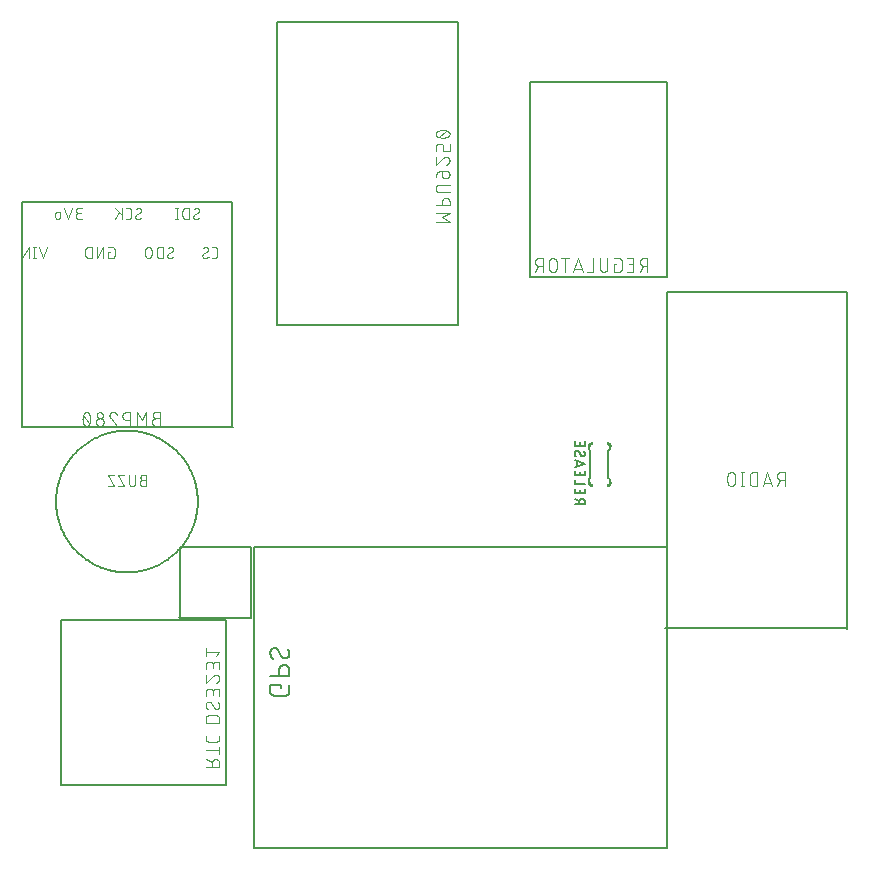
<source format=gbr>
G04 EAGLE Gerber RS-274X export*
G75*
%MOMM*%
%FSLAX34Y34*%
%LPD*%
%INSilkscreen Bottom*%
%IPPOS*%
%AMOC8*
5,1,8,0,0,1.08239X$1,22.5*%
G01*
%ADD10C,0.203200*%
%ADD11C,0.152400*%
%ADD12C,0.076200*%
%ADD13C,0.127000*%
%ADD14C,0.101600*%
%ADD15C,0.015238*%


D10*
X254000Y621030D02*
X254000Y431800D01*
X252730Y431800D01*
X254000Y622300D02*
X76200Y622300D01*
X76200Y431800D01*
X255270Y431800D01*
X273050Y74930D02*
X622300Y74930D01*
X622300Y330200D01*
X273050Y330200D01*
X273050Y74930D01*
X622300Y546100D02*
X774700Y546100D01*
X622300Y546100D02*
X622300Y261620D01*
X621030Y261620D01*
X622300Y261620D02*
X774700Y261620D01*
X774700Y260350D01*
X774700Y261620D02*
X774700Y546100D01*
X622300Y558800D02*
X622300Y723900D01*
X506730Y723900D01*
X506730Y558800D01*
X622300Y558800D01*
X292100Y518160D02*
X292100Y774700D01*
X292100Y518160D02*
X445770Y518160D01*
X445770Y774700D01*
X292100Y774700D01*
D11*
X295543Y213086D02*
X295543Y210376D01*
X295543Y213086D02*
X286512Y213086D01*
X286512Y207667D01*
X286514Y207549D01*
X286520Y207431D01*
X286529Y207313D01*
X286543Y207196D01*
X286560Y207079D01*
X286581Y206962D01*
X286606Y206847D01*
X286635Y206732D01*
X286668Y206618D01*
X286704Y206506D01*
X286744Y206395D01*
X286787Y206285D01*
X286834Y206176D01*
X286884Y206069D01*
X286939Y205964D01*
X286996Y205861D01*
X287057Y205760D01*
X287121Y205660D01*
X287188Y205563D01*
X287258Y205468D01*
X287332Y205376D01*
X287408Y205285D01*
X287488Y205198D01*
X287570Y205113D01*
X287655Y205031D01*
X287742Y204951D01*
X287833Y204875D01*
X287925Y204801D01*
X288020Y204731D01*
X288117Y204664D01*
X288217Y204600D01*
X288318Y204539D01*
X288421Y204482D01*
X288526Y204427D01*
X288633Y204377D01*
X288742Y204330D01*
X288852Y204287D01*
X288963Y204247D01*
X289075Y204211D01*
X289189Y204178D01*
X289304Y204149D01*
X289419Y204124D01*
X289536Y204103D01*
X289653Y204086D01*
X289770Y204072D01*
X289888Y204063D01*
X290006Y204057D01*
X290124Y204055D01*
X290124Y204054D02*
X299156Y204054D01*
X299156Y204055D02*
X299274Y204057D01*
X299392Y204063D01*
X299510Y204072D01*
X299627Y204086D01*
X299744Y204103D01*
X299861Y204124D01*
X299976Y204149D01*
X300091Y204178D01*
X300205Y204211D01*
X300317Y204247D01*
X300428Y204287D01*
X300538Y204330D01*
X300647Y204377D01*
X300754Y204427D01*
X300859Y204481D01*
X300962Y204539D01*
X301063Y204600D01*
X301163Y204664D01*
X301260Y204731D01*
X301355Y204801D01*
X301447Y204875D01*
X301538Y204951D01*
X301625Y205031D01*
X301710Y205113D01*
X301792Y205198D01*
X301872Y205285D01*
X301948Y205376D01*
X302022Y205468D01*
X302092Y205563D01*
X302159Y205660D01*
X302223Y205760D01*
X302284Y205861D01*
X302341Y205964D01*
X302395Y206069D01*
X302446Y206176D01*
X302493Y206285D01*
X302536Y206395D01*
X302576Y206506D01*
X302612Y206618D01*
X302645Y206732D01*
X302674Y206847D01*
X302699Y206962D01*
X302720Y207079D01*
X302737Y207196D01*
X302751Y207313D01*
X302760Y207431D01*
X302766Y207549D01*
X302768Y207667D01*
X302768Y213086D01*
X302768Y220939D02*
X286512Y220939D01*
X302768Y220939D02*
X302768Y225454D01*
X302766Y225587D01*
X302760Y225719D01*
X302750Y225851D01*
X302737Y225983D01*
X302719Y226115D01*
X302698Y226245D01*
X302673Y226376D01*
X302644Y226505D01*
X302611Y226633D01*
X302575Y226761D01*
X302535Y226887D01*
X302491Y227012D01*
X302443Y227136D01*
X302392Y227258D01*
X302337Y227379D01*
X302279Y227498D01*
X302217Y227616D01*
X302152Y227731D01*
X302083Y227845D01*
X302012Y227956D01*
X301936Y228065D01*
X301858Y228172D01*
X301777Y228277D01*
X301692Y228379D01*
X301605Y228479D01*
X301515Y228576D01*
X301422Y228671D01*
X301326Y228762D01*
X301228Y228851D01*
X301127Y228937D01*
X301023Y229020D01*
X300917Y229100D01*
X300809Y229176D01*
X300699Y229250D01*
X300586Y229320D01*
X300472Y229387D01*
X300355Y229450D01*
X300237Y229510D01*
X300117Y229567D01*
X299995Y229620D01*
X299872Y229669D01*
X299748Y229715D01*
X299622Y229757D01*
X299495Y229795D01*
X299367Y229830D01*
X299238Y229861D01*
X299109Y229888D01*
X298978Y229911D01*
X298847Y229931D01*
X298715Y229946D01*
X298583Y229958D01*
X298451Y229966D01*
X298318Y229970D01*
X298186Y229970D01*
X298053Y229966D01*
X297921Y229958D01*
X297789Y229946D01*
X297657Y229931D01*
X297526Y229911D01*
X297395Y229888D01*
X297266Y229861D01*
X297137Y229830D01*
X297009Y229795D01*
X296882Y229757D01*
X296756Y229715D01*
X296632Y229669D01*
X296509Y229620D01*
X296387Y229567D01*
X296267Y229510D01*
X296149Y229450D01*
X296032Y229387D01*
X295918Y229320D01*
X295805Y229250D01*
X295695Y229176D01*
X295587Y229100D01*
X295481Y229020D01*
X295377Y228937D01*
X295276Y228851D01*
X295178Y228762D01*
X295082Y228671D01*
X294989Y228576D01*
X294899Y228479D01*
X294812Y228379D01*
X294727Y228277D01*
X294646Y228172D01*
X294568Y228065D01*
X294492Y227956D01*
X294421Y227845D01*
X294352Y227731D01*
X294287Y227616D01*
X294225Y227498D01*
X294167Y227379D01*
X294112Y227258D01*
X294061Y227136D01*
X294013Y227012D01*
X293969Y226887D01*
X293929Y226761D01*
X293893Y226633D01*
X293860Y226505D01*
X293831Y226376D01*
X293806Y226245D01*
X293785Y226115D01*
X293767Y225983D01*
X293754Y225851D01*
X293744Y225719D01*
X293738Y225587D01*
X293736Y225454D01*
X293737Y225454D02*
X293737Y220939D01*
X286512Y240736D02*
X286514Y240854D01*
X286520Y240972D01*
X286529Y241090D01*
X286543Y241207D01*
X286560Y241324D01*
X286581Y241441D01*
X286606Y241556D01*
X286635Y241671D01*
X286668Y241785D01*
X286704Y241897D01*
X286744Y242008D01*
X286787Y242118D01*
X286834Y242227D01*
X286884Y242334D01*
X286939Y242439D01*
X286996Y242542D01*
X287057Y242643D01*
X287121Y242743D01*
X287188Y242840D01*
X287258Y242935D01*
X287332Y243027D01*
X287408Y243118D01*
X287488Y243205D01*
X287570Y243290D01*
X287655Y243372D01*
X287742Y243452D01*
X287833Y243528D01*
X287925Y243602D01*
X288020Y243672D01*
X288117Y243739D01*
X288217Y243803D01*
X288318Y243864D01*
X288421Y243921D01*
X288526Y243976D01*
X288633Y244026D01*
X288742Y244073D01*
X288852Y244116D01*
X288963Y244156D01*
X289075Y244192D01*
X289189Y244225D01*
X289304Y244254D01*
X289419Y244279D01*
X289536Y244300D01*
X289653Y244317D01*
X289770Y244331D01*
X289888Y244340D01*
X290006Y244346D01*
X290124Y244348D01*
X286512Y240736D02*
X286514Y240553D01*
X286521Y240371D01*
X286532Y240189D01*
X286547Y240007D01*
X286567Y239825D01*
X286590Y239644D01*
X286619Y239464D01*
X286651Y239284D01*
X286688Y239105D01*
X286729Y238928D01*
X286775Y238751D01*
X286824Y238575D01*
X286878Y238401D01*
X286936Y238227D01*
X286998Y238056D01*
X287064Y237886D01*
X287135Y237717D01*
X287209Y237550D01*
X287287Y237385D01*
X287369Y237222D01*
X287455Y237061D01*
X287545Y236902D01*
X287639Y236745D01*
X287736Y236591D01*
X287837Y236439D01*
X287942Y236289D01*
X288050Y236142D01*
X288161Y235998D01*
X288276Y235856D01*
X288395Y235717D01*
X288517Y235581D01*
X288642Y235448D01*
X288770Y235318D01*
X299156Y235769D02*
X299274Y235771D01*
X299392Y235777D01*
X299510Y235786D01*
X299627Y235800D01*
X299744Y235817D01*
X299861Y235838D01*
X299976Y235863D01*
X300091Y235892D01*
X300205Y235925D01*
X300317Y235961D01*
X300428Y236001D01*
X300538Y236044D01*
X300647Y236091D01*
X300754Y236141D01*
X300859Y236196D01*
X300962Y236253D01*
X301063Y236314D01*
X301163Y236378D01*
X301260Y236445D01*
X301355Y236515D01*
X301447Y236589D01*
X301538Y236665D01*
X301625Y236745D01*
X301710Y236827D01*
X301792Y236912D01*
X301872Y236999D01*
X301948Y237090D01*
X302022Y237182D01*
X302092Y237277D01*
X302159Y237374D01*
X302223Y237474D01*
X302284Y237575D01*
X302342Y237678D01*
X302396Y237783D01*
X302446Y237890D01*
X302493Y237999D01*
X302537Y238109D01*
X302576Y238220D01*
X302612Y238333D01*
X302645Y238446D01*
X302674Y238561D01*
X302699Y238676D01*
X302720Y238793D01*
X302737Y238910D01*
X302751Y239027D01*
X302760Y239145D01*
X302766Y239263D01*
X302768Y239381D01*
X302766Y239542D01*
X302760Y239704D01*
X302751Y239865D01*
X302737Y240026D01*
X302720Y240186D01*
X302699Y240346D01*
X302674Y240506D01*
X302645Y240665D01*
X302613Y240823D01*
X302577Y240980D01*
X302537Y241136D01*
X302493Y241292D01*
X302445Y241446D01*
X302394Y241599D01*
X302340Y241751D01*
X302281Y241902D01*
X302220Y242051D01*
X302154Y242198D01*
X302085Y242344D01*
X302013Y242489D01*
X301937Y242631D01*
X301858Y242772D01*
X301776Y242911D01*
X301690Y243047D01*
X301601Y243182D01*
X301509Y243315D01*
X301413Y243445D01*
X295995Y237574D02*
X296057Y237473D01*
X296122Y237373D01*
X296191Y237276D01*
X296263Y237181D01*
X296337Y237088D01*
X296415Y236998D01*
X296496Y236910D01*
X296579Y236825D01*
X296665Y236743D01*
X296754Y236664D01*
X296845Y236587D01*
X296939Y236514D01*
X297035Y236443D01*
X297133Y236376D01*
X297233Y236312D01*
X297336Y236251D01*
X297440Y236194D01*
X297546Y236140D01*
X297654Y236090D01*
X297763Y236043D01*
X297874Y235999D01*
X297986Y235959D01*
X298100Y235923D01*
X298214Y235891D01*
X298330Y235862D01*
X298446Y235837D01*
X298563Y235816D01*
X298681Y235799D01*
X298799Y235785D01*
X298918Y235776D01*
X299037Y235770D01*
X299156Y235768D01*
X293285Y242542D02*
X293223Y242643D01*
X293158Y242743D01*
X293089Y242840D01*
X293017Y242935D01*
X292943Y243028D01*
X292865Y243118D01*
X292784Y243206D01*
X292701Y243291D01*
X292615Y243373D01*
X292526Y243452D01*
X292435Y243529D01*
X292341Y243602D01*
X292245Y243673D01*
X292147Y243740D01*
X292047Y243804D01*
X291944Y243865D01*
X291840Y243922D01*
X291734Y243976D01*
X291626Y244026D01*
X291517Y244073D01*
X291406Y244117D01*
X291294Y244157D01*
X291180Y244193D01*
X291066Y244225D01*
X290950Y244254D01*
X290834Y244279D01*
X290717Y244300D01*
X290599Y244317D01*
X290481Y244331D01*
X290362Y244340D01*
X290243Y244346D01*
X290124Y244348D01*
X293285Y242542D02*
X295995Y237575D01*
D12*
X181229Y386602D02*
X178618Y386602D01*
X178618Y386603D02*
X178517Y386601D01*
X178416Y386595D01*
X178315Y386585D01*
X178215Y386572D01*
X178115Y386554D01*
X178016Y386533D01*
X177918Y386507D01*
X177821Y386478D01*
X177725Y386446D01*
X177631Y386409D01*
X177538Y386369D01*
X177446Y386325D01*
X177357Y386278D01*
X177269Y386227D01*
X177183Y386173D01*
X177100Y386116D01*
X177018Y386056D01*
X176940Y385992D01*
X176863Y385926D01*
X176790Y385856D01*
X176719Y385784D01*
X176651Y385709D01*
X176586Y385631D01*
X176524Y385551D01*
X176465Y385469D01*
X176409Y385384D01*
X176357Y385298D01*
X176308Y385209D01*
X176262Y385118D01*
X176221Y385026D01*
X176182Y384932D01*
X176148Y384837D01*
X176117Y384741D01*
X176090Y384643D01*
X176066Y384545D01*
X176047Y384445D01*
X176031Y384345D01*
X176019Y384245D01*
X176011Y384144D01*
X176007Y384043D01*
X176007Y383941D01*
X176011Y383840D01*
X176019Y383739D01*
X176031Y383639D01*
X176047Y383539D01*
X176066Y383439D01*
X176090Y383341D01*
X176117Y383243D01*
X176148Y383147D01*
X176182Y383052D01*
X176221Y382958D01*
X176262Y382866D01*
X176308Y382775D01*
X176357Y382687D01*
X176409Y382600D01*
X176465Y382515D01*
X176524Y382433D01*
X176586Y382353D01*
X176651Y382275D01*
X176719Y382200D01*
X176790Y382128D01*
X176863Y382058D01*
X176940Y381992D01*
X177018Y381928D01*
X177100Y381868D01*
X177183Y381811D01*
X177269Y381757D01*
X177357Y381706D01*
X177446Y381659D01*
X177538Y381615D01*
X177631Y381575D01*
X177725Y381538D01*
X177821Y381506D01*
X177918Y381477D01*
X178016Y381451D01*
X178115Y381430D01*
X178215Y381412D01*
X178315Y381399D01*
X178416Y381389D01*
X178517Y381383D01*
X178618Y381381D01*
X181229Y381381D01*
X181229Y390779D01*
X178618Y390779D01*
X178528Y390777D01*
X178439Y390771D01*
X178349Y390762D01*
X178260Y390748D01*
X178172Y390731D01*
X178085Y390710D01*
X177998Y390685D01*
X177913Y390656D01*
X177829Y390624D01*
X177747Y390589D01*
X177666Y390549D01*
X177587Y390507D01*
X177510Y390461D01*
X177435Y390411D01*
X177362Y390359D01*
X177291Y390303D01*
X177223Y390245D01*
X177158Y390183D01*
X177095Y390119D01*
X177035Y390052D01*
X176978Y389983D01*
X176924Y389911D01*
X176873Y389837D01*
X176825Y389761D01*
X176781Y389683D01*
X176740Y389603D01*
X176702Y389521D01*
X176668Y389438D01*
X176638Y389353D01*
X176611Y389267D01*
X176588Y389181D01*
X176569Y389093D01*
X176554Y389004D01*
X176542Y388915D01*
X176534Y388826D01*
X176530Y388736D01*
X176530Y388646D01*
X176534Y388556D01*
X176542Y388467D01*
X176554Y388378D01*
X176569Y388289D01*
X176588Y388201D01*
X176611Y388115D01*
X176638Y388029D01*
X176668Y387944D01*
X176702Y387861D01*
X176740Y387779D01*
X176781Y387699D01*
X176825Y387621D01*
X176873Y387545D01*
X176924Y387471D01*
X176978Y387399D01*
X177035Y387330D01*
X177095Y387263D01*
X177158Y387199D01*
X177223Y387137D01*
X177291Y387079D01*
X177362Y387023D01*
X177435Y386971D01*
X177510Y386921D01*
X177587Y386875D01*
X177666Y386833D01*
X177747Y386793D01*
X177829Y386758D01*
X177913Y386726D01*
X177998Y386697D01*
X178085Y386672D01*
X178172Y386651D01*
X178260Y386634D01*
X178349Y386620D01*
X178439Y386611D01*
X178528Y386605D01*
X178618Y386603D01*
X172216Y383992D02*
X172216Y390779D01*
X172217Y383992D02*
X172215Y383891D01*
X172209Y383790D01*
X172199Y383689D01*
X172186Y383589D01*
X172168Y383489D01*
X172147Y383390D01*
X172121Y383292D01*
X172092Y383195D01*
X172060Y383099D01*
X172023Y383005D01*
X171983Y382912D01*
X171939Y382820D01*
X171892Y382731D01*
X171841Y382643D01*
X171787Y382557D01*
X171730Y382474D01*
X171670Y382392D01*
X171606Y382314D01*
X171540Y382237D01*
X171470Y382164D01*
X171398Y382093D01*
X171323Y382025D01*
X171245Y381960D01*
X171165Y381898D01*
X171083Y381839D01*
X170998Y381783D01*
X170911Y381731D01*
X170823Y381682D01*
X170732Y381636D01*
X170640Y381595D01*
X170546Y381556D01*
X170451Y381522D01*
X170355Y381491D01*
X170257Y381464D01*
X170159Y381440D01*
X170059Y381421D01*
X169959Y381405D01*
X169859Y381393D01*
X169758Y381385D01*
X169657Y381381D01*
X169555Y381381D01*
X169454Y381385D01*
X169353Y381393D01*
X169253Y381405D01*
X169153Y381421D01*
X169053Y381440D01*
X168955Y381464D01*
X168857Y381491D01*
X168761Y381522D01*
X168666Y381556D01*
X168572Y381595D01*
X168480Y381636D01*
X168389Y381682D01*
X168301Y381731D01*
X168214Y381783D01*
X168129Y381839D01*
X168047Y381898D01*
X167967Y381960D01*
X167889Y382025D01*
X167814Y382093D01*
X167742Y382164D01*
X167672Y382237D01*
X167606Y382314D01*
X167542Y382392D01*
X167482Y382474D01*
X167425Y382557D01*
X167371Y382643D01*
X167320Y382731D01*
X167273Y382820D01*
X167229Y382912D01*
X167189Y383005D01*
X167152Y383099D01*
X167120Y383195D01*
X167091Y383292D01*
X167065Y383390D01*
X167044Y383489D01*
X167026Y383589D01*
X167013Y383689D01*
X167003Y383790D01*
X166997Y383891D01*
X166995Y383992D01*
X166995Y390779D01*
X163072Y390779D02*
X157851Y390779D01*
X163072Y381381D01*
X157851Y381381D01*
X154538Y390779D02*
X149317Y390779D01*
X154538Y381381D01*
X149317Y381381D01*
D10*
X248920Y267970D02*
X248920Y128270D01*
X109220Y128270D01*
X109220Y267970D01*
X248920Y267970D01*
D11*
X270000Y330200D02*
X210000Y330000D01*
X270000Y330200D02*
X270510Y325120D01*
X210000Y330000D02*
X210000Y270000D01*
X270000Y270000D02*
X270510Y330200D01*
X270000Y270000D02*
X210000Y270000D01*
X209550Y270510D01*
D13*
X508000Y558800D02*
X622300Y558800D01*
D14*
X605772Y562708D02*
X605772Y574392D01*
X602526Y574392D01*
X602413Y574390D01*
X602300Y574384D01*
X602187Y574374D01*
X602074Y574360D01*
X601962Y574343D01*
X601851Y574321D01*
X601741Y574296D01*
X601631Y574266D01*
X601523Y574233D01*
X601416Y574196D01*
X601310Y574156D01*
X601206Y574111D01*
X601103Y574063D01*
X601002Y574012D01*
X600903Y573957D01*
X600806Y573899D01*
X600711Y573837D01*
X600618Y573772D01*
X600528Y573704D01*
X600440Y573633D01*
X600354Y573558D01*
X600271Y573481D01*
X600191Y573401D01*
X600114Y573318D01*
X600039Y573232D01*
X599968Y573144D01*
X599900Y573054D01*
X599835Y572961D01*
X599773Y572866D01*
X599715Y572769D01*
X599660Y572670D01*
X599609Y572569D01*
X599561Y572466D01*
X599516Y572362D01*
X599476Y572256D01*
X599439Y572149D01*
X599406Y572041D01*
X599376Y571931D01*
X599351Y571821D01*
X599329Y571710D01*
X599312Y571598D01*
X599298Y571485D01*
X599288Y571372D01*
X599282Y571259D01*
X599280Y571146D01*
X599282Y571033D01*
X599288Y570920D01*
X599298Y570807D01*
X599312Y570694D01*
X599329Y570582D01*
X599351Y570471D01*
X599376Y570361D01*
X599406Y570251D01*
X599439Y570143D01*
X599476Y570036D01*
X599516Y569930D01*
X599561Y569826D01*
X599609Y569723D01*
X599660Y569622D01*
X599715Y569523D01*
X599773Y569426D01*
X599835Y569331D01*
X599900Y569238D01*
X599968Y569148D01*
X600039Y569060D01*
X600114Y568974D01*
X600191Y568891D01*
X600271Y568811D01*
X600354Y568734D01*
X600440Y568659D01*
X600528Y568588D01*
X600618Y568520D01*
X600711Y568455D01*
X600806Y568393D01*
X600903Y568335D01*
X601002Y568280D01*
X601103Y568229D01*
X601206Y568181D01*
X601310Y568136D01*
X601416Y568096D01*
X601523Y568059D01*
X601631Y568026D01*
X601741Y567996D01*
X601851Y567971D01*
X601962Y567949D01*
X602074Y567932D01*
X602187Y567918D01*
X602300Y567908D01*
X602413Y567902D01*
X602526Y567900D01*
X602526Y567901D02*
X605772Y567901D01*
X601877Y567901D02*
X599281Y562708D01*
X594012Y562708D02*
X588819Y562708D01*
X594012Y562708D02*
X594012Y574392D01*
X588819Y574392D01*
X590117Y569199D02*
X594012Y569199D01*
X579585Y569199D02*
X577638Y569199D01*
X577638Y562708D01*
X581532Y562708D01*
X581631Y562710D01*
X581731Y562716D01*
X581830Y562725D01*
X581928Y562738D01*
X582026Y562755D01*
X582124Y562776D01*
X582220Y562801D01*
X582315Y562829D01*
X582409Y562861D01*
X582502Y562896D01*
X582594Y562935D01*
X582684Y562978D01*
X582772Y563023D01*
X582859Y563073D01*
X582943Y563125D01*
X583026Y563181D01*
X583106Y563239D01*
X583184Y563301D01*
X583259Y563366D01*
X583332Y563434D01*
X583402Y563504D01*
X583470Y563577D01*
X583535Y563652D01*
X583597Y563730D01*
X583655Y563810D01*
X583711Y563893D01*
X583763Y563977D01*
X583813Y564064D01*
X583858Y564152D01*
X583901Y564242D01*
X583940Y564334D01*
X583975Y564427D01*
X584007Y564521D01*
X584035Y564616D01*
X584060Y564712D01*
X584081Y564810D01*
X584098Y564908D01*
X584111Y565006D01*
X584120Y565105D01*
X584126Y565205D01*
X584128Y565304D01*
X584129Y565304D02*
X584129Y571796D01*
X584128Y571796D02*
X584126Y571895D01*
X584120Y571995D01*
X584111Y572094D01*
X584098Y572192D01*
X584081Y572290D01*
X584060Y572388D01*
X584035Y572484D01*
X584007Y572579D01*
X583975Y572673D01*
X583940Y572766D01*
X583901Y572858D01*
X583858Y572948D01*
X583813Y573036D01*
X583763Y573123D01*
X583711Y573207D01*
X583655Y573290D01*
X583597Y573370D01*
X583535Y573448D01*
X583470Y573523D01*
X583402Y573596D01*
X583332Y573666D01*
X583259Y573734D01*
X583184Y573799D01*
X583106Y573861D01*
X583026Y573919D01*
X582943Y573975D01*
X582859Y574027D01*
X582772Y574077D01*
X582684Y574122D01*
X582594Y574165D01*
X582502Y574204D01*
X582409Y574239D01*
X582315Y574271D01*
X582220Y574299D01*
X582124Y574324D01*
X582026Y574345D01*
X581928Y574362D01*
X581830Y574375D01*
X581731Y574384D01*
X581631Y574390D01*
X581532Y574392D01*
X577638Y574392D01*
X571937Y574392D02*
X571937Y565954D01*
X571935Y565841D01*
X571929Y565728D01*
X571919Y565615D01*
X571905Y565502D01*
X571888Y565390D01*
X571866Y565279D01*
X571841Y565169D01*
X571811Y565059D01*
X571778Y564951D01*
X571741Y564844D01*
X571701Y564738D01*
X571656Y564634D01*
X571608Y564531D01*
X571557Y564430D01*
X571502Y564331D01*
X571444Y564234D01*
X571382Y564139D01*
X571317Y564046D01*
X571249Y563956D01*
X571178Y563868D01*
X571103Y563782D01*
X571026Y563699D01*
X570946Y563619D01*
X570863Y563542D01*
X570777Y563467D01*
X570689Y563396D01*
X570599Y563328D01*
X570506Y563263D01*
X570411Y563201D01*
X570314Y563143D01*
X570215Y563088D01*
X570114Y563037D01*
X570011Y562989D01*
X569907Y562944D01*
X569801Y562904D01*
X569694Y562867D01*
X569586Y562834D01*
X569476Y562804D01*
X569366Y562779D01*
X569255Y562757D01*
X569143Y562740D01*
X569030Y562726D01*
X568917Y562716D01*
X568804Y562710D01*
X568691Y562708D01*
X568578Y562710D01*
X568465Y562716D01*
X568352Y562726D01*
X568239Y562740D01*
X568127Y562757D01*
X568016Y562779D01*
X567906Y562804D01*
X567796Y562834D01*
X567688Y562867D01*
X567581Y562904D01*
X567475Y562944D01*
X567371Y562989D01*
X567268Y563037D01*
X567167Y563088D01*
X567068Y563143D01*
X566971Y563201D01*
X566876Y563263D01*
X566783Y563328D01*
X566693Y563396D01*
X566605Y563467D01*
X566519Y563542D01*
X566436Y563619D01*
X566356Y563699D01*
X566279Y563782D01*
X566204Y563868D01*
X566133Y563956D01*
X566065Y564046D01*
X566000Y564139D01*
X565938Y564234D01*
X565880Y564331D01*
X565825Y564430D01*
X565774Y564531D01*
X565726Y564634D01*
X565681Y564738D01*
X565641Y564844D01*
X565604Y564951D01*
X565571Y565059D01*
X565541Y565169D01*
X565516Y565279D01*
X565494Y565390D01*
X565477Y565502D01*
X565463Y565615D01*
X565453Y565728D01*
X565447Y565841D01*
X565445Y565954D01*
X565446Y565954D02*
X565446Y574392D01*
X559722Y574392D02*
X559722Y562708D01*
X554529Y562708D01*
X550869Y562708D02*
X546974Y574392D01*
X543079Y562708D01*
X544053Y565629D02*
X549895Y565629D01*
X536306Y562708D02*
X536306Y574392D01*
X533061Y574392D02*
X539552Y574392D01*
X528884Y571146D02*
X528884Y565954D01*
X528884Y571146D02*
X528882Y571259D01*
X528876Y571372D01*
X528866Y571485D01*
X528852Y571598D01*
X528835Y571710D01*
X528813Y571821D01*
X528788Y571931D01*
X528758Y572041D01*
X528725Y572149D01*
X528688Y572256D01*
X528648Y572362D01*
X528603Y572466D01*
X528555Y572569D01*
X528504Y572670D01*
X528449Y572769D01*
X528391Y572866D01*
X528329Y572961D01*
X528264Y573054D01*
X528196Y573144D01*
X528125Y573232D01*
X528050Y573318D01*
X527973Y573401D01*
X527893Y573481D01*
X527810Y573558D01*
X527724Y573633D01*
X527636Y573704D01*
X527546Y573772D01*
X527453Y573837D01*
X527358Y573899D01*
X527261Y573957D01*
X527162Y574012D01*
X527061Y574063D01*
X526958Y574111D01*
X526854Y574156D01*
X526748Y574196D01*
X526641Y574233D01*
X526533Y574266D01*
X526423Y574296D01*
X526313Y574321D01*
X526202Y574343D01*
X526090Y574360D01*
X525977Y574374D01*
X525864Y574384D01*
X525751Y574390D01*
X525638Y574392D01*
X525525Y574390D01*
X525412Y574384D01*
X525299Y574374D01*
X525186Y574360D01*
X525074Y574343D01*
X524963Y574321D01*
X524853Y574296D01*
X524743Y574266D01*
X524635Y574233D01*
X524528Y574196D01*
X524422Y574156D01*
X524318Y574111D01*
X524215Y574063D01*
X524114Y574012D01*
X524015Y573957D01*
X523918Y573899D01*
X523823Y573837D01*
X523730Y573772D01*
X523640Y573704D01*
X523552Y573633D01*
X523466Y573558D01*
X523383Y573481D01*
X523303Y573401D01*
X523226Y573318D01*
X523151Y573232D01*
X523080Y573144D01*
X523012Y573054D01*
X522947Y572961D01*
X522885Y572866D01*
X522827Y572769D01*
X522772Y572670D01*
X522721Y572569D01*
X522673Y572466D01*
X522628Y572362D01*
X522588Y572256D01*
X522551Y572149D01*
X522518Y572041D01*
X522488Y571931D01*
X522463Y571821D01*
X522441Y571710D01*
X522424Y571598D01*
X522410Y571485D01*
X522400Y571372D01*
X522394Y571259D01*
X522392Y571146D01*
X522393Y571146D02*
X522393Y565954D01*
X522392Y565954D02*
X522394Y565841D01*
X522400Y565728D01*
X522410Y565615D01*
X522424Y565502D01*
X522441Y565390D01*
X522463Y565279D01*
X522488Y565169D01*
X522518Y565059D01*
X522551Y564951D01*
X522588Y564844D01*
X522628Y564738D01*
X522673Y564634D01*
X522721Y564531D01*
X522772Y564430D01*
X522827Y564331D01*
X522885Y564234D01*
X522947Y564139D01*
X523012Y564046D01*
X523080Y563956D01*
X523151Y563868D01*
X523226Y563782D01*
X523303Y563699D01*
X523383Y563619D01*
X523466Y563542D01*
X523552Y563467D01*
X523640Y563396D01*
X523730Y563328D01*
X523823Y563263D01*
X523918Y563201D01*
X524015Y563143D01*
X524114Y563088D01*
X524215Y563037D01*
X524318Y562989D01*
X524422Y562944D01*
X524528Y562904D01*
X524635Y562867D01*
X524743Y562834D01*
X524853Y562804D01*
X524963Y562779D01*
X525074Y562757D01*
X525186Y562740D01*
X525299Y562726D01*
X525412Y562716D01*
X525525Y562710D01*
X525638Y562708D01*
X525751Y562710D01*
X525864Y562716D01*
X525977Y562726D01*
X526090Y562740D01*
X526202Y562757D01*
X526313Y562779D01*
X526423Y562804D01*
X526533Y562834D01*
X526641Y562867D01*
X526748Y562904D01*
X526854Y562944D01*
X526958Y562989D01*
X527061Y563037D01*
X527162Y563088D01*
X527261Y563143D01*
X527358Y563201D01*
X527453Y563263D01*
X527546Y563328D01*
X527636Y563396D01*
X527724Y563467D01*
X527810Y563542D01*
X527893Y563619D01*
X527973Y563699D01*
X528050Y563782D01*
X528125Y563868D01*
X528196Y563956D01*
X528264Y564046D01*
X528329Y564139D01*
X528391Y564234D01*
X528449Y564331D01*
X528504Y564430D01*
X528555Y564531D01*
X528603Y564634D01*
X528648Y564738D01*
X528688Y564844D01*
X528725Y564951D01*
X528758Y565059D01*
X528788Y565169D01*
X528813Y565279D01*
X528835Y565390D01*
X528852Y565502D01*
X528866Y565615D01*
X528876Y565728D01*
X528882Y565841D01*
X528884Y565954D01*
X516999Y562708D02*
X516999Y574392D01*
X513754Y574392D01*
X513641Y574390D01*
X513528Y574384D01*
X513415Y574374D01*
X513302Y574360D01*
X513190Y574343D01*
X513079Y574321D01*
X512969Y574296D01*
X512859Y574266D01*
X512751Y574233D01*
X512644Y574196D01*
X512538Y574156D01*
X512434Y574111D01*
X512331Y574063D01*
X512230Y574012D01*
X512131Y573957D01*
X512034Y573899D01*
X511939Y573837D01*
X511846Y573772D01*
X511756Y573704D01*
X511668Y573633D01*
X511582Y573558D01*
X511499Y573481D01*
X511419Y573401D01*
X511342Y573318D01*
X511267Y573232D01*
X511196Y573144D01*
X511128Y573054D01*
X511063Y572961D01*
X511001Y572866D01*
X510943Y572769D01*
X510888Y572670D01*
X510837Y572569D01*
X510789Y572466D01*
X510744Y572362D01*
X510704Y572256D01*
X510667Y572149D01*
X510634Y572041D01*
X510604Y571931D01*
X510579Y571821D01*
X510557Y571710D01*
X510540Y571598D01*
X510526Y571485D01*
X510516Y571372D01*
X510510Y571259D01*
X510508Y571146D01*
X510510Y571033D01*
X510516Y570920D01*
X510526Y570807D01*
X510540Y570694D01*
X510557Y570582D01*
X510579Y570471D01*
X510604Y570361D01*
X510634Y570251D01*
X510667Y570143D01*
X510704Y570036D01*
X510744Y569930D01*
X510789Y569826D01*
X510837Y569723D01*
X510888Y569622D01*
X510943Y569523D01*
X511001Y569426D01*
X511063Y569331D01*
X511128Y569238D01*
X511196Y569148D01*
X511267Y569060D01*
X511342Y568974D01*
X511419Y568891D01*
X511499Y568811D01*
X511582Y568734D01*
X511668Y568659D01*
X511756Y568588D01*
X511846Y568520D01*
X511939Y568455D01*
X512034Y568393D01*
X512131Y568335D01*
X512230Y568280D01*
X512331Y568229D01*
X512434Y568181D01*
X512538Y568136D01*
X512644Y568096D01*
X512751Y568059D01*
X512859Y568026D01*
X512969Y567996D01*
X513079Y567971D01*
X513190Y567949D01*
X513302Y567932D01*
X513415Y567918D01*
X513528Y567908D01*
X513641Y567902D01*
X513754Y567900D01*
X513754Y567901D02*
X516999Y567901D01*
X513104Y567901D02*
X510508Y562708D01*
D12*
X97259Y583819D02*
X94127Y574421D01*
X90994Y583819D01*
X86812Y583819D02*
X86812Y574421D01*
X87856Y574421D02*
X85767Y574421D01*
X85767Y583819D02*
X87856Y583819D01*
X81802Y583819D02*
X81802Y574421D01*
X76581Y574421D02*
X81802Y583819D01*
X76581Y583819D02*
X76581Y574421D01*
X124288Y607441D02*
X126898Y607441D01*
X124288Y607441D02*
X124187Y607443D01*
X124086Y607449D01*
X123985Y607459D01*
X123885Y607472D01*
X123785Y607490D01*
X123686Y607511D01*
X123588Y607537D01*
X123491Y607566D01*
X123395Y607598D01*
X123301Y607635D01*
X123208Y607675D01*
X123116Y607719D01*
X123027Y607766D01*
X122939Y607817D01*
X122853Y607871D01*
X122770Y607928D01*
X122688Y607988D01*
X122610Y608052D01*
X122533Y608118D01*
X122460Y608188D01*
X122389Y608260D01*
X122321Y608335D01*
X122256Y608413D01*
X122194Y608493D01*
X122135Y608575D01*
X122079Y608660D01*
X122027Y608747D01*
X121978Y608835D01*
X121932Y608926D01*
X121891Y609018D01*
X121852Y609112D01*
X121818Y609207D01*
X121787Y609303D01*
X121760Y609401D01*
X121736Y609499D01*
X121717Y609599D01*
X121701Y609699D01*
X121689Y609799D01*
X121681Y609900D01*
X121677Y610001D01*
X121677Y610103D01*
X121681Y610204D01*
X121689Y610305D01*
X121701Y610405D01*
X121717Y610505D01*
X121736Y610605D01*
X121760Y610703D01*
X121787Y610801D01*
X121818Y610897D01*
X121852Y610992D01*
X121891Y611086D01*
X121932Y611178D01*
X121978Y611269D01*
X122027Y611358D01*
X122079Y611444D01*
X122135Y611529D01*
X122194Y611611D01*
X122256Y611691D01*
X122321Y611769D01*
X122389Y611844D01*
X122460Y611916D01*
X122533Y611986D01*
X122610Y612052D01*
X122688Y612116D01*
X122770Y612176D01*
X122853Y612233D01*
X122939Y612287D01*
X123027Y612338D01*
X123116Y612385D01*
X123208Y612429D01*
X123301Y612469D01*
X123395Y612506D01*
X123491Y612538D01*
X123588Y612567D01*
X123686Y612593D01*
X123785Y612614D01*
X123885Y612632D01*
X123985Y612645D01*
X124086Y612655D01*
X124187Y612661D01*
X124288Y612663D01*
X123766Y616839D02*
X126898Y616839D01*
X123766Y616839D02*
X123676Y616837D01*
X123587Y616831D01*
X123497Y616822D01*
X123408Y616808D01*
X123320Y616791D01*
X123233Y616770D01*
X123146Y616745D01*
X123061Y616716D01*
X122977Y616684D01*
X122895Y616649D01*
X122814Y616609D01*
X122735Y616567D01*
X122658Y616521D01*
X122583Y616471D01*
X122510Y616419D01*
X122439Y616363D01*
X122371Y616305D01*
X122306Y616243D01*
X122243Y616179D01*
X122183Y616112D01*
X122126Y616043D01*
X122072Y615971D01*
X122021Y615897D01*
X121973Y615821D01*
X121929Y615743D01*
X121888Y615663D01*
X121850Y615581D01*
X121816Y615498D01*
X121786Y615413D01*
X121759Y615327D01*
X121736Y615241D01*
X121717Y615153D01*
X121702Y615064D01*
X121690Y614975D01*
X121682Y614886D01*
X121678Y614796D01*
X121678Y614706D01*
X121682Y614616D01*
X121690Y614527D01*
X121702Y614438D01*
X121717Y614349D01*
X121736Y614261D01*
X121759Y614175D01*
X121786Y614089D01*
X121816Y614004D01*
X121850Y613921D01*
X121888Y613839D01*
X121929Y613759D01*
X121973Y613681D01*
X122021Y613605D01*
X122072Y613531D01*
X122126Y613459D01*
X122183Y613390D01*
X122243Y613323D01*
X122306Y613259D01*
X122371Y613197D01*
X122439Y613139D01*
X122510Y613083D01*
X122583Y613031D01*
X122658Y612981D01*
X122735Y612935D01*
X122814Y612893D01*
X122895Y612853D01*
X122977Y612818D01*
X123061Y612786D01*
X123146Y612757D01*
X123233Y612732D01*
X123320Y612711D01*
X123408Y612694D01*
X123497Y612680D01*
X123587Y612671D01*
X123676Y612665D01*
X123766Y612663D01*
X123766Y612662D02*
X125854Y612662D01*
X118276Y616839D02*
X115144Y607441D01*
X112011Y616839D01*
X108698Y611618D02*
X108698Y609529D01*
X108697Y611618D02*
X108695Y611708D01*
X108689Y611797D01*
X108680Y611887D01*
X108666Y611976D01*
X108649Y612064D01*
X108628Y612151D01*
X108603Y612238D01*
X108574Y612323D01*
X108542Y612407D01*
X108507Y612489D01*
X108467Y612570D01*
X108425Y612649D01*
X108379Y612726D01*
X108329Y612801D01*
X108277Y612874D01*
X108221Y612945D01*
X108163Y613013D01*
X108101Y613078D01*
X108037Y613141D01*
X107970Y613201D01*
X107901Y613258D01*
X107829Y613312D01*
X107755Y613363D01*
X107679Y613411D01*
X107601Y613455D01*
X107521Y613496D01*
X107439Y613534D01*
X107356Y613568D01*
X107271Y613598D01*
X107185Y613625D01*
X107099Y613648D01*
X107011Y613667D01*
X106922Y613682D01*
X106833Y613694D01*
X106744Y613702D01*
X106654Y613706D01*
X106564Y613706D01*
X106474Y613702D01*
X106385Y613694D01*
X106296Y613682D01*
X106207Y613667D01*
X106119Y613648D01*
X106033Y613625D01*
X105947Y613598D01*
X105862Y613568D01*
X105779Y613534D01*
X105697Y613496D01*
X105617Y613455D01*
X105539Y613411D01*
X105463Y613363D01*
X105389Y613312D01*
X105317Y613258D01*
X105248Y613201D01*
X105181Y613141D01*
X105117Y613078D01*
X105055Y613013D01*
X104997Y612945D01*
X104941Y612874D01*
X104889Y612801D01*
X104839Y612726D01*
X104793Y612649D01*
X104751Y612570D01*
X104711Y612489D01*
X104676Y612407D01*
X104644Y612323D01*
X104615Y612238D01*
X104590Y612151D01*
X104569Y612064D01*
X104552Y611976D01*
X104538Y611887D01*
X104529Y611797D01*
X104523Y611708D01*
X104521Y611618D01*
X104521Y609529D01*
X104523Y609439D01*
X104529Y609350D01*
X104538Y609260D01*
X104552Y609171D01*
X104569Y609083D01*
X104590Y608996D01*
X104615Y608909D01*
X104644Y608824D01*
X104676Y608740D01*
X104711Y608658D01*
X104751Y608577D01*
X104793Y608498D01*
X104839Y608421D01*
X104889Y608346D01*
X104941Y608273D01*
X104997Y608202D01*
X105055Y608134D01*
X105117Y608069D01*
X105181Y608006D01*
X105248Y607946D01*
X105317Y607889D01*
X105389Y607835D01*
X105463Y607784D01*
X105539Y607736D01*
X105617Y607692D01*
X105697Y607651D01*
X105779Y607613D01*
X105862Y607579D01*
X105947Y607549D01*
X106033Y607522D01*
X106119Y607499D01*
X106207Y607480D01*
X106296Y607465D01*
X106385Y607453D01*
X106474Y607445D01*
X106564Y607441D01*
X106654Y607441D01*
X106744Y607445D01*
X106833Y607453D01*
X106922Y607465D01*
X107011Y607480D01*
X107099Y607499D01*
X107185Y607522D01*
X107271Y607549D01*
X107356Y607579D01*
X107439Y607613D01*
X107521Y607651D01*
X107601Y607692D01*
X107679Y607736D01*
X107755Y607784D01*
X107829Y607835D01*
X107901Y607889D01*
X107970Y607946D01*
X108037Y608006D01*
X108101Y608069D01*
X108163Y608134D01*
X108221Y608202D01*
X108277Y608273D01*
X108329Y608346D01*
X108379Y608421D01*
X108425Y608498D01*
X108467Y608577D01*
X108507Y608658D01*
X108542Y608740D01*
X108574Y608824D01*
X108603Y608909D01*
X108628Y608996D01*
X108649Y609083D01*
X108666Y609171D01*
X108680Y609260D01*
X108689Y609350D01*
X108695Y609439D01*
X108697Y609529D01*
X149428Y579642D02*
X150995Y579642D01*
X149428Y579642D02*
X149428Y574421D01*
X152561Y574421D01*
X152650Y574423D01*
X152738Y574429D01*
X152826Y574438D01*
X152914Y574451D01*
X153001Y574468D01*
X153087Y574488D01*
X153172Y574513D01*
X153257Y574540D01*
X153340Y574572D01*
X153421Y574606D01*
X153501Y574645D01*
X153579Y574686D01*
X153656Y574731D01*
X153730Y574779D01*
X153803Y574830D01*
X153873Y574884D01*
X153940Y574942D01*
X154006Y575002D01*
X154068Y575064D01*
X154128Y575130D01*
X154186Y575197D01*
X154240Y575267D01*
X154291Y575340D01*
X154339Y575414D01*
X154384Y575491D01*
X154425Y575569D01*
X154464Y575649D01*
X154498Y575730D01*
X154530Y575813D01*
X154557Y575898D01*
X154582Y575983D01*
X154602Y576069D01*
X154619Y576156D01*
X154632Y576244D01*
X154641Y576332D01*
X154647Y576420D01*
X154649Y576509D01*
X154649Y581731D01*
X154647Y581820D01*
X154641Y581908D01*
X154632Y581996D01*
X154619Y582084D01*
X154602Y582171D01*
X154582Y582257D01*
X154557Y582342D01*
X154530Y582427D01*
X154498Y582510D01*
X154464Y582591D01*
X154425Y582671D01*
X154384Y582749D01*
X154339Y582826D01*
X154291Y582900D01*
X154240Y582973D01*
X154186Y583043D01*
X154128Y583110D01*
X154068Y583176D01*
X154006Y583238D01*
X153940Y583298D01*
X153873Y583356D01*
X153803Y583410D01*
X153730Y583461D01*
X153656Y583509D01*
X153579Y583554D01*
X153501Y583595D01*
X153421Y583634D01*
X153340Y583668D01*
X153257Y583700D01*
X153172Y583727D01*
X153087Y583752D01*
X153001Y583772D01*
X152914Y583789D01*
X152826Y583802D01*
X152738Y583811D01*
X152650Y583817D01*
X152561Y583819D01*
X149428Y583819D01*
X144896Y583819D02*
X144896Y574421D01*
X139675Y574421D02*
X144896Y583819D01*
X139675Y583819D02*
X139675Y574421D01*
X135142Y574421D02*
X135142Y583819D01*
X132532Y583819D01*
X132432Y583817D01*
X132332Y583811D01*
X132233Y583802D01*
X132133Y583788D01*
X132035Y583771D01*
X131937Y583750D01*
X131840Y583726D01*
X131744Y583697D01*
X131649Y583665D01*
X131556Y583630D01*
X131464Y583591D01*
X131373Y583548D01*
X131285Y583502D01*
X131198Y583452D01*
X131113Y583400D01*
X131030Y583344D01*
X130949Y583285D01*
X130871Y583222D01*
X130795Y583157D01*
X130721Y583089D01*
X130651Y583019D01*
X130583Y582945D01*
X130518Y582869D01*
X130455Y582791D01*
X130396Y582710D01*
X130340Y582627D01*
X130288Y582542D01*
X130238Y582455D01*
X130192Y582367D01*
X130149Y582276D01*
X130110Y582184D01*
X130075Y582091D01*
X130043Y581996D01*
X130014Y581900D01*
X129990Y581803D01*
X129969Y581705D01*
X129952Y581607D01*
X129938Y581507D01*
X129929Y581408D01*
X129923Y581308D01*
X129921Y581208D01*
X129921Y577032D01*
X129923Y576932D01*
X129929Y576832D01*
X129938Y576733D01*
X129952Y576633D01*
X129969Y576535D01*
X129990Y576437D01*
X130014Y576340D01*
X130043Y576244D01*
X130075Y576149D01*
X130110Y576056D01*
X130149Y575964D01*
X130192Y575873D01*
X130238Y575785D01*
X130288Y575698D01*
X130340Y575613D01*
X130396Y575530D01*
X130455Y575449D01*
X130518Y575371D01*
X130583Y575295D01*
X130651Y575221D01*
X130721Y575151D01*
X130795Y575083D01*
X130871Y575018D01*
X130949Y574955D01*
X131030Y574896D01*
X131113Y574840D01*
X131198Y574788D01*
X131285Y574738D01*
X131373Y574692D01*
X131464Y574649D01*
X131556Y574610D01*
X131649Y574575D01*
X131744Y574543D01*
X131840Y574514D01*
X131937Y574490D01*
X132035Y574469D01*
X132133Y574452D01*
X132233Y574438D01*
X132332Y574429D01*
X132432Y574423D01*
X132532Y574421D01*
X135142Y574421D01*
X172217Y609529D02*
X172219Y609440D01*
X172225Y609352D01*
X172234Y609264D01*
X172247Y609176D01*
X172264Y609089D01*
X172284Y609003D01*
X172309Y608918D01*
X172336Y608833D01*
X172368Y608750D01*
X172402Y608669D01*
X172441Y608589D01*
X172482Y608511D01*
X172527Y608434D01*
X172575Y608360D01*
X172626Y608287D01*
X172680Y608217D01*
X172738Y608150D01*
X172798Y608084D01*
X172860Y608022D01*
X172926Y607962D01*
X172993Y607904D01*
X173063Y607850D01*
X173136Y607799D01*
X173210Y607751D01*
X173287Y607706D01*
X173365Y607665D01*
X173445Y607626D01*
X173526Y607592D01*
X173609Y607560D01*
X173694Y607533D01*
X173779Y607508D01*
X173865Y607488D01*
X173952Y607471D01*
X174040Y607458D01*
X174128Y607449D01*
X174216Y607443D01*
X174305Y607441D01*
X174434Y607443D01*
X174563Y607449D01*
X174692Y607458D01*
X174820Y607471D01*
X174948Y607488D01*
X175075Y607509D01*
X175202Y607533D01*
X175328Y607561D01*
X175453Y607593D01*
X175577Y607628D01*
X175700Y607667D01*
X175822Y607710D01*
X175942Y607756D01*
X176061Y607806D01*
X176179Y607859D01*
X176295Y607915D01*
X176409Y607975D01*
X176522Y608038D01*
X176632Y608105D01*
X176741Y608174D01*
X176847Y608247D01*
X176952Y608323D01*
X177054Y608402D01*
X177154Y608484D01*
X177251Y608568D01*
X177346Y608656D01*
X177438Y608746D01*
X177176Y614751D02*
X177174Y614840D01*
X177168Y614928D01*
X177159Y615016D01*
X177146Y615104D01*
X177129Y615191D01*
X177109Y615277D01*
X177084Y615362D01*
X177057Y615447D01*
X177025Y615530D01*
X176991Y615611D01*
X176952Y615691D01*
X176911Y615769D01*
X176866Y615846D01*
X176818Y615920D01*
X176767Y615993D01*
X176713Y616063D01*
X176655Y616130D01*
X176595Y616196D01*
X176533Y616258D01*
X176467Y616318D01*
X176400Y616376D01*
X176330Y616430D01*
X176257Y616481D01*
X176183Y616529D01*
X176106Y616574D01*
X176028Y616615D01*
X175948Y616654D01*
X175867Y616688D01*
X175784Y616720D01*
X175699Y616747D01*
X175614Y616772D01*
X175528Y616792D01*
X175441Y616809D01*
X175353Y616822D01*
X175265Y616831D01*
X175177Y616837D01*
X175088Y616839D01*
X174968Y616837D01*
X174848Y616832D01*
X174729Y616822D01*
X174609Y616810D01*
X174490Y616793D01*
X174372Y616773D01*
X174254Y616749D01*
X174138Y616722D01*
X174022Y616691D01*
X173907Y616657D01*
X173793Y616619D01*
X173680Y616577D01*
X173569Y616532D01*
X173459Y616484D01*
X173351Y616433D01*
X173244Y616378D01*
X173139Y616320D01*
X173036Y616258D01*
X172935Y616194D01*
X172835Y616126D01*
X172738Y616056D01*
X176132Y612924D02*
X176210Y612972D01*
X176286Y613024D01*
X176359Y613078D01*
X176430Y613136D01*
X176499Y613197D01*
X176565Y613261D01*
X176628Y613328D01*
X176688Y613397D01*
X176745Y613469D01*
X176799Y613543D01*
X176849Y613620D01*
X176897Y613699D01*
X176940Y613779D01*
X176981Y613862D01*
X177017Y613946D01*
X177050Y614031D01*
X177079Y614118D01*
X177105Y614207D01*
X177127Y614296D01*
X177144Y614386D01*
X177158Y614476D01*
X177168Y614568D01*
X177174Y614659D01*
X177176Y614751D01*
X173260Y611356D02*
X173182Y611308D01*
X173106Y611256D01*
X173033Y611202D01*
X172962Y611144D01*
X172893Y611083D01*
X172827Y611019D01*
X172764Y610952D01*
X172704Y610883D01*
X172647Y610811D01*
X172593Y610737D01*
X172543Y610660D01*
X172495Y610581D01*
X172452Y610501D01*
X172411Y610418D01*
X172375Y610334D01*
X172342Y610249D01*
X172313Y610162D01*
X172287Y610073D01*
X172265Y609984D01*
X172248Y609894D01*
X172234Y609804D01*
X172224Y609712D01*
X172218Y609621D01*
X172216Y609529D01*
X173260Y611357D02*
X176132Y612923D01*
X166535Y607441D02*
X164447Y607441D01*
X166535Y607441D02*
X166624Y607443D01*
X166712Y607449D01*
X166800Y607458D01*
X166888Y607471D01*
X166975Y607488D01*
X167061Y607508D01*
X167146Y607533D01*
X167231Y607560D01*
X167314Y607592D01*
X167395Y607626D01*
X167475Y607665D01*
X167553Y607706D01*
X167630Y607751D01*
X167704Y607799D01*
X167777Y607850D01*
X167847Y607904D01*
X167914Y607962D01*
X167980Y608022D01*
X168042Y608084D01*
X168102Y608150D01*
X168160Y608217D01*
X168214Y608287D01*
X168265Y608360D01*
X168313Y608434D01*
X168358Y608511D01*
X168399Y608589D01*
X168438Y608669D01*
X168472Y608750D01*
X168504Y608833D01*
X168531Y608918D01*
X168556Y609003D01*
X168576Y609089D01*
X168593Y609176D01*
X168606Y609264D01*
X168615Y609352D01*
X168621Y609440D01*
X168623Y609529D01*
X168624Y609529D02*
X168624Y614751D01*
X168623Y614751D02*
X168621Y614840D01*
X168615Y614928D01*
X168606Y615016D01*
X168593Y615104D01*
X168576Y615191D01*
X168556Y615277D01*
X168531Y615362D01*
X168504Y615447D01*
X168472Y615530D01*
X168438Y615611D01*
X168399Y615691D01*
X168358Y615769D01*
X168313Y615846D01*
X168265Y615920D01*
X168214Y615993D01*
X168160Y616063D01*
X168102Y616130D01*
X168042Y616196D01*
X167980Y616258D01*
X167914Y616318D01*
X167847Y616376D01*
X167777Y616430D01*
X167704Y616481D01*
X167630Y616529D01*
X167553Y616574D01*
X167475Y616615D01*
X167395Y616654D01*
X167314Y616688D01*
X167231Y616720D01*
X167146Y616747D01*
X167061Y616772D01*
X166975Y616792D01*
X166888Y616809D01*
X166800Y616822D01*
X166712Y616831D01*
X166624Y616837D01*
X166535Y616839D01*
X164447Y616839D01*
X160542Y616839D02*
X160542Y607441D01*
X160542Y611096D02*
X155321Y616839D01*
X158454Y613184D02*
X155321Y607441D01*
X199314Y576509D02*
X199316Y576420D01*
X199322Y576332D01*
X199331Y576244D01*
X199344Y576156D01*
X199361Y576069D01*
X199381Y575983D01*
X199406Y575898D01*
X199433Y575813D01*
X199465Y575730D01*
X199499Y575649D01*
X199538Y575569D01*
X199579Y575491D01*
X199624Y575414D01*
X199672Y575340D01*
X199723Y575267D01*
X199777Y575197D01*
X199835Y575130D01*
X199895Y575064D01*
X199957Y575002D01*
X200023Y574942D01*
X200090Y574884D01*
X200160Y574830D01*
X200233Y574779D01*
X200307Y574731D01*
X200384Y574686D01*
X200462Y574645D01*
X200542Y574606D01*
X200623Y574572D01*
X200706Y574540D01*
X200791Y574513D01*
X200876Y574488D01*
X200962Y574468D01*
X201049Y574451D01*
X201137Y574438D01*
X201225Y574429D01*
X201313Y574423D01*
X201402Y574421D01*
X201531Y574423D01*
X201660Y574429D01*
X201789Y574438D01*
X201917Y574451D01*
X202045Y574468D01*
X202172Y574489D01*
X202299Y574513D01*
X202425Y574541D01*
X202550Y574573D01*
X202674Y574608D01*
X202797Y574647D01*
X202919Y574690D01*
X203039Y574736D01*
X203158Y574786D01*
X203276Y574839D01*
X203392Y574895D01*
X203506Y574955D01*
X203619Y575018D01*
X203729Y575085D01*
X203838Y575154D01*
X203944Y575227D01*
X204049Y575303D01*
X204151Y575382D01*
X204251Y575464D01*
X204348Y575548D01*
X204443Y575636D01*
X204535Y575726D01*
X204273Y581731D02*
X204271Y581820D01*
X204265Y581908D01*
X204256Y581996D01*
X204243Y582084D01*
X204226Y582171D01*
X204206Y582257D01*
X204181Y582342D01*
X204154Y582427D01*
X204122Y582510D01*
X204088Y582591D01*
X204049Y582671D01*
X204008Y582749D01*
X203963Y582826D01*
X203915Y582900D01*
X203864Y582973D01*
X203810Y583043D01*
X203752Y583110D01*
X203692Y583176D01*
X203630Y583238D01*
X203564Y583298D01*
X203497Y583356D01*
X203427Y583410D01*
X203354Y583461D01*
X203280Y583509D01*
X203203Y583554D01*
X203125Y583595D01*
X203045Y583634D01*
X202964Y583668D01*
X202881Y583700D01*
X202796Y583727D01*
X202711Y583752D01*
X202625Y583772D01*
X202538Y583789D01*
X202450Y583802D01*
X202362Y583811D01*
X202274Y583817D01*
X202185Y583819D01*
X202065Y583817D01*
X201945Y583812D01*
X201826Y583802D01*
X201706Y583790D01*
X201587Y583773D01*
X201469Y583753D01*
X201351Y583729D01*
X201235Y583702D01*
X201119Y583671D01*
X201004Y583637D01*
X200890Y583599D01*
X200777Y583557D01*
X200666Y583512D01*
X200556Y583464D01*
X200448Y583413D01*
X200341Y583358D01*
X200236Y583300D01*
X200133Y583238D01*
X200032Y583174D01*
X199932Y583106D01*
X199835Y583036D01*
X203230Y579904D02*
X203308Y579952D01*
X203384Y580004D01*
X203457Y580058D01*
X203528Y580116D01*
X203597Y580177D01*
X203663Y580241D01*
X203726Y580308D01*
X203786Y580377D01*
X203843Y580449D01*
X203897Y580523D01*
X203947Y580600D01*
X203995Y580679D01*
X204038Y580759D01*
X204079Y580842D01*
X204115Y580926D01*
X204148Y581011D01*
X204177Y581098D01*
X204203Y581187D01*
X204225Y581276D01*
X204242Y581366D01*
X204256Y581456D01*
X204266Y581548D01*
X204272Y581639D01*
X204274Y581731D01*
X200358Y578336D02*
X200280Y578288D01*
X200204Y578236D01*
X200131Y578182D01*
X200060Y578124D01*
X199991Y578063D01*
X199925Y577999D01*
X199862Y577932D01*
X199802Y577863D01*
X199745Y577791D01*
X199691Y577717D01*
X199641Y577640D01*
X199593Y577561D01*
X199550Y577481D01*
X199509Y577398D01*
X199473Y577314D01*
X199440Y577229D01*
X199411Y577142D01*
X199385Y577053D01*
X199363Y576964D01*
X199346Y576874D01*
X199332Y576784D01*
X199322Y576692D01*
X199316Y576601D01*
X199314Y576509D01*
X200358Y578337D02*
X203230Y579903D01*
X195391Y583819D02*
X195391Y574421D01*
X195391Y583819D02*
X192780Y583819D01*
X192680Y583817D01*
X192580Y583811D01*
X192481Y583802D01*
X192381Y583788D01*
X192283Y583771D01*
X192185Y583750D01*
X192088Y583726D01*
X191992Y583697D01*
X191897Y583665D01*
X191804Y583630D01*
X191712Y583591D01*
X191621Y583548D01*
X191533Y583502D01*
X191446Y583452D01*
X191361Y583400D01*
X191278Y583344D01*
X191197Y583285D01*
X191119Y583222D01*
X191043Y583157D01*
X190969Y583089D01*
X190899Y583019D01*
X190831Y582945D01*
X190766Y582869D01*
X190703Y582791D01*
X190644Y582710D01*
X190588Y582627D01*
X190536Y582542D01*
X190486Y582455D01*
X190440Y582367D01*
X190397Y582276D01*
X190358Y582184D01*
X190323Y582091D01*
X190291Y581996D01*
X190262Y581900D01*
X190238Y581803D01*
X190217Y581705D01*
X190200Y581607D01*
X190186Y581507D01*
X190177Y581408D01*
X190171Y581308D01*
X190169Y581208D01*
X190170Y581208D02*
X190170Y577032D01*
X190169Y577032D02*
X190171Y576932D01*
X190177Y576832D01*
X190186Y576733D01*
X190200Y576633D01*
X190217Y576535D01*
X190238Y576437D01*
X190262Y576340D01*
X190291Y576244D01*
X190323Y576149D01*
X190358Y576056D01*
X190397Y575964D01*
X190440Y575873D01*
X190486Y575785D01*
X190536Y575698D01*
X190588Y575613D01*
X190644Y575530D01*
X190703Y575449D01*
X190766Y575371D01*
X190831Y575295D01*
X190899Y575221D01*
X190969Y575151D01*
X191043Y575083D01*
X191119Y575018D01*
X191197Y574955D01*
X191278Y574896D01*
X191361Y574840D01*
X191446Y574788D01*
X191533Y574738D01*
X191621Y574692D01*
X191712Y574649D01*
X191804Y574610D01*
X191897Y574575D01*
X191992Y574543D01*
X192088Y574514D01*
X192185Y574490D01*
X192283Y574469D01*
X192381Y574452D01*
X192481Y574438D01*
X192580Y574429D01*
X192680Y574423D01*
X192780Y574421D01*
X195391Y574421D01*
X185942Y577032D02*
X185942Y581208D01*
X185943Y581208D02*
X185941Y581309D01*
X185935Y581410D01*
X185925Y581511D01*
X185912Y581611D01*
X185894Y581711D01*
X185873Y581810D01*
X185847Y581908D01*
X185818Y582005D01*
X185786Y582101D01*
X185749Y582195D01*
X185709Y582288D01*
X185665Y582380D01*
X185618Y582469D01*
X185567Y582557D01*
X185513Y582643D01*
X185456Y582726D01*
X185396Y582808D01*
X185332Y582886D01*
X185266Y582963D01*
X185196Y583036D01*
X185124Y583107D01*
X185049Y583175D01*
X184971Y583240D01*
X184891Y583302D01*
X184809Y583361D01*
X184724Y583417D01*
X184638Y583469D01*
X184549Y583518D01*
X184458Y583564D01*
X184366Y583605D01*
X184272Y583644D01*
X184177Y583678D01*
X184081Y583709D01*
X183983Y583736D01*
X183885Y583760D01*
X183785Y583779D01*
X183685Y583795D01*
X183585Y583807D01*
X183484Y583815D01*
X183383Y583819D01*
X183281Y583819D01*
X183180Y583815D01*
X183079Y583807D01*
X182979Y583795D01*
X182879Y583779D01*
X182779Y583760D01*
X182681Y583736D01*
X182583Y583709D01*
X182487Y583678D01*
X182392Y583644D01*
X182298Y583605D01*
X182206Y583564D01*
X182115Y583518D01*
X182027Y583469D01*
X181940Y583417D01*
X181855Y583361D01*
X181773Y583302D01*
X181693Y583240D01*
X181615Y583175D01*
X181540Y583107D01*
X181468Y583036D01*
X181398Y582963D01*
X181332Y582886D01*
X181268Y582808D01*
X181208Y582726D01*
X181151Y582643D01*
X181097Y582557D01*
X181046Y582469D01*
X180999Y582380D01*
X180955Y582288D01*
X180915Y582195D01*
X180878Y582101D01*
X180846Y582005D01*
X180817Y581908D01*
X180791Y581810D01*
X180770Y581711D01*
X180752Y581611D01*
X180739Y581511D01*
X180729Y581410D01*
X180723Y581309D01*
X180721Y581208D01*
X180721Y577032D01*
X180723Y576931D01*
X180729Y576830D01*
X180739Y576729D01*
X180752Y576629D01*
X180770Y576529D01*
X180791Y576430D01*
X180817Y576332D01*
X180846Y576235D01*
X180878Y576139D01*
X180915Y576045D01*
X180955Y575952D01*
X180999Y575860D01*
X181046Y575771D01*
X181097Y575683D01*
X181151Y575597D01*
X181208Y575514D01*
X181268Y575432D01*
X181332Y575354D01*
X181398Y575277D01*
X181468Y575204D01*
X181540Y575133D01*
X181615Y575065D01*
X181693Y575000D01*
X181773Y574938D01*
X181855Y574879D01*
X181940Y574823D01*
X182027Y574771D01*
X182115Y574722D01*
X182206Y574676D01*
X182298Y574635D01*
X182392Y574596D01*
X182487Y574562D01*
X182583Y574531D01*
X182681Y574504D01*
X182779Y574480D01*
X182879Y574461D01*
X182979Y574445D01*
X183079Y574433D01*
X183180Y574425D01*
X183281Y574421D01*
X183383Y574421D01*
X183484Y574425D01*
X183585Y574433D01*
X183685Y574445D01*
X183785Y574461D01*
X183885Y574480D01*
X183983Y574504D01*
X184081Y574531D01*
X184177Y574562D01*
X184272Y574596D01*
X184366Y574635D01*
X184458Y574676D01*
X184549Y574722D01*
X184637Y574771D01*
X184724Y574823D01*
X184809Y574879D01*
X184891Y574938D01*
X184971Y575000D01*
X185049Y575065D01*
X185124Y575133D01*
X185196Y575204D01*
X185266Y575277D01*
X185332Y575354D01*
X185396Y575432D01*
X185456Y575514D01*
X185513Y575597D01*
X185567Y575683D01*
X185618Y575771D01*
X185665Y575860D01*
X185709Y575952D01*
X185749Y576045D01*
X185786Y576139D01*
X185818Y576235D01*
X185847Y576332D01*
X185873Y576430D01*
X185894Y576529D01*
X185912Y576629D01*
X185925Y576729D01*
X185935Y576830D01*
X185941Y576931D01*
X185943Y577032D01*
X221319Y609529D02*
X221321Y609440D01*
X221327Y609352D01*
X221336Y609264D01*
X221349Y609176D01*
X221366Y609089D01*
X221386Y609003D01*
X221411Y608918D01*
X221438Y608833D01*
X221470Y608750D01*
X221504Y608669D01*
X221543Y608589D01*
X221584Y608511D01*
X221629Y608434D01*
X221677Y608360D01*
X221728Y608287D01*
X221782Y608217D01*
X221840Y608150D01*
X221900Y608084D01*
X221962Y608022D01*
X222028Y607962D01*
X222095Y607904D01*
X222165Y607850D01*
X222238Y607799D01*
X222312Y607751D01*
X222389Y607706D01*
X222467Y607665D01*
X222547Y607626D01*
X222628Y607592D01*
X222711Y607560D01*
X222796Y607533D01*
X222881Y607508D01*
X222967Y607488D01*
X223054Y607471D01*
X223142Y607458D01*
X223230Y607449D01*
X223318Y607443D01*
X223407Y607441D01*
X223536Y607443D01*
X223665Y607449D01*
X223794Y607458D01*
X223922Y607471D01*
X224050Y607488D01*
X224177Y607509D01*
X224304Y607533D01*
X224430Y607561D01*
X224555Y607593D01*
X224679Y607628D01*
X224802Y607667D01*
X224924Y607710D01*
X225044Y607756D01*
X225163Y607806D01*
X225281Y607859D01*
X225397Y607915D01*
X225511Y607975D01*
X225624Y608038D01*
X225734Y608105D01*
X225843Y608174D01*
X225949Y608247D01*
X226054Y608323D01*
X226156Y608402D01*
X226256Y608484D01*
X226353Y608568D01*
X226448Y608656D01*
X226540Y608746D01*
X226278Y614751D02*
X226276Y614840D01*
X226270Y614928D01*
X226261Y615016D01*
X226248Y615104D01*
X226231Y615191D01*
X226211Y615277D01*
X226186Y615362D01*
X226159Y615447D01*
X226127Y615530D01*
X226093Y615611D01*
X226054Y615691D01*
X226013Y615769D01*
X225968Y615846D01*
X225920Y615920D01*
X225869Y615993D01*
X225815Y616063D01*
X225757Y616130D01*
X225697Y616196D01*
X225635Y616258D01*
X225569Y616318D01*
X225502Y616376D01*
X225432Y616430D01*
X225359Y616481D01*
X225285Y616529D01*
X225208Y616574D01*
X225130Y616615D01*
X225050Y616654D01*
X224969Y616688D01*
X224886Y616720D01*
X224801Y616747D01*
X224716Y616772D01*
X224630Y616792D01*
X224543Y616809D01*
X224455Y616822D01*
X224367Y616831D01*
X224279Y616837D01*
X224190Y616839D01*
X224070Y616837D01*
X223950Y616832D01*
X223831Y616822D01*
X223711Y616810D01*
X223592Y616793D01*
X223474Y616773D01*
X223356Y616749D01*
X223240Y616722D01*
X223124Y616691D01*
X223009Y616657D01*
X222895Y616619D01*
X222782Y616577D01*
X222671Y616532D01*
X222561Y616484D01*
X222453Y616433D01*
X222346Y616378D01*
X222241Y616320D01*
X222138Y616258D01*
X222037Y616194D01*
X221937Y616126D01*
X221840Y616056D01*
X225235Y612924D02*
X225313Y612972D01*
X225389Y613024D01*
X225462Y613078D01*
X225533Y613136D01*
X225602Y613197D01*
X225668Y613261D01*
X225731Y613328D01*
X225791Y613397D01*
X225848Y613469D01*
X225902Y613543D01*
X225952Y613620D01*
X226000Y613699D01*
X226043Y613779D01*
X226084Y613862D01*
X226120Y613946D01*
X226153Y614031D01*
X226182Y614118D01*
X226208Y614207D01*
X226230Y614296D01*
X226247Y614386D01*
X226261Y614476D01*
X226271Y614568D01*
X226277Y614659D01*
X226279Y614751D01*
X222363Y611356D02*
X222285Y611308D01*
X222209Y611256D01*
X222136Y611202D01*
X222065Y611144D01*
X221996Y611083D01*
X221930Y611019D01*
X221867Y610952D01*
X221807Y610883D01*
X221750Y610811D01*
X221696Y610737D01*
X221646Y610660D01*
X221598Y610581D01*
X221555Y610501D01*
X221514Y610418D01*
X221478Y610334D01*
X221445Y610249D01*
X221416Y610162D01*
X221390Y610073D01*
X221368Y609984D01*
X221351Y609894D01*
X221337Y609804D01*
X221327Y609712D01*
X221321Y609621D01*
X221319Y609529D01*
X222363Y611357D02*
X225234Y612923D01*
X217396Y616839D02*
X217396Y607441D01*
X217396Y616839D02*
X214785Y616839D01*
X214685Y616837D01*
X214585Y616831D01*
X214486Y616822D01*
X214386Y616808D01*
X214288Y616791D01*
X214190Y616770D01*
X214093Y616746D01*
X213997Y616717D01*
X213902Y616685D01*
X213809Y616650D01*
X213717Y616611D01*
X213626Y616568D01*
X213538Y616522D01*
X213451Y616472D01*
X213366Y616420D01*
X213283Y616364D01*
X213202Y616305D01*
X213124Y616242D01*
X213048Y616177D01*
X212974Y616109D01*
X212904Y616039D01*
X212836Y615965D01*
X212771Y615889D01*
X212708Y615811D01*
X212649Y615730D01*
X212593Y615647D01*
X212541Y615562D01*
X212491Y615475D01*
X212445Y615387D01*
X212402Y615296D01*
X212363Y615204D01*
X212328Y615111D01*
X212296Y615016D01*
X212267Y614920D01*
X212243Y614823D01*
X212222Y614725D01*
X212205Y614627D01*
X212191Y614527D01*
X212182Y614428D01*
X212176Y614328D01*
X212174Y614228D01*
X212175Y614228D02*
X212175Y610052D01*
X212174Y610052D02*
X212176Y609952D01*
X212182Y609852D01*
X212191Y609753D01*
X212205Y609653D01*
X212222Y609555D01*
X212243Y609457D01*
X212267Y609360D01*
X212296Y609264D01*
X212328Y609169D01*
X212363Y609076D01*
X212402Y608984D01*
X212445Y608893D01*
X212491Y608805D01*
X212541Y608718D01*
X212593Y608633D01*
X212649Y608550D01*
X212708Y608469D01*
X212771Y608391D01*
X212836Y608315D01*
X212904Y608241D01*
X212974Y608171D01*
X213048Y608103D01*
X213124Y608038D01*
X213202Y607975D01*
X213283Y607916D01*
X213366Y607860D01*
X213451Y607808D01*
X213538Y607758D01*
X213626Y607712D01*
X213717Y607669D01*
X213809Y607630D01*
X213902Y607595D01*
X213997Y607563D01*
X214093Y607534D01*
X214190Y607510D01*
X214288Y607489D01*
X214386Y607472D01*
X214486Y607458D01*
X214585Y607449D01*
X214685Y607443D01*
X214785Y607441D01*
X217396Y607441D01*
X207165Y607441D02*
X207165Y616839D01*
X208209Y607441D02*
X206121Y607441D01*
X206121Y616839D02*
X208209Y616839D01*
X237366Y574421D02*
X239455Y574421D01*
X239544Y574423D01*
X239632Y574429D01*
X239720Y574438D01*
X239808Y574451D01*
X239895Y574468D01*
X239981Y574488D01*
X240066Y574513D01*
X240151Y574540D01*
X240234Y574572D01*
X240315Y574606D01*
X240395Y574645D01*
X240473Y574686D01*
X240550Y574731D01*
X240624Y574779D01*
X240697Y574830D01*
X240767Y574884D01*
X240834Y574942D01*
X240900Y575002D01*
X240962Y575064D01*
X241022Y575130D01*
X241080Y575197D01*
X241134Y575267D01*
X241185Y575340D01*
X241233Y575414D01*
X241278Y575491D01*
X241319Y575569D01*
X241358Y575649D01*
X241392Y575730D01*
X241424Y575813D01*
X241451Y575898D01*
X241476Y575983D01*
X241496Y576069D01*
X241513Y576156D01*
X241526Y576244D01*
X241535Y576332D01*
X241541Y576420D01*
X241543Y576509D01*
X241543Y581731D01*
X241541Y581820D01*
X241535Y581908D01*
X241526Y581996D01*
X241513Y582084D01*
X241496Y582171D01*
X241476Y582257D01*
X241451Y582342D01*
X241424Y582427D01*
X241392Y582510D01*
X241358Y582591D01*
X241319Y582671D01*
X241278Y582749D01*
X241233Y582826D01*
X241185Y582900D01*
X241134Y582973D01*
X241080Y583043D01*
X241022Y583110D01*
X240962Y583176D01*
X240900Y583238D01*
X240834Y583298D01*
X240767Y583356D01*
X240697Y583410D01*
X240624Y583461D01*
X240550Y583509D01*
X240473Y583554D01*
X240395Y583595D01*
X240315Y583634D01*
X240234Y583668D01*
X240151Y583700D01*
X240066Y583727D01*
X239981Y583752D01*
X239895Y583772D01*
X239808Y583789D01*
X239720Y583802D01*
X239632Y583811D01*
X239544Y583817D01*
X239455Y583819D01*
X237366Y583819D01*
X228981Y576509D02*
X228983Y576420D01*
X228989Y576332D01*
X228998Y576244D01*
X229011Y576156D01*
X229028Y576069D01*
X229048Y575983D01*
X229073Y575898D01*
X229100Y575813D01*
X229132Y575730D01*
X229166Y575649D01*
X229205Y575569D01*
X229246Y575491D01*
X229291Y575414D01*
X229339Y575340D01*
X229390Y575267D01*
X229444Y575197D01*
X229502Y575130D01*
X229562Y575064D01*
X229624Y575002D01*
X229690Y574942D01*
X229757Y574884D01*
X229827Y574830D01*
X229900Y574779D01*
X229974Y574731D01*
X230051Y574686D01*
X230129Y574645D01*
X230209Y574606D01*
X230290Y574572D01*
X230373Y574540D01*
X230458Y574513D01*
X230543Y574488D01*
X230629Y574468D01*
X230716Y574451D01*
X230804Y574438D01*
X230892Y574429D01*
X230980Y574423D01*
X231069Y574421D01*
X231198Y574423D01*
X231327Y574429D01*
X231456Y574438D01*
X231584Y574451D01*
X231712Y574468D01*
X231839Y574489D01*
X231966Y574513D01*
X232092Y574541D01*
X232217Y574573D01*
X232341Y574608D01*
X232464Y574647D01*
X232586Y574690D01*
X232706Y574736D01*
X232825Y574786D01*
X232943Y574839D01*
X233059Y574895D01*
X233173Y574955D01*
X233286Y575018D01*
X233396Y575085D01*
X233505Y575154D01*
X233611Y575227D01*
X233716Y575303D01*
X233818Y575382D01*
X233918Y575464D01*
X234015Y575548D01*
X234110Y575636D01*
X234202Y575726D01*
X233941Y581731D02*
X233939Y581820D01*
X233933Y581908D01*
X233924Y581996D01*
X233911Y582084D01*
X233894Y582171D01*
X233874Y582257D01*
X233849Y582342D01*
X233822Y582427D01*
X233790Y582510D01*
X233756Y582591D01*
X233717Y582671D01*
X233676Y582749D01*
X233631Y582826D01*
X233583Y582900D01*
X233532Y582973D01*
X233478Y583043D01*
X233420Y583110D01*
X233360Y583176D01*
X233298Y583238D01*
X233232Y583298D01*
X233165Y583356D01*
X233095Y583410D01*
X233022Y583461D01*
X232948Y583509D01*
X232871Y583554D01*
X232793Y583595D01*
X232713Y583634D01*
X232632Y583668D01*
X232549Y583700D01*
X232464Y583727D01*
X232379Y583752D01*
X232293Y583772D01*
X232206Y583789D01*
X232118Y583802D01*
X232030Y583811D01*
X231942Y583817D01*
X231853Y583819D01*
X231733Y583817D01*
X231613Y583812D01*
X231494Y583802D01*
X231374Y583790D01*
X231255Y583773D01*
X231137Y583753D01*
X231019Y583729D01*
X230903Y583702D01*
X230787Y583671D01*
X230672Y583637D01*
X230558Y583599D01*
X230445Y583557D01*
X230334Y583512D01*
X230224Y583464D01*
X230116Y583413D01*
X230009Y583358D01*
X229904Y583300D01*
X229801Y583238D01*
X229700Y583174D01*
X229600Y583106D01*
X229503Y583036D01*
X232897Y579904D02*
X232975Y579952D01*
X233051Y580004D01*
X233124Y580058D01*
X233195Y580116D01*
X233264Y580177D01*
X233330Y580241D01*
X233393Y580308D01*
X233453Y580377D01*
X233510Y580449D01*
X233564Y580523D01*
X233614Y580600D01*
X233662Y580679D01*
X233705Y580759D01*
X233746Y580842D01*
X233782Y580926D01*
X233815Y581011D01*
X233844Y581098D01*
X233870Y581187D01*
X233892Y581276D01*
X233909Y581366D01*
X233923Y581456D01*
X233933Y581548D01*
X233939Y581639D01*
X233941Y581731D01*
X230025Y578336D02*
X229947Y578288D01*
X229871Y578236D01*
X229798Y578182D01*
X229727Y578124D01*
X229658Y578063D01*
X229592Y577999D01*
X229529Y577932D01*
X229469Y577863D01*
X229412Y577791D01*
X229358Y577717D01*
X229308Y577640D01*
X229260Y577561D01*
X229217Y577481D01*
X229176Y577398D01*
X229140Y577314D01*
X229107Y577229D01*
X229078Y577142D01*
X229052Y577053D01*
X229030Y576964D01*
X229013Y576874D01*
X228999Y576784D01*
X228989Y576692D01*
X228983Y576601D01*
X228981Y576509D01*
X230025Y578337D02*
X232897Y579903D01*
D14*
X192885Y438799D02*
X189639Y438799D01*
X189639Y438800D02*
X189526Y438798D01*
X189413Y438792D01*
X189300Y438782D01*
X189187Y438768D01*
X189075Y438751D01*
X188964Y438729D01*
X188854Y438704D01*
X188744Y438674D01*
X188636Y438641D01*
X188529Y438604D01*
X188423Y438564D01*
X188319Y438519D01*
X188216Y438471D01*
X188115Y438420D01*
X188016Y438365D01*
X187919Y438307D01*
X187824Y438245D01*
X187731Y438180D01*
X187641Y438112D01*
X187553Y438041D01*
X187467Y437966D01*
X187384Y437889D01*
X187304Y437809D01*
X187227Y437726D01*
X187152Y437640D01*
X187081Y437552D01*
X187013Y437462D01*
X186948Y437369D01*
X186886Y437274D01*
X186828Y437177D01*
X186773Y437078D01*
X186722Y436977D01*
X186674Y436874D01*
X186629Y436770D01*
X186589Y436664D01*
X186552Y436557D01*
X186519Y436449D01*
X186489Y436339D01*
X186464Y436229D01*
X186442Y436118D01*
X186425Y436006D01*
X186411Y435893D01*
X186401Y435780D01*
X186395Y435667D01*
X186393Y435554D01*
X186395Y435441D01*
X186401Y435328D01*
X186411Y435215D01*
X186425Y435102D01*
X186442Y434990D01*
X186464Y434879D01*
X186489Y434769D01*
X186519Y434659D01*
X186552Y434551D01*
X186589Y434444D01*
X186629Y434338D01*
X186674Y434234D01*
X186722Y434131D01*
X186773Y434030D01*
X186828Y433931D01*
X186886Y433834D01*
X186948Y433739D01*
X187013Y433646D01*
X187081Y433556D01*
X187152Y433468D01*
X187227Y433382D01*
X187304Y433299D01*
X187384Y433219D01*
X187467Y433142D01*
X187553Y433067D01*
X187641Y432996D01*
X187731Y432928D01*
X187824Y432863D01*
X187919Y432801D01*
X188016Y432743D01*
X188115Y432688D01*
X188216Y432637D01*
X188319Y432589D01*
X188423Y432544D01*
X188529Y432504D01*
X188636Y432467D01*
X188744Y432434D01*
X188854Y432404D01*
X188964Y432379D01*
X189075Y432357D01*
X189187Y432340D01*
X189300Y432326D01*
X189413Y432316D01*
X189526Y432310D01*
X189639Y432308D01*
X192885Y432308D01*
X192885Y443992D01*
X189639Y443992D01*
X189538Y443990D01*
X189438Y443984D01*
X189338Y443974D01*
X189238Y443961D01*
X189139Y443943D01*
X189040Y443922D01*
X188943Y443897D01*
X188846Y443868D01*
X188751Y443835D01*
X188657Y443799D01*
X188565Y443759D01*
X188474Y443716D01*
X188385Y443669D01*
X188298Y443619D01*
X188212Y443565D01*
X188129Y443508D01*
X188049Y443448D01*
X187970Y443385D01*
X187894Y443318D01*
X187821Y443249D01*
X187751Y443177D01*
X187683Y443103D01*
X187618Y443026D01*
X187557Y442946D01*
X187498Y442864D01*
X187443Y442780D01*
X187391Y442694D01*
X187342Y442606D01*
X187297Y442516D01*
X187255Y442424D01*
X187217Y442331D01*
X187183Y442236D01*
X187152Y442141D01*
X187125Y442044D01*
X187102Y441946D01*
X187082Y441847D01*
X187067Y441747D01*
X187055Y441647D01*
X187047Y441547D01*
X187043Y441446D01*
X187043Y441346D01*
X187047Y441245D01*
X187055Y441145D01*
X187067Y441045D01*
X187082Y440945D01*
X187102Y440846D01*
X187125Y440748D01*
X187152Y440651D01*
X187183Y440556D01*
X187217Y440461D01*
X187255Y440368D01*
X187297Y440276D01*
X187342Y440186D01*
X187391Y440098D01*
X187443Y440012D01*
X187498Y439928D01*
X187557Y439846D01*
X187618Y439766D01*
X187683Y439689D01*
X187751Y439615D01*
X187821Y439543D01*
X187894Y439474D01*
X187970Y439407D01*
X188049Y439344D01*
X188129Y439284D01*
X188212Y439227D01*
X188298Y439173D01*
X188385Y439123D01*
X188474Y439076D01*
X188565Y439033D01*
X188657Y438993D01*
X188751Y438957D01*
X188846Y438924D01*
X188943Y438895D01*
X189040Y438870D01*
X189139Y438849D01*
X189238Y438831D01*
X189338Y438818D01*
X189438Y438808D01*
X189538Y438802D01*
X189639Y438800D01*
X181511Y443992D02*
X181511Y432308D01*
X177616Y437501D02*
X181511Y443992D01*
X177616Y437501D02*
X173722Y443992D01*
X173722Y432308D01*
X167739Y432308D02*
X167739Y443992D01*
X164493Y443992D01*
X164380Y443990D01*
X164267Y443984D01*
X164154Y443974D01*
X164041Y443960D01*
X163929Y443943D01*
X163818Y443921D01*
X163708Y443896D01*
X163598Y443866D01*
X163490Y443833D01*
X163383Y443796D01*
X163277Y443756D01*
X163173Y443711D01*
X163070Y443663D01*
X162969Y443612D01*
X162870Y443557D01*
X162773Y443499D01*
X162678Y443437D01*
X162585Y443372D01*
X162495Y443304D01*
X162407Y443233D01*
X162321Y443158D01*
X162238Y443081D01*
X162158Y443001D01*
X162081Y442918D01*
X162006Y442832D01*
X161935Y442744D01*
X161867Y442654D01*
X161802Y442561D01*
X161740Y442466D01*
X161682Y442369D01*
X161627Y442270D01*
X161576Y442169D01*
X161528Y442066D01*
X161483Y441962D01*
X161443Y441856D01*
X161406Y441749D01*
X161373Y441641D01*
X161343Y441531D01*
X161318Y441421D01*
X161296Y441310D01*
X161279Y441198D01*
X161265Y441085D01*
X161255Y440972D01*
X161249Y440859D01*
X161247Y440746D01*
X161249Y440633D01*
X161255Y440520D01*
X161265Y440407D01*
X161279Y440294D01*
X161296Y440182D01*
X161318Y440071D01*
X161343Y439961D01*
X161373Y439851D01*
X161406Y439743D01*
X161443Y439636D01*
X161483Y439530D01*
X161528Y439426D01*
X161576Y439323D01*
X161627Y439222D01*
X161682Y439123D01*
X161740Y439026D01*
X161802Y438931D01*
X161867Y438838D01*
X161935Y438748D01*
X162006Y438660D01*
X162081Y438574D01*
X162158Y438491D01*
X162238Y438411D01*
X162321Y438334D01*
X162407Y438259D01*
X162495Y438188D01*
X162585Y438120D01*
X162678Y438055D01*
X162773Y437993D01*
X162870Y437935D01*
X162969Y437880D01*
X163070Y437829D01*
X163173Y437781D01*
X163277Y437736D01*
X163383Y437696D01*
X163490Y437659D01*
X163598Y437626D01*
X163708Y437596D01*
X163818Y437571D01*
X163929Y437549D01*
X164041Y437532D01*
X164154Y437518D01*
X164267Y437508D01*
X164380Y437502D01*
X164493Y437500D01*
X164493Y437501D02*
X167739Y437501D01*
X153289Y443992D02*
X153182Y443990D01*
X153076Y443984D01*
X152970Y443974D01*
X152864Y443961D01*
X152758Y443943D01*
X152654Y443922D01*
X152550Y443897D01*
X152447Y443868D01*
X152346Y443836D01*
X152246Y443799D01*
X152147Y443759D01*
X152049Y443716D01*
X151953Y443669D01*
X151859Y443618D01*
X151767Y443564D01*
X151677Y443507D01*
X151589Y443447D01*
X151504Y443383D01*
X151421Y443316D01*
X151340Y443246D01*
X151262Y443174D01*
X151186Y443098D01*
X151114Y443020D01*
X151044Y442939D01*
X150977Y442856D01*
X150913Y442771D01*
X150853Y442683D01*
X150796Y442593D01*
X150742Y442501D01*
X150691Y442407D01*
X150644Y442311D01*
X150601Y442213D01*
X150561Y442114D01*
X150524Y442014D01*
X150492Y441913D01*
X150463Y441810D01*
X150438Y441706D01*
X150417Y441602D01*
X150399Y441496D01*
X150386Y441390D01*
X150376Y441284D01*
X150370Y441178D01*
X150368Y441071D01*
X153289Y443992D02*
X153410Y443990D01*
X153531Y443984D01*
X153651Y443974D01*
X153772Y443961D01*
X153891Y443943D01*
X154011Y443922D01*
X154129Y443897D01*
X154246Y443868D01*
X154363Y443835D01*
X154478Y443799D01*
X154592Y443758D01*
X154705Y443715D01*
X154817Y443667D01*
X154926Y443616D01*
X155034Y443561D01*
X155141Y443503D01*
X155245Y443442D01*
X155347Y443377D01*
X155447Y443309D01*
X155545Y443238D01*
X155641Y443164D01*
X155734Y443087D01*
X155824Y443006D01*
X155912Y442923D01*
X155997Y442837D01*
X156080Y442748D01*
X156159Y442657D01*
X156236Y442563D01*
X156309Y442467D01*
X156379Y442369D01*
X156446Y442268D01*
X156510Y442165D01*
X156571Y442060D01*
X156628Y441953D01*
X156681Y441845D01*
X156731Y441735D01*
X156777Y441623D01*
X156820Y441510D01*
X156859Y441395D01*
X151342Y438799D02*
X151263Y438877D01*
X151187Y438957D01*
X151114Y439040D01*
X151044Y439126D01*
X150977Y439213D01*
X150913Y439304D01*
X150853Y439396D01*
X150795Y439490D01*
X150741Y439587D01*
X150691Y439685D01*
X150644Y439785D01*
X150600Y439886D01*
X150560Y439989D01*
X150524Y440094D01*
X150492Y440199D01*
X150463Y440306D01*
X150438Y440413D01*
X150416Y440522D01*
X150399Y440631D01*
X150385Y440740D01*
X150376Y440850D01*
X150370Y440961D01*
X150368Y441071D01*
X151342Y438799D02*
X156859Y432308D01*
X150368Y432308D01*
X145430Y435554D02*
X145428Y435667D01*
X145422Y435780D01*
X145412Y435893D01*
X145398Y436006D01*
X145381Y436118D01*
X145359Y436229D01*
X145334Y436339D01*
X145304Y436449D01*
X145271Y436557D01*
X145234Y436664D01*
X145194Y436770D01*
X145149Y436874D01*
X145101Y436977D01*
X145050Y437078D01*
X144995Y437177D01*
X144937Y437274D01*
X144875Y437369D01*
X144810Y437462D01*
X144742Y437552D01*
X144671Y437640D01*
X144596Y437726D01*
X144519Y437809D01*
X144439Y437889D01*
X144356Y437966D01*
X144270Y438041D01*
X144182Y438112D01*
X144092Y438180D01*
X143999Y438245D01*
X143904Y438307D01*
X143807Y438365D01*
X143708Y438420D01*
X143607Y438471D01*
X143504Y438519D01*
X143400Y438564D01*
X143294Y438604D01*
X143187Y438641D01*
X143079Y438674D01*
X142969Y438704D01*
X142859Y438729D01*
X142748Y438751D01*
X142636Y438768D01*
X142523Y438782D01*
X142410Y438792D01*
X142297Y438798D01*
X142184Y438800D01*
X142071Y438798D01*
X141958Y438792D01*
X141845Y438782D01*
X141732Y438768D01*
X141620Y438751D01*
X141509Y438729D01*
X141399Y438704D01*
X141289Y438674D01*
X141181Y438641D01*
X141074Y438604D01*
X140968Y438564D01*
X140864Y438519D01*
X140761Y438471D01*
X140660Y438420D01*
X140561Y438365D01*
X140464Y438307D01*
X140369Y438245D01*
X140276Y438180D01*
X140186Y438112D01*
X140098Y438041D01*
X140012Y437966D01*
X139929Y437889D01*
X139849Y437809D01*
X139772Y437726D01*
X139697Y437640D01*
X139626Y437552D01*
X139558Y437462D01*
X139493Y437369D01*
X139431Y437274D01*
X139373Y437177D01*
X139318Y437078D01*
X139267Y436977D01*
X139219Y436874D01*
X139174Y436770D01*
X139134Y436664D01*
X139097Y436557D01*
X139064Y436449D01*
X139034Y436339D01*
X139009Y436229D01*
X138987Y436118D01*
X138970Y436006D01*
X138956Y435893D01*
X138946Y435780D01*
X138940Y435667D01*
X138938Y435554D01*
X138940Y435441D01*
X138946Y435328D01*
X138956Y435215D01*
X138970Y435102D01*
X138987Y434990D01*
X139009Y434879D01*
X139034Y434769D01*
X139064Y434659D01*
X139097Y434551D01*
X139134Y434444D01*
X139174Y434338D01*
X139219Y434234D01*
X139267Y434131D01*
X139318Y434030D01*
X139373Y433931D01*
X139431Y433834D01*
X139493Y433739D01*
X139558Y433646D01*
X139626Y433556D01*
X139697Y433468D01*
X139772Y433382D01*
X139849Y433299D01*
X139929Y433219D01*
X140012Y433142D01*
X140098Y433067D01*
X140186Y432996D01*
X140276Y432928D01*
X140369Y432863D01*
X140464Y432801D01*
X140561Y432743D01*
X140660Y432688D01*
X140761Y432637D01*
X140864Y432589D01*
X140968Y432544D01*
X141074Y432504D01*
X141181Y432467D01*
X141289Y432434D01*
X141399Y432404D01*
X141509Y432379D01*
X141620Y432357D01*
X141732Y432340D01*
X141845Y432326D01*
X141958Y432316D01*
X142071Y432310D01*
X142184Y432308D01*
X142297Y432310D01*
X142410Y432316D01*
X142523Y432326D01*
X142636Y432340D01*
X142748Y432357D01*
X142859Y432379D01*
X142969Y432404D01*
X143079Y432434D01*
X143187Y432467D01*
X143294Y432504D01*
X143400Y432544D01*
X143504Y432589D01*
X143607Y432637D01*
X143708Y432688D01*
X143807Y432743D01*
X143904Y432801D01*
X143999Y432863D01*
X144092Y432928D01*
X144182Y432996D01*
X144270Y433067D01*
X144356Y433142D01*
X144439Y433219D01*
X144519Y433299D01*
X144596Y433382D01*
X144671Y433468D01*
X144742Y433556D01*
X144810Y433646D01*
X144875Y433739D01*
X144937Y433834D01*
X144995Y433931D01*
X145050Y434030D01*
X145101Y434131D01*
X145149Y434234D01*
X145194Y434338D01*
X145234Y434444D01*
X145271Y434551D01*
X145304Y434659D01*
X145334Y434769D01*
X145359Y434879D01*
X145381Y434990D01*
X145398Y435102D01*
X145412Y435215D01*
X145422Y435328D01*
X145428Y435441D01*
X145430Y435554D01*
X144780Y441396D02*
X144778Y441497D01*
X144772Y441597D01*
X144762Y441697D01*
X144749Y441797D01*
X144731Y441896D01*
X144710Y441995D01*
X144685Y442092D01*
X144656Y442189D01*
X144623Y442284D01*
X144587Y442378D01*
X144547Y442470D01*
X144504Y442561D01*
X144457Y442650D01*
X144407Y442737D01*
X144353Y442823D01*
X144296Y442906D01*
X144236Y442986D01*
X144173Y443065D01*
X144106Y443141D01*
X144037Y443214D01*
X143965Y443284D01*
X143891Y443352D01*
X143814Y443417D01*
X143734Y443478D01*
X143652Y443537D01*
X143568Y443592D01*
X143482Y443644D01*
X143394Y443693D01*
X143304Y443738D01*
X143212Y443780D01*
X143119Y443818D01*
X143024Y443852D01*
X142929Y443883D01*
X142832Y443910D01*
X142734Y443933D01*
X142635Y443953D01*
X142535Y443968D01*
X142435Y443980D01*
X142335Y443988D01*
X142234Y443992D01*
X142134Y443992D01*
X142033Y443988D01*
X141933Y443980D01*
X141833Y443968D01*
X141733Y443953D01*
X141634Y443933D01*
X141536Y443910D01*
X141439Y443883D01*
X141344Y443852D01*
X141249Y443818D01*
X141156Y443780D01*
X141064Y443738D01*
X140974Y443693D01*
X140886Y443644D01*
X140800Y443592D01*
X140716Y443537D01*
X140634Y443478D01*
X140554Y443417D01*
X140477Y443352D01*
X140403Y443284D01*
X140331Y443214D01*
X140262Y443141D01*
X140195Y443065D01*
X140132Y442986D01*
X140072Y442906D01*
X140015Y442823D01*
X139961Y442737D01*
X139911Y442650D01*
X139864Y442561D01*
X139821Y442470D01*
X139781Y442378D01*
X139745Y442284D01*
X139712Y442189D01*
X139683Y442092D01*
X139658Y441995D01*
X139637Y441896D01*
X139619Y441797D01*
X139606Y441697D01*
X139596Y441597D01*
X139590Y441497D01*
X139588Y441396D01*
X139590Y441295D01*
X139596Y441195D01*
X139606Y441095D01*
X139619Y440995D01*
X139637Y440896D01*
X139658Y440797D01*
X139683Y440700D01*
X139712Y440603D01*
X139745Y440508D01*
X139781Y440414D01*
X139821Y440322D01*
X139864Y440231D01*
X139911Y440142D01*
X139961Y440055D01*
X140015Y439969D01*
X140072Y439886D01*
X140132Y439806D01*
X140195Y439727D01*
X140262Y439651D01*
X140331Y439578D01*
X140403Y439508D01*
X140477Y439440D01*
X140554Y439375D01*
X140634Y439314D01*
X140716Y439255D01*
X140800Y439200D01*
X140886Y439148D01*
X140974Y439099D01*
X141064Y439054D01*
X141156Y439012D01*
X141249Y438974D01*
X141344Y438940D01*
X141439Y438909D01*
X141536Y438882D01*
X141634Y438859D01*
X141733Y438839D01*
X141833Y438824D01*
X141933Y438812D01*
X142033Y438804D01*
X142134Y438800D01*
X142234Y438800D01*
X142335Y438804D01*
X142435Y438812D01*
X142535Y438824D01*
X142635Y438839D01*
X142734Y438859D01*
X142832Y438882D01*
X142929Y438909D01*
X143024Y438940D01*
X143119Y438974D01*
X143212Y439012D01*
X143304Y439054D01*
X143394Y439099D01*
X143482Y439148D01*
X143568Y439200D01*
X143652Y439255D01*
X143734Y439314D01*
X143814Y439375D01*
X143891Y439440D01*
X143965Y439508D01*
X144037Y439578D01*
X144106Y439651D01*
X144173Y439727D01*
X144236Y439806D01*
X144296Y439886D01*
X144353Y439969D01*
X144407Y440055D01*
X144457Y440142D01*
X144504Y440231D01*
X144547Y440322D01*
X144587Y440414D01*
X144623Y440508D01*
X144656Y440603D01*
X144685Y440700D01*
X144710Y440797D01*
X144731Y440896D01*
X144749Y440995D01*
X144762Y441095D01*
X144772Y441195D01*
X144778Y441295D01*
X144780Y441396D01*
X134000Y438150D02*
X133997Y438380D01*
X133989Y438610D01*
X133975Y438839D01*
X133956Y439068D01*
X133931Y439297D01*
X133901Y439525D01*
X133866Y439752D01*
X133825Y439978D01*
X133779Y440203D01*
X133727Y440427D01*
X133670Y440650D01*
X133608Y440871D01*
X133540Y441091D01*
X133467Y441309D01*
X133389Y441525D01*
X133306Y441739D01*
X133218Y441952D01*
X133125Y442162D01*
X133026Y442369D01*
X132993Y442459D01*
X132957Y442548D01*
X132917Y442636D01*
X132873Y442721D01*
X132826Y442805D01*
X132776Y442887D01*
X132722Y442967D01*
X132666Y443044D01*
X132606Y443120D01*
X132543Y443193D01*
X132478Y443263D01*
X132409Y443331D01*
X132338Y443395D01*
X132265Y443457D01*
X132189Y443516D01*
X132111Y443572D01*
X132030Y443625D01*
X131948Y443674D01*
X131864Y443720D01*
X131777Y443763D01*
X131690Y443802D01*
X131600Y443838D01*
X131510Y443870D01*
X131418Y443898D01*
X131325Y443923D01*
X131231Y443944D01*
X131137Y443961D01*
X131042Y443975D01*
X130946Y443984D01*
X130850Y443990D01*
X130754Y443992D01*
X130658Y443990D01*
X130562Y443984D01*
X130466Y443975D01*
X130371Y443961D01*
X130277Y443944D01*
X130183Y443923D01*
X130090Y443898D01*
X129998Y443870D01*
X129908Y443838D01*
X129818Y443802D01*
X129731Y443763D01*
X129644Y443720D01*
X129560Y443674D01*
X129478Y443625D01*
X129397Y443572D01*
X129319Y443516D01*
X129243Y443457D01*
X129170Y443395D01*
X129099Y443331D01*
X129030Y443263D01*
X128965Y443193D01*
X128902Y443120D01*
X128842Y443045D01*
X128786Y442967D01*
X128732Y442887D01*
X128682Y442805D01*
X128635Y442721D01*
X128592Y442636D01*
X128551Y442548D01*
X128515Y442459D01*
X128482Y442369D01*
X128383Y442161D01*
X128290Y441951D01*
X128202Y441739D01*
X128119Y441525D01*
X128041Y441308D01*
X127968Y441090D01*
X127900Y440871D01*
X127838Y440649D01*
X127781Y440427D01*
X127729Y440203D01*
X127683Y439978D01*
X127642Y439752D01*
X127607Y439524D01*
X127577Y439297D01*
X127552Y439068D01*
X127533Y438839D01*
X127519Y438610D01*
X127511Y438380D01*
X127508Y438150D01*
X133999Y438150D02*
X133996Y437920D01*
X133988Y437690D01*
X133974Y437461D01*
X133955Y437232D01*
X133930Y437003D01*
X133900Y436775D01*
X133865Y436548D01*
X133824Y436322D01*
X133778Y436097D01*
X133726Y435873D01*
X133669Y435650D01*
X133607Y435429D01*
X133539Y435209D01*
X133466Y434991D01*
X133388Y434775D01*
X133305Y434561D01*
X133217Y434349D01*
X133124Y434138D01*
X133025Y433931D01*
X133026Y433931D02*
X132993Y433841D01*
X132957Y433752D01*
X132916Y433664D01*
X132873Y433579D01*
X132826Y433495D01*
X132776Y433413D01*
X132722Y433333D01*
X132666Y433256D01*
X132606Y433180D01*
X132543Y433107D01*
X132478Y433037D01*
X132409Y432969D01*
X132338Y432905D01*
X132265Y432843D01*
X132189Y432784D01*
X132111Y432728D01*
X132030Y432675D01*
X131948Y432626D01*
X131864Y432580D01*
X131777Y432537D01*
X131690Y432498D01*
X131600Y432462D01*
X131510Y432430D01*
X131418Y432402D01*
X131325Y432377D01*
X131231Y432356D01*
X131137Y432339D01*
X131042Y432325D01*
X130946Y432316D01*
X130850Y432310D01*
X130754Y432308D01*
X128482Y433931D02*
X128383Y434138D01*
X128290Y434349D01*
X128202Y434561D01*
X128119Y434775D01*
X128041Y434991D01*
X127968Y435209D01*
X127900Y435429D01*
X127838Y435650D01*
X127781Y435873D01*
X127729Y436097D01*
X127683Y436322D01*
X127642Y436548D01*
X127607Y436775D01*
X127577Y437003D01*
X127552Y437232D01*
X127533Y437461D01*
X127519Y437690D01*
X127511Y437920D01*
X127508Y438150D01*
X128482Y433931D02*
X128515Y433841D01*
X128551Y433752D01*
X128592Y433664D01*
X128635Y433579D01*
X128682Y433495D01*
X128732Y433413D01*
X128786Y433333D01*
X128842Y433255D01*
X128902Y433180D01*
X128965Y433107D01*
X129030Y433037D01*
X129099Y432969D01*
X129170Y432905D01*
X129243Y432843D01*
X129319Y432784D01*
X129397Y432728D01*
X129478Y432675D01*
X129560Y432626D01*
X129644Y432580D01*
X129731Y432537D01*
X129818Y432498D01*
X129908Y432462D01*
X129998Y432430D01*
X130090Y432402D01*
X130183Y432377D01*
X130277Y432356D01*
X130371Y432339D01*
X130466Y432325D01*
X130562Y432316D01*
X130658Y432310D01*
X130754Y432308D01*
X133350Y434904D02*
X128157Y441396D01*
D15*
X558675Y418465D02*
X558675Y417092D01*
X558674Y417092D02*
X558591Y417087D01*
X558507Y417078D01*
X558425Y417065D01*
X558343Y417049D01*
X558262Y417029D01*
X558181Y417005D01*
X558102Y416977D01*
X558025Y416946D01*
X557949Y416912D01*
X557874Y416874D01*
X557801Y416833D01*
X557730Y416788D01*
X557661Y416741D01*
X557595Y416690D01*
X557531Y416637D01*
X557469Y416580D01*
X557410Y416521D01*
X557353Y416459D01*
X557300Y416395D01*
X557249Y416329D01*
X557202Y416260D01*
X557157Y416189D01*
X557116Y416116D01*
X557078Y416041D01*
X557044Y415965D01*
X557013Y415888D01*
X556985Y415809D01*
X556961Y415728D01*
X556941Y415647D01*
X556925Y415565D01*
X556912Y415483D01*
X556903Y415399D01*
X556898Y415316D01*
X555525Y415315D01*
X555525Y415316D01*
X555529Y415428D01*
X555538Y415539D01*
X555550Y415650D01*
X555566Y415761D01*
X555586Y415870D01*
X555610Y415980D01*
X555637Y416088D01*
X555669Y416195D01*
X555704Y416301D01*
X555742Y416406D01*
X555784Y416510D01*
X555830Y416611D01*
X555879Y416712D01*
X555932Y416810D01*
X555988Y416907D01*
X556047Y417002D01*
X556110Y417094D01*
X556176Y417184D01*
X556245Y417272D01*
X556316Y417358D01*
X556391Y417441D01*
X556469Y417521D01*
X556549Y417599D01*
X556632Y417674D01*
X556718Y417745D01*
X556806Y417814D01*
X556896Y417880D01*
X556988Y417943D01*
X557083Y418002D01*
X557180Y418058D01*
X557278Y418111D01*
X557379Y418160D01*
X557480Y418206D01*
X557584Y418248D01*
X557689Y418286D01*
X557795Y418321D01*
X557902Y418353D01*
X558010Y418380D01*
X558120Y418404D01*
X558229Y418424D01*
X558340Y418440D01*
X558451Y418452D01*
X558562Y418461D01*
X558674Y418465D01*
X558674Y418322D01*
X558565Y418317D01*
X558456Y418309D01*
X558348Y418297D01*
X558240Y418281D01*
X558133Y418261D01*
X558026Y418237D01*
X557921Y418209D01*
X557816Y418178D01*
X557713Y418143D01*
X557611Y418105D01*
X557510Y418063D01*
X557411Y418017D01*
X557314Y417968D01*
X557218Y417915D01*
X557124Y417860D01*
X557033Y417800D01*
X556943Y417738D01*
X556856Y417673D01*
X556771Y417604D01*
X556689Y417533D01*
X556609Y417458D01*
X556532Y417381D01*
X556457Y417301D01*
X556386Y417219D01*
X556317Y417134D01*
X556252Y417047D01*
X556190Y416957D01*
X556130Y416866D01*
X556075Y416772D01*
X556022Y416676D01*
X555973Y416579D01*
X555927Y416480D01*
X555885Y416379D01*
X555847Y416277D01*
X555812Y416174D01*
X555781Y416069D01*
X555753Y415964D01*
X555729Y415857D01*
X555709Y415750D01*
X555693Y415642D01*
X555681Y415534D01*
X555673Y415425D01*
X555668Y415316D01*
X555811Y415316D01*
X555816Y415422D01*
X555824Y415528D01*
X555836Y415634D01*
X555853Y415739D01*
X555873Y415843D01*
X555896Y415947D01*
X555924Y416050D01*
X555955Y416151D01*
X555990Y416252D01*
X556028Y416351D01*
X556070Y416449D01*
X556115Y416545D01*
X556164Y416639D01*
X556217Y416732D01*
X556272Y416823D01*
X556331Y416911D01*
X556393Y416997D01*
X556458Y417082D01*
X556526Y417163D01*
X556597Y417242D01*
X556671Y417319D01*
X556748Y417393D01*
X556827Y417464D01*
X556908Y417532D01*
X556993Y417597D01*
X557079Y417659D01*
X557167Y417718D01*
X557258Y417773D01*
X557351Y417826D01*
X557445Y417875D01*
X557541Y417920D01*
X557639Y417962D01*
X557738Y418000D01*
X557839Y418035D01*
X557940Y418066D01*
X558043Y418094D01*
X558147Y418117D01*
X558251Y418137D01*
X558356Y418154D01*
X558462Y418166D01*
X558568Y418174D01*
X558674Y418179D01*
X558674Y418036D01*
X558571Y418031D01*
X558468Y418023D01*
X558365Y418010D01*
X558263Y417994D01*
X558161Y417974D01*
X558060Y417951D01*
X557961Y417923D01*
X557862Y417892D01*
X557765Y417858D01*
X557668Y417819D01*
X557574Y417778D01*
X557481Y417732D01*
X557389Y417684D01*
X557300Y417632D01*
X557213Y417577D01*
X557127Y417518D01*
X557044Y417457D01*
X556963Y417392D01*
X556885Y417324D01*
X556809Y417254D01*
X556736Y417181D01*
X556666Y417105D01*
X556598Y417027D01*
X556533Y416946D01*
X556472Y416863D01*
X556413Y416777D01*
X556358Y416690D01*
X556306Y416601D01*
X556258Y416509D01*
X556212Y416416D01*
X556171Y416322D01*
X556132Y416225D01*
X556098Y416128D01*
X556067Y416029D01*
X556039Y415930D01*
X556016Y415829D01*
X555996Y415727D01*
X555980Y415625D01*
X555967Y415522D01*
X555959Y415419D01*
X555954Y415316D01*
X556097Y415316D01*
X556102Y415416D01*
X556110Y415516D01*
X556123Y415616D01*
X556139Y415715D01*
X556159Y415814D01*
X556182Y415911D01*
X556209Y416008D01*
X556240Y416103D01*
X556275Y416198D01*
X556313Y416291D01*
X556354Y416382D01*
X556399Y416472D01*
X556448Y416560D01*
X556499Y416646D01*
X556554Y416730D01*
X556612Y416812D01*
X556673Y416892D01*
X556737Y416969D01*
X556804Y417044D01*
X556873Y417117D01*
X556946Y417186D01*
X557021Y417253D01*
X557098Y417317D01*
X557178Y417378D01*
X557260Y417436D01*
X557344Y417491D01*
X557430Y417542D01*
X557518Y417591D01*
X557608Y417636D01*
X557699Y417677D01*
X557792Y417715D01*
X557887Y417750D01*
X557982Y417781D01*
X558079Y417808D01*
X558176Y417831D01*
X558275Y417851D01*
X558374Y417867D01*
X558474Y417880D01*
X558574Y417888D01*
X558674Y417893D01*
X558674Y417750D01*
X558574Y417745D01*
X558475Y417736D01*
X558376Y417723D01*
X558278Y417706D01*
X558180Y417685D01*
X558083Y417661D01*
X557988Y417632D01*
X557893Y417600D01*
X557800Y417564D01*
X557708Y417525D01*
X557619Y417482D01*
X557530Y417435D01*
X557444Y417385D01*
X557360Y417331D01*
X557278Y417274D01*
X557198Y417214D01*
X557121Y417151D01*
X557046Y417085D01*
X556974Y417016D01*
X556905Y416944D01*
X556839Y416869D01*
X556776Y416792D01*
X556716Y416712D01*
X556659Y416630D01*
X556605Y416546D01*
X556555Y416460D01*
X556508Y416371D01*
X556465Y416282D01*
X556426Y416190D01*
X556390Y416097D01*
X556358Y416002D01*
X556329Y415907D01*
X556305Y415810D01*
X556284Y415712D01*
X556267Y415614D01*
X556254Y415515D01*
X556245Y415416D01*
X556240Y415316D01*
X556383Y415316D01*
X556388Y415412D01*
X556397Y415508D01*
X556410Y415604D01*
X556427Y415699D01*
X556447Y415793D01*
X556472Y415886D01*
X556500Y415978D01*
X556532Y416069D01*
X556568Y416159D01*
X556607Y416247D01*
X556650Y416334D01*
X556696Y416418D01*
X556746Y416501D01*
X556799Y416581D01*
X556855Y416660D01*
X556914Y416736D01*
X556976Y416809D01*
X557042Y416880D01*
X557110Y416948D01*
X557181Y417014D01*
X557254Y417076D01*
X557330Y417135D01*
X557409Y417191D01*
X557489Y417244D01*
X557572Y417294D01*
X557656Y417340D01*
X557743Y417383D01*
X557831Y417422D01*
X557921Y417458D01*
X558012Y417490D01*
X558104Y417518D01*
X558197Y417543D01*
X558291Y417563D01*
X558386Y417580D01*
X558482Y417593D01*
X558578Y417602D01*
X558674Y417607D01*
X558674Y417464D01*
X558581Y417459D01*
X558489Y417450D01*
X558397Y417437D01*
X558306Y417420D01*
X558215Y417400D01*
X558125Y417376D01*
X558037Y417348D01*
X557949Y417316D01*
X557864Y417281D01*
X557779Y417242D01*
X557696Y417200D01*
X557616Y417154D01*
X557537Y417105D01*
X557460Y417053D01*
X557385Y416997D01*
X557313Y416939D01*
X557244Y416878D01*
X557177Y416813D01*
X557112Y416746D01*
X557051Y416677D01*
X556993Y416605D01*
X556937Y416530D01*
X556885Y416453D01*
X556836Y416374D01*
X556790Y416294D01*
X556748Y416211D01*
X556709Y416126D01*
X556674Y416041D01*
X556642Y415953D01*
X556614Y415865D01*
X556590Y415775D01*
X556570Y415684D01*
X556553Y415593D01*
X556540Y415501D01*
X556531Y415409D01*
X556526Y415316D01*
X556669Y415316D01*
X556675Y415405D01*
X556683Y415494D01*
X556696Y415582D01*
X556713Y415669D01*
X556733Y415756D01*
X556757Y415842D01*
X556784Y415927D01*
X556816Y416010D01*
X556850Y416092D01*
X556889Y416173D01*
X556930Y416251D01*
X556975Y416328D01*
X557023Y416403D01*
X557075Y416476D01*
X557129Y416547D01*
X557186Y416615D01*
X557247Y416680D01*
X557310Y416743D01*
X557375Y416804D01*
X557443Y416861D01*
X557514Y416915D01*
X557587Y416967D01*
X557662Y417015D01*
X557739Y417060D01*
X557817Y417101D01*
X557898Y417140D01*
X557980Y417174D01*
X558063Y417206D01*
X558148Y417233D01*
X558234Y417257D01*
X558321Y417277D01*
X558408Y417294D01*
X558496Y417307D01*
X558585Y417315D01*
X558674Y417321D01*
X558674Y417178D01*
X558589Y417172D01*
X558504Y417163D01*
X558420Y417151D01*
X558337Y417134D01*
X558254Y417114D01*
X558172Y417091D01*
X558092Y417064D01*
X558012Y417033D01*
X557934Y416999D01*
X557858Y416962D01*
X557783Y416921D01*
X557710Y416877D01*
X557639Y416829D01*
X557571Y416779D01*
X557504Y416726D01*
X557440Y416670D01*
X557379Y416611D01*
X557320Y416550D01*
X557264Y416486D01*
X557211Y416419D01*
X557161Y416351D01*
X557113Y416280D01*
X557069Y416207D01*
X557028Y416132D01*
X556991Y416056D01*
X556957Y415978D01*
X556926Y415898D01*
X556899Y415818D01*
X556876Y415736D01*
X556856Y415653D01*
X556839Y415570D01*
X556827Y415486D01*
X556818Y415401D01*
X556812Y415316D01*
X574675Y415315D02*
X573302Y415315D01*
X573302Y415316D02*
X573297Y415399D01*
X573288Y415483D01*
X573275Y415565D01*
X573259Y415647D01*
X573239Y415728D01*
X573215Y415809D01*
X573187Y415888D01*
X573156Y415965D01*
X573122Y416041D01*
X573084Y416116D01*
X573043Y416189D01*
X572998Y416260D01*
X572951Y416329D01*
X572900Y416395D01*
X572847Y416459D01*
X572790Y416521D01*
X572731Y416580D01*
X572669Y416637D01*
X572605Y416690D01*
X572539Y416741D01*
X572470Y416788D01*
X572399Y416833D01*
X572326Y416874D01*
X572251Y416912D01*
X572175Y416946D01*
X572098Y416977D01*
X572019Y417005D01*
X571938Y417029D01*
X571857Y417049D01*
X571775Y417065D01*
X571693Y417078D01*
X571609Y417087D01*
X571526Y417092D01*
X571525Y418465D01*
X571526Y418465D01*
X571638Y418461D01*
X571749Y418452D01*
X571860Y418440D01*
X571971Y418424D01*
X572080Y418404D01*
X572190Y418380D01*
X572298Y418353D01*
X572405Y418321D01*
X572511Y418286D01*
X572616Y418248D01*
X572720Y418206D01*
X572821Y418160D01*
X572922Y418111D01*
X573020Y418058D01*
X573117Y418002D01*
X573212Y417943D01*
X573304Y417880D01*
X573394Y417814D01*
X573482Y417745D01*
X573568Y417674D01*
X573651Y417599D01*
X573731Y417521D01*
X573809Y417441D01*
X573884Y417358D01*
X573955Y417272D01*
X574024Y417184D01*
X574090Y417094D01*
X574153Y417002D01*
X574212Y416907D01*
X574268Y416810D01*
X574321Y416712D01*
X574370Y416611D01*
X574416Y416510D01*
X574458Y416406D01*
X574496Y416301D01*
X574531Y416195D01*
X574563Y416088D01*
X574590Y415980D01*
X574614Y415870D01*
X574634Y415761D01*
X574650Y415650D01*
X574662Y415539D01*
X574671Y415428D01*
X574675Y415316D01*
X574532Y415316D01*
X574527Y415425D01*
X574519Y415534D01*
X574507Y415642D01*
X574491Y415750D01*
X574471Y415857D01*
X574447Y415964D01*
X574419Y416069D01*
X574388Y416174D01*
X574353Y416277D01*
X574315Y416379D01*
X574273Y416480D01*
X574227Y416579D01*
X574178Y416676D01*
X574125Y416772D01*
X574070Y416866D01*
X574010Y416957D01*
X573948Y417047D01*
X573883Y417134D01*
X573814Y417219D01*
X573743Y417301D01*
X573668Y417381D01*
X573591Y417458D01*
X573511Y417533D01*
X573429Y417604D01*
X573344Y417673D01*
X573257Y417738D01*
X573167Y417800D01*
X573076Y417860D01*
X572982Y417915D01*
X572886Y417968D01*
X572789Y418017D01*
X572690Y418063D01*
X572589Y418105D01*
X572487Y418143D01*
X572384Y418178D01*
X572279Y418209D01*
X572174Y418237D01*
X572067Y418261D01*
X571960Y418281D01*
X571852Y418297D01*
X571744Y418309D01*
X571635Y418317D01*
X571526Y418322D01*
X571526Y418179D01*
X571632Y418174D01*
X571738Y418166D01*
X571844Y418154D01*
X571949Y418137D01*
X572053Y418117D01*
X572157Y418094D01*
X572260Y418066D01*
X572361Y418035D01*
X572462Y418000D01*
X572561Y417962D01*
X572659Y417920D01*
X572755Y417875D01*
X572849Y417826D01*
X572942Y417773D01*
X573033Y417718D01*
X573121Y417659D01*
X573207Y417597D01*
X573292Y417532D01*
X573373Y417464D01*
X573452Y417393D01*
X573529Y417319D01*
X573603Y417242D01*
X573674Y417163D01*
X573742Y417082D01*
X573807Y416997D01*
X573869Y416911D01*
X573928Y416823D01*
X573983Y416732D01*
X574036Y416639D01*
X574085Y416545D01*
X574130Y416449D01*
X574172Y416351D01*
X574210Y416252D01*
X574245Y416151D01*
X574276Y416050D01*
X574304Y415947D01*
X574327Y415843D01*
X574347Y415739D01*
X574364Y415634D01*
X574376Y415528D01*
X574384Y415422D01*
X574389Y415316D01*
X574246Y415316D01*
X574241Y415419D01*
X574233Y415522D01*
X574220Y415625D01*
X574204Y415727D01*
X574184Y415829D01*
X574161Y415930D01*
X574133Y416029D01*
X574102Y416128D01*
X574068Y416225D01*
X574029Y416322D01*
X573988Y416416D01*
X573942Y416509D01*
X573894Y416601D01*
X573842Y416690D01*
X573787Y416777D01*
X573728Y416863D01*
X573667Y416946D01*
X573602Y417027D01*
X573534Y417105D01*
X573464Y417181D01*
X573391Y417254D01*
X573315Y417324D01*
X573237Y417392D01*
X573156Y417457D01*
X573073Y417518D01*
X572987Y417577D01*
X572900Y417632D01*
X572811Y417684D01*
X572719Y417732D01*
X572626Y417778D01*
X572532Y417819D01*
X572435Y417858D01*
X572338Y417892D01*
X572239Y417923D01*
X572140Y417951D01*
X572039Y417974D01*
X571937Y417994D01*
X571835Y418010D01*
X571732Y418023D01*
X571629Y418031D01*
X571526Y418036D01*
X571526Y417893D01*
X571626Y417888D01*
X571726Y417880D01*
X571826Y417867D01*
X571925Y417851D01*
X572024Y417831D01*
X572121Y417808D01*
X572218Y417781D01*
X572313Y417750D01*
X572408Y417715D01*
X572501Y417677D01*
X572592Y417636D01*
X572682Y417591D01*
X572770Y417542D01*
X572856Y417491D01*
X572940Y417436D01*
X573022Y417378D01*
X573102Y417317D01*
X573179Y417253D01*
X573254Y417186D01*
X573327Y417117D01*
X573396Y417044D01*
X573463Y416969D01*
X573527Y416892D01*
X573588Y416812D01*
X573646Y416730D01*
X573701Y416646D01*
X573752Y416560D01*
X573801Y416472D01*
X573846Y416382D01*
X573887Y416291D01*
X573925Y416198D01*
X573960Y416103D01*
X573991Y416008D01*
X574018Y415911D01*
X574041Y415814D01*
X574061Y415715D01*
X574077Y415616D01*
X574090Y415516D01*
X574098Y415416D01*
X574103Y415316D01*
X573960Y415316D01*
X573955Y415416D01*
X573946Y415515D01*
X573933Y415614D01*
X573916Y415712D01*
X573895Y415810D01*
X573871Y415907D01*
X573842Y416002D01*
X573810Y416097D01*
X573774Y416190D01*
X573735Y416282D01*
X573692Y416371D01*
X573645Y416460D01*
X573595Y416546D01*
X573541Y416630D01*
X573484Y416712D01*
X573424Y416792D01*
X573361Y416869D01*
X573295Y416944D01*
X573226Y417016D01*
X573154Y417085D01*
X573079Y417151D01*
X573002Y417214D01*
X572922Y417274D01*
X572840Y417331D01*
X572756Y417385D01*
X572670Y417435D01*
X572581Y417482D01*
X572492Y417525D01*
X572400Y417564D01*
X572307Y417600D01*
X572212Y417632D01*
X572117Y417661D01*
X572020Y417685D01*
X571922Y417706D01*
X571824Y417723D01*
X571725Y417736D01*
X571626Y417745D01*
X571526Y417750D01*
X571526Y417607D01*
X571622Y417602D01*
X571718Y417593D01*
X571814Y417580D01*
X571909Y417563D01*
X572003Y417543D01*
X572096Y417518D01*
X572188Y417490D01*
X572279Y417458D01*
X572369Y417422D01*
X572457Y417383D01*
X572544Y417340D01*
X572628Y417294D01*
X572711Y417244D01*
X572791Y417191D01*
X572870Y417135D01*
X572946Y417076D01*
X573019Y417014D01*
X573090Y416948D01*
X573158Y416880D01*
X573224Y416809D01*
X573286Y416736D01*
X573345Y416660D01*
X573401Y416581D01*
X573454Y416501D01*
X573504Y416418D01*
X573550Y416334D01*
X573593Y416247D01*
X573632Y416159D01*
X573668Y416069D01*
X573700Y415978D01*
X573728Y415886D01*
X573753Y415793D01*
X573773Y415699D01*
X573790Y415604D01*
X573803Y415508D01*
X573812Y415412D01*
X573817Y415316D01*
X573674Y415316D01*
X573669Y415409D01*
X573660Y415501D01*
X573647Y415593D01*
X573630Y415684D01*
X573610Y415775D01*
X573586Y415865D01*
X573558Y415953D01*
X573526Y416041D01*
X573491Y416126D01*
X573452Y416211D01*
X573410Y416294D01*
X573364Y416374D01*
X573315Y416453D01*
X573263Y416530D01*
X573207Y416605D01*
X573149Y416677D01*
X573088Y416746D01*
X573023Y416813D01*
X572956Y416878D01*
X572887Y416939D01*
X572815Y416997D01*
X572740Y417053D01*
X572663Y417105D01*
X572584Y417154D01*
X572504Y417200D01*
X572421Y417242D01*
X572336Y417281D01*
X572251Y417316D01*
X572163Y417348D01*
X572075Y417376D01*
X571985Y417400D01*
X571894Y417420D01*
X571803Y417437D01*
X571711Y417450D01*
X571619Y417459D01*
X571526Y417464D01*
X571526Y417321D01*
X571615Y417315D01*
X571704Y417307D01*
X571792Y417294D01*
X571879Y417277D01*
X571966Y417257D01*
X572052Y417233D01*
X572137Y417206D01*
X572220Y417174D01*
X572302Y417140D01*
X572383Y417101D01*
X572461Y417060D01*
X572538Y417015D01*
X572613Y416967D01*
X572686Y416915D01*
X572757Y416861D01*
X572825Y416804D01*
X572890Y416743D01*
X572953Y416680D01*
X573014Y416615D01*
X573071Y416547D01*
X573125Y416476D01*
X573177Y416403D01*
X573225Y416328D01*
X573270Y416251D01*
X573311Y416173D01*
X573350Y416092D01*
X573384Y416010D01*
X573416Y415927D01*
X573443Y415842D01*
X573467Y415756D01*
X573487Y415669D01*
X573504Y415582D01*
X573517Y415494D01*
X573525Y415405D01*
X573531Y415316D01*
X573388Y415316D01*
X573382Y415401D01*
X573373Y415486D01*
X573361Y415570D01*
X573344Y415653D01*
X573324Y415736D01*
X573301Y415818D01*
X573274Y415898D01*
X573243Y415978D01*
X573209Y416056D01*
X573172Y416132D01*
X573131Y416207D01*
X573087Y416280D01*
X573039Y416351D01*
X572989Y416419D01*
X572936Y416486D01*
X572880Y416550D01*
X572821Y416611D01*
X572760Y416670D01*
X572696Y416726D01*
X572629Y416779D01*
X572561Y416829D01*
X572490Y416877D01*
X572417Y416921D01*
X572342Y416962D01*
X572266Y416999D01*
X572188Y417033D01*
X572108Y417064D01*
X572028Y417091D01*
X571946Y417114D01*
X571863Y417134D01*
X571780Y417151D01*
X571696Y417163D01*
X571611Y417172D01*
X571526Y417178D01*
X571525Y381535D02*
X571525Y382908D01*
X571526Y382908D02*
X571609Y382913D01*
X571693Y382922D01*
X571775Y382935D01*
X571857Y382951D01*
X571938Y382971D01*
X572019Y382995D01*
X572098Y383023D01*
X572175Y383054D01*
X572251Y383088D01*
X572326Y383126D01*
X572399Y383167D01*
X572470Y383212D01*
X572539Y383259D01*
X572605Y383310D01*
X572669Y383363D01*
X572731Y383420D01*
X572790Y383479D01*
X572847Y383541D01*
X572900Y383605D01*
X572951Y383671D01*
X572998Y383740D01*
X573043Y383811D01*
X573084Y383884D01*
X573122Y383959D01*
X573156Y384035D01*
X573187Y384112D01*
X573215Y384191D01*
X573239Y384272D01*
X573259Y384353D01*
X573275Y384435D01*
X573288Y384517D01*
X573297Y384601D01*
X573302Y384684D01*
X574675Y384685D01*
X574675Y384684D01*
X574671Y384572D01*
X574662Y384461D01*
X574650Y384350D01*
X574634Y384239D01*
X574614Y384130D01*
X574590Y384020D01*
X574563Y383912D01*
X574531Y383805D01*
X574496Y383699D01*
X574458Y383594D01*
X574416Y383490D01*
X574370Y383389D01*
X574321Y383288D01*
X574268Y383190D01*
X574212Y383093D01*
X574153Y382998D01*
X574090Y382906D01*
X574024Y382816D01*
X573955Y382728D01*
X573884Y382642D01*
X573809Y382559D01*
X573731Y382479D01*
X573651Y382401D01*
X573568Y382326D01*
X573482Y382255D01*
X573394Y382186D01*
X573304Y382120D01*
X573212Y382057D01*
X573117Y381998D01*
X573020Y381942D01*
X572922Y381889D01*
X572821Y381840D01*
X572720Y381794D01*
X572616Y381752D01*
X572511Y381714D01*
X572405Y381679D01*
X572298Y381647D01*
X572190Y381620D01*
X572080Y381596D01*
X571971Y381576D01*
X571860Y381560D01*
X571749Y381548D01*
X571638Y381539D01*
X571526Y381535D01*
X571526Y381678D01*
X571635Y381683D01*
X571744Y381691D01*
X571852Y381703D01*
X571960Y381719D01*
X572067Y381739D01*
X572174Y381763D01*
X572279Y381791D01*
X572384Y381822D01*
X572487Y381857D01*
X572589Y381895D01*
X572690Y381937D01*
X572789Y381983D01*
X572886Y382032D01*
X572982Y382085D01*
X573076Y382140D01*
X573167Y382200D01*
X573257Y382262D01*
X573344Y382327D01*
X573429Y382396D01*
X573511Y382467D01*
X573591Y382542D01*
X573668Y382619D01*
X573743Y382699D01*
X573814Y382781D01*
X573883Y382866D01*
X573948Y382953D01*
X574010Y383043D01*
X574070Y383134D01*
X574125Y383228D01*
X574178Y383324D01*
X574227Y383421D01*
X574273Y383520D01*
X574315Y383621D01*
X574353Y383723D01*
X574388Y383826D01*
X574419Y383931D01*
X574447Y384036D01*
X574471Y384143D01*
X574491Y384250D01*
X574507Y384358D01*
X574519Y384466D01*
X574527Y384575D01*
X574532Y384684D01*
X574389Y384684D01*
X574384Y384578D01*
X574376Y384472D01*
X574364Y384366D01*
X574347Y384261D01*
X574327Y384157D01*
X574304Y384053D01*
X574276Y383950D01*
X574245Y383849D01*
X574210Y383748D01*
X574172Y383649D01*
X574130Y383551D01*
X574085Y383455D01*
X574036Y383361D01*
X573983Y383268D01*
X573928Y383177D01*
X573869Y383089D01*
X573807Y383003D01*
X573742Y382918D01*
X573674Y382837D01*
X573603Y382758D01*
X573529Y382681D01*
X573452Y382607D01*
X573373Y382536D01*
X573292Y382468D01*
X573207Y382403D01*
X573121Y382341D01*
X573033Y382282D01*
X572942Y382227D01*
X572849Y382174D01*
X572755Y382125D01*
X572659Y382080D01*
X572561Y382038D01*
X572462Y382000D01*
X572361Y381965D01*
X572260Y381934D01*
X572157Y381906D01*
X572053Y381883D01*
X571949Y381863D01*
X571844Y381846D01*
X571738Y381834D01*
X571632Y381826D01*
X571526Y381821D01*
X571526Y381964D01*
X571629Y381969D01*
X571732Y381977D01*
X571835Y381990D01*
X571937Y382006D01*
X572039Y382026D01*
X572140Y382049D01*
X572239Y382077D01*
X572338Y382108D01*
X572435Y382142D01*
X572532Y382181D01*
X572626Y382222D01*
X572719Y382268D01*
X572811Y382316D01*
X572900Y382368D01*
X572987Y382423D01*
X573073Y382482D01*
X573156Y382543D01*
X573237Y382608D01*
X573315Y382676D01*
X573391Y382746D01*
X573464Y382819D01*
X573534Y382895D01*
X573602Y382973D01*
X573667Y383054D01*
X573728Y383137D01*
X573787Y383223D01*
X573842Y383310D01*
X573894Y383399D01*
X573942Y383491D01*
X573988Y383584D01*
X574029Y383678D01*
X574068Y383775D01*
X574102Y383872D01*
X574133Y383971D01*
X574161Y384070D01*
X574184Y384171D01*
X574204Y384273D01*
X574220Y384375D01*
X574233Y384478D01*
X574241Y384581D01*
X574246Y384684D01*
X574103Y384684D01*
X574098Y384584D01*
X574090Y384484D01*
X574077Y384384D01*
X574061Y384285D01*
X574041Y384186D01*
X574018Y384089D01*
X573991Y383992D01*
X573960Y383897D01*
X573925Y383802D01*
X573887Y383709D01*
X573846Y383618D01*
X573801Y383528D01*
X573752Y383440D01*
X573701Y383354D01*
X573646Y383270D01*
X573588Y383188D01*
X573527Y383108D01*
X573463Y383031D01*
X573396Y382956D01*
X573327Y382883D01*
X573254Y382814D01*
X573179Y382747D01*
X573102Y382683D01*
X573022Y382622D01*
X572940Y382564D01*
X572856Y382509D01*
X572770Y382458D01*
X572682Y382409D01*
X572592Y382364D01*
X572501Y382323D01*
X572408Y382285D01*
X572313Y382250D01*
X572218Y382219D01*
X572121Y382192D01*
X572024Y382169D01*
X571925Y382149D01*
X571826Y382133D01*
X571726Y382120D01*
X571626Y382112D01*
X571526Y382107D01*
X571526Y382250D01*
X571626Y382255D01*
X571725Y382264D01*
X571824Y382277D01*
X571922Y382294D01*
X572020Y382315D01*
X572117Y382339D01*
X572212Y382368D01*
X572307Y382400D01*
X572400Y382436D01*
X572492Y382475D01*
X572581Y382518D01*
X572670Y382565D01*
X572756Y382615D01*
X572840Y382669D01*
X572922Y382726D01*
X573002Y382786D01*
X573079Y382849D01*
X573154Y382915D01*
X573226Y382984D01*
X573295Y383056D01*
X573361Y383131D01*
X573424Y383208D01*
X573484Y383288D01*
X573541Y383370D01*
X573595Y383454D01*
X573645Y383540D01*
X573692Y383629D01*
X573735Y383718D01*
X573774Y383810D01*
X573810Y383903D01*
X573842Y383998D01*
X573871Y384093D01*
X573895Y384190D01*
X573916Y384288D01*
X573933Y384386D01*
X573946Y384485D01*
X573955Y384584D01*
X573960Y384684D01*
X573817Y384684D01*
X573812Y384588D01*
X573803Y384492D01*
X573790Y384396D01*
X573773Y384301D01*
X573753Y384207D01*
X573728Y384114D01*
X573700Y384022D01*
X573668Y383931D01*
X573632Y383841D01*
X573593Y383753D01*
X573550Y383666D01*
X573504Y383582D01*
X573454Y383499D01*
X573401Y383419D01*
X573345Y383340D01*
X573286Y383264D01*
X573224Y383191D01*
X573158Y383120D01*
X573090Y383052D01*
X573019Y382986D01*
X572946Y382924D01*
X572870Y382865D01*
X572791Y382809D01*
X572711Y382756D01*
X572628Y382706D01*
X572544Y382660D01*
X572457Y382617D01*
X572369Y382578D01*
X572279Y382542D01*
X572188Y382510D01*
X572096Y382482D01*
X572003Y382457D01*
X571909Y382437D01*
X571814Y382420D01*
X571718Y382407D01*
X571622Y382398D01*
X571526Y382393D01*
X571526Y382536D01*
X571619Y382541D01*
X571711Y382550D01*
X571803Y382563D01*
X571894Y382580D01*
X571985Y382600D01*
X572075Y382624D01*
X572163Y382652D01*
X572251Y382684D01*
X572336Y382719D01*
X572421Y382758D01*
X572504Y382800D01*
X572584Y382846D01*
X572663Y382895D01*
X572740Y382947D01*
X572815Y383003D01*
X572887Y383061D01*
X572956Y383122D01*
X573023Y383187D01*
X573088Y383254D01*
X573149Y383323D01*
X573207Y383395D01*
X573263Y383470D01*
X573315Y383547D01*
X573364Y383626D01*
X573410Y383706D01*
X573452Y383789D01*
X573491Y383874D01*
X573526Y383959D01*
X573558Y384047D01*
X573586Y384135D01*
X573610Y384225D01*
X573630Y384316D01*
X573647Y384407D01*
X573660Y384499D01*
X573669Y384591D01*
X573674Y384684D01*
X573531Y384684D01*
X573525Y384595D01*
X573517Y384506D01*
X573504Y384418D01*
X573487Y384331D01*
X573467Y384244D01*
X573443Y384158D01*
X573416Y384073D01*
X573384Y383990D01*
X573350Y383908D01*
X573311Y383827D01*
X573270Y383749D01*
X573225Y383672D01*
X573177Y383597D01*
X573125Y383524D01*
X573071Y383453D01*
X573014Y383385D01*
X572953Y383320D01*
X572890Y383257D01*
X572825Y383196D01*
X572757Y383139D01*
X572686Y383085D01*
X572613Y383033D01*
X572538Y382985D01*
X572461Y382940D01*
X572383Y382899D01*
X572302Y382860D01*
X572220Y382826D01*
X572137Y382794D01*
X572052Y382767D01*
X571966Y382743D01*
X571879Y382723D01*
X571792Y382706D01*
X571704Y382693D01*
X571615Y382685D01*
X571526Y382679D01*
X571526Y382822D01*
X571611Y382828D01*
X571696Y382837D01*
X571780Y382849D01*
X571863Y382866D01*
X571946Y382886D01*
X572028Y382909D01*
X572108Y382936D01*
X572188Y382967D01*
X572266Y383001D01*
X572342Y383038D01*
X572417Y383079D01*
X572490Y383123D01*
X572561Y383171D01*
X572629Y383221D01*
X572696Y383274D01*
X572760Y383330D01*
X572821Y383389D01*
X572880Y383450D01*
X572936Y383514D01*
X572989Y383581D01*
X573039Y383649D01*
X573087Y383720D01*
X573131Y383793D01*
X573172Y383868D01*
X573209Y383944D01*
X573243Y384022D01*
X573274Y384102D01*
X573301Y384182D01*
X573324Y384264D01*
X573344Y384347D01*
X573361Y384430D01*
X573373Y384514D01*
X573382Y384599D01*
X573388Y384684D01*
X555525Y384685D02*
X556898Y384685D01*
X556898Y384684D02*
X556903Y384601D01*
X556912Y384517D01*
X556925Y384435D01*
X556941Y384353D01*
X556961Y384272D01*
X556985Y384191D01*
X557013Y384112D01*
X557044Y384035D01*
X557078Y383959D01*
X557116Y383884D01*
X557157Y383811D01*
X557202Y383740D01*
X557249Y383671D01*
X557300Y383605D01*
X557353Y383541D01*
X557410Y383479D01*
X557469Y383420D01*
X557531Y383363D01*
X557595Y383310D01*
X557661Y383259D01*
X557730Y383212D01*
X557801Y383167D01*
X557874Y383126D01*
X557949Y383088D01*
X558025Y383054D01*
X558102Y383023D01*
X558181Y382995D01*
X558262Y382971D01*
X558343Y382951D01*
X558425Y382935D01*
X558507Y382922D01*
X558591Y382913D01*
X558674Y382908D01*
X558675Y381535D01*
X558674Y381535D01*
X558562Y381539D01*
X558451Y381548D01*
X558340Y381560D01*
X558229Y381576D01*
X558120Y381596D01*
X558010Y381620D01*
X557902Y381647D01*
X557795Y381679D01*
X557689Y381714D01*
X557584Y381752D01*
X557480Y381794D01*
X557379Y381840D01*
X557278Y381889D01*
X557180Y381942D01*
X557083Y381998D01*
X556988Y382057D01*
X556896Y382120D01*
X556806Y382186D01*
X556718Y382255D01*
X556632Y382326D01*
X556549Y382401D01*
X556469Y382479D01*
X556391Y382559D01*
X556316Y382642D01*
X556245Y382728D01*
X556176Y382816D01*
X556110Y382906D01*
X556047Y382998D01*
X555988Y383093D01*
X555932Y383190D01*
X555879Y383288D01*
X555830Y383389D01*
X555784Y383490D01*
X555742Y383594D01*
X555704Y383699D01*
X555669Y383805D01*
X555637Y383912D01*
X555610Y384020D01*
X555586Y384130D01*
X555566Y384239D01*
X555550Y384350D01*
X555538Y384461D01*
X555529Y384572D01*
X555525Y384684D01*
X555668Y384684D01*
X555673Y384575D01*
X555681Y384466D01*
X555693Y384358D01*
X555709Y384250D01*
X555729Y384143D01*
X555753Y384036D01*
X555781Y383931D01*
X555812Y383826D01*
X555847Y383723D01*
X555885Y383621D01*
X555927Y383520D01*
X555973Y383421D01*
X556022Y383324D01*
X556075Y383228D01*
X556130Y383134D01*
X556190Y383043D01*
X556252Y382953D01*
X556317Y382866D01*
X556386Y382781D01*
X556457Y382699D01*
X556532Y382619D01*
X556609Y382542D01*
X556689Y382467D01*
X556771Y382396D01*
X556856Y382327D01*
X556943Y382262D01*
X557033Y382200D01*
X557124Y382140D01*
X557218Y382085D01*
X557314Y382032D01*
X557411Y381983D01*
X557510Y381937D01*
X557611Y381895D01*
X557713Y381857D01*
X557816Y381822D01*
X557921Y381791D01*
X558026Y381763D01*
X558133Y381739D01*
X558240Y381719D01*
X558348Y381703D01*
X558456Y381691D01*
X558565Y381683D01*
X558674Y381678D01*
X558674Y381821D01*
X558568Y381826D01*
X558462Y381834D01*
X558356Y381846D01*
X558251Y381863D01*
X558147Y381883D01*
X558043Y381906D01*
X557940Y381934D01*
X557839Y381965D01*
X557738Y382000D01*
X557639Y382038D01*
X557541Y382080D01*
X557445Y382125D01*
X557351Y382174D01*
X557258Y382227D01*
X557167Y382282D01*
X557079Y382341D01*
X556993Y382403D01*
X556908Y382468D01*
X556827Y382536D01*
X556748Y382607D01*
X556671Y382681D01*
X556597Y382758D01*
X556526Y382837D01*
X556458Y382918D01*
X556393Y383003D01*
X556331Y383089D01*
X556272Y383177D01*
X556217Y383268D01*
X556164Y383361D01*
X556115Y383455D01*
X556070Y383551D01*
X556028Y383649D01*
X555990Y383748D01*
X555955Y383849D01*
X555924Y383950D01*
X555896Y384053D01*
X555873Y384157D01*
X555853Y384261D01*
X555836Y384366D01*
X555824Y384472D01*
X555816Y384578D01*
X555811Y384684D01*
X555954Y384684D01*
X555959Y384581D01*
X555967Y384478D01*
X555980Y384375D01*
X555996Y384273D01*
X556016Y384171D01*
X556039Y384070D01*
X556067Y383971D01*
X556098Y383872D01*
X556132Y383775D01*
X556171Y383678D01*
X556212Y383584D01*
X556258Y383491D01*
X556306Y383399D01*
X556358Y383310D01*
X556413Y383223D01*
X556472Y383137D01*
X556533Y383054D01*
X556598Y382973D01*
X556666Y382895D01*
X556736Y382819D01*
X556809Y382746D01*
X556885Y382676D01*
X556963Y382608D01*
X557044Y382543D01*
X557127Y382482D01*
X557213Y382423D01*
X557300Y382368D01*
X557389Y382316D01*
X557481Y382268D01*
X557574Y382222D01*
X557668Y382181D01*
X557765Y382142D01*
X557862Y382108D01*
X557961Y382077D01*
X558060Y382049D01*
X558161Y382026D01*
X558263Y382006D01*
X558365Y381990D01*
X558468Y381977D01*
X558571Y381969D01*
X558674Y381964D01*
X558674Y382107D01*
X558574Y382112D01*
X558474Y382120D01*
X558374Y382133D01*
X558275Y382149D01*
X558176Y382169D01*
X558079Y382192D01*
X557982Y382219D01*
X557887Y382250D01*
X557792Y382285D01*
X557699Y382323D01*
X557608Y382364D01*
X557518Y382409D01*
X557430Y382458D01*
X557344Y382509D01*
X557260Y382564D01*
X557178Y382622D01*
X557098Y382683D01*
X557021Y382747D01*
X556946Y382814D01*
X556873Y382883D01*
X556804Y382956D01*
X556737Y383031D01*
X556673Y383108D01*
X556612Y383188D01*
X556554Y383270D01*
X556499Y383354D01*
X556448Y383440D01*
X556399Y383528D01*
X556354Y383618D01*
X556313Y383709D01*
X556275Y383802D01*
X556240Y383897D01*
X556209Y383992D01*
X556182Y384089D01*
X556159Y384186D01*
X556139Y384285D01*
X556123Y384384D01*
X556110Y384484D01*
X556102Y384584D01*
X556097Y384684D01*
X556240Y384684D01*
X556245Y384584D01*
X556254Y384485D01*
X556267Y384386D01*
X556284Y384288D01*
X556305Y384190D01*
X556329Y384093D01*
X556358Y383998D01*
X556390Y383903D01*
X556426Y383810D01*
X556465Y383718D01*
X556508Y383629D01*
X556555Y383540D01*
X556605Y383454D01*
X556659Y383370D01*
X556716Y383288D01*
X556776Y383208D01*
X556839Y383131D01*
X556905Y383056D01*
X556974Y382984D01*
X557046Y382915D01*
X557121Y382849D01*
X557198Y382786D01*
X557278Y382726D01*
X557360Y382669D01*
X557444Y382615D01*
X557530Y382565D01*
X557619Y382518D01*
X557708Y382475D01*
X557800Y382436D01*
X557893Y382400D01*
X557988Y382368D01*
X558083Y382339D01*
X558180Y382315D01*
X558278Y382294D01*
X558376Y382277D01*
X558475Y382264D01*
X558574Y382255D01*
X558674Y382250D01*
X558674Y382393D01*
X558578Y382398D01*
X558482Y382407D01*
X558386Y382420D01*
X558291Y382437D01*
X558197Y382457D01*
X558104Y382482D01*
X558012Y382510D01*
X557921Y382542D01*
X557831Y382578D01*
X557743Y382617D01*
X557656Y382660D01*
X557572Y382706D01*
X557489Y382756D01*
X557409Y382809D01*
X557330Y382865D01*
X557254Y382924D01*
X557181Y382986D01*
X557110Y383052D01*
X557042Y383120D01*
X556976Y383191D01*
X556914Y383264D01*
X556855Y383340D01*
X556799Y383419D01*
X556746Y383499D01*
X556696Y383582D01*
X556650Y383666D01*
X556607Y383753D01*
X556568Y383841D01*
X556532Y383931D01*
X556500Y384022D01*
X556472Y384114D01*
X556447Y384207D01*
X556427Y384301D01*
X556410Y384396D01*
X556397Y384492D01*
X556388Y384588D01*
X556383Y384684D01*
X556526Y384684D01*
X556531Y384591D01*
X556540Y384499D01*
X556553Y384407D01*
X556570Y384316D01*
X556590Y384225D01*
X556614Y384135D01*
X556642Y384047D01*
X556674Y383959D01*
X556709Y383874D01*
X556748Y383789D01*
X556790Y383706D01*
X556836Y383626D01*
X556885Y383547D01*
X556937Y383470D01*
X556993Y383395D01*
X557051Y383323D01*
X557112Y383254D01*
X557177Y383187D01*
X557244Y383122D01*
X557313Y383061D01*
X557385Y383003D01*
X557460Y382947D01*
X557537Y382895D01*
X557616Y382846D01*
X557696Y382800D01*
X557779Y382758D01*
X557864Y382719D01*
X557949Y382684D01*
X558037Y382652D01*
X558125Y382624D01*
X558215Y382600D01*
X558306Y382580D01*
X558397Y382563D01*
X558489Y382550D01*
X558581Y382541D01*
X558674Y382536D01*
X558674Y382679D01*
X558585Y382685D01*
X558496Y382693D01*
X558408Y382706D01*
X558321Y382723D01*
X558234Y382743D01*
X558148Y382767D01*
X558063Y382794D01*
X557980Y382826D01*
X557898Y382860D01*
X557817Y382899D01*
X557739Y382940D01*
X557662Y382985D01*
X557587Y383033D01*
X557514Y383085D01*
X557443Y383139D01*
X557375Y383196D01*
X557310Y383257D01*
X557247Y383320D01*
X557186Y383385D01*
X557129Y383453D01*
X557075Y383524D01*
X557023Y383597D01*
X556975Y383672D01*
X556930Y383749D01*
X556889Y383827D01*
X556850Y383908D01*
X556816Y383990D01*
X556784Y384073D01*
X556757Y384158D01*
X556733Y384244D01*
X556713Y384331D01*
X556696Y384418D01*
X556683Y384506D01*
X556675Y384595D01*
X556669Y384684D01*
X556812Y384684D01*
X556818Y384599D01*
X556827Y384514D01*
X556839Y384430D01*
X556856Y384347D01*
X556876Y384264D01*
X556899Y384182D01*
X556926Y384102D01*
X556957Y384022D01*
X556991Y383944D01*
X557028Y383868D01*
X557069Y383793D01*
X557113Y383720D01*
X557161Y383649D01*
X557211Y383581D01*
X557264Y383514D01*
X557320Y383450D01*
X557379Y383389D01*
X557440Y383330D01*
X557504Y383274D01*
X557571Y383221D01*
X557639Y383171D01*
X557710Y383123D01*
X557783Y383079D01*
X557858Y383038D01*
X557934Y383001D01*
X558012Y382967D01*
X558092Y382936D01*
X558172Y382909D01*
X558254Y382886D01*
X558337Y382866D01*
X558420Y382849D01*
X558504Y382837D01*
X558589Y382828D01*
X558674Y382822D01*
D11*
X556210Y412700D02*
X556210Y415240D01*
X556210Y412700D02*
X557480Y411430D01*
X573990Y412700D02*
X573990Y415240D01*
X573990Y412700D02*
X572720Y411430D01*
X557480Y388570D02*
X556210Y387300D01*
X557480Y388570D02*
X557480Y411430D01*
X572720Y388570D02*
X573990Y387300D01*
X572720Y388570D02*
X572720Y411430D01*
X556210Y387300D02*
X556210Y384760D01*
X573990Y384760D02*
X573990Y387300D01*
D13*
X552781Y366016D02*
X544145Y366016D01*
X552781Y366016D02*
X552781Y368415D01*
X552779Y368512D01*
X552773Y368608D01*
X552764Y368704D01*
X552750Y368800D01*
X552733Y368895D01*
X552711Y368989D01*
X552686Y369082D01*
X552658Y369175D01*
X552625Y369266D01*
X552589Y369355D01*
X552549Y369443D01*
X552506Y369530D01*
X552460Y369615D01*
X552410Y369697D01*
X552356Y369778D01*
X552300Y369856D01*
X552240Y369932D01*
X552178Y370006D01*
X552112Y370077D01*
X552044Y370145D01*
X551973Y370211D01*
X551899Y370273D01*
X551823Y370333D01*
X551745Y370389D01*
X551664Y370443D01*
X551582Y370493D01*
X551497Y370539D01*
X551410Y370582D01*
X551322Y370622D01*
X551233Y370658D01*
X551142Y370691D01*
X551049Y370719D01*
X550956Y370744D01*
X550862Y370766D01*
X550767Y370783D01*
X550671Y370797D01*
X550575Y370806D01*
X550479Y370812D01*
X550382Y370814D01*
X550285Y370812D01*
X550189Y370806D01*
X550093Y370797D01*
X549997Y370783D01*
X549902Y370766D01*
X549808Y370744D01*
X549715Y370719D01*
X549622Y370691D01*
X549531Y370658D01*
X549442Y370622D01*
X549354Y370582D01*
X549267Y370539D01*
X549183Y370493D01*
X549100Y370443D01*
X549019Y370389D01*
X548941Y370333D01*
X548865Y370273D01*
X548791Y370211D01*
X548720Y370145D01*
X548652Y370077D01*
X548586Y370006D01*
X548524Y369932D01*
X548464Y369856D01*
X548408Y369778D01*
X548354Y369697D01*
X548304Y369615D01*
X548258Y369530D01*
X548215Y369443D01*
X548175Y369355D01*
X548139Y369266D01*
X548106Y369175D01*
X548078Y369082D01*
X548053Y368989D01*
X548031Y368895D01*
X548014Y368800D01*
X548000Y368704D01*
X547991Y368608D01*
X547985Y368512D01*
X547983Y368415D01*
X547983Y366016D01*
X547983Y368895D02*
X544145Y370814D01*
X544145Y375177D02*
X544145Y379015D01*
X544145Y375177D02*
X552781Y375177D01*
X552781Y379015D01*
X548943Y378055D02*
X548943Y375177D01*
X552781Y382903D02*
X544145Y382903D01*
X544145Y386741D01*
X544145Y390630D02*
X544145Y394468D01*
X544145Y390630D02*
X552781Y390630D01*
X552781Y394468D01*
X548943Y393508D02*
X548943Y390630D01*
X544145Y397557D02*
X552781Y400435D01*
X544145Y403314D01*
X546304Y402594D02*
X546304Y398276D01*
X544145Y409533D02*
X544147Y409619D01*
X544153Y409705D01*
X544162Y409791D01*
X544176Y409876D01*
X544193Y409960D01*
X544214Y410044D01*
X544239Y410126D01*
X544267Y410207D01*
X544299Y410287D01*
X544335Y410366D01*
X544374Y410442D01*
X544417Y410517D01*
X544462Y410590D01*
X544512Y410661D01*
X544564Y410729D01*
X544619Y410796D01*
X544677Y410859D01*
X544738Y410920D01*
X544801Y410978D01*
X544868Y411033D01*
X544936Y411086D01*
X545007Y411135D01*
X545080Y411180D01*
X545155Y411223D01*
X545231Y411262D01*
X545310Y411298D01*
X545390Y411330D01*
X545471Y411358D01*
X545553Y411383D01*
X545637Y411404D01*
X545721Y411421D01*
X545806Y411435D01*
X545892Y411444D01*
X545978Y411450D01*
X546064Y411452D01*
X544145Y409533D02*
X544147Y409410D01*
X544152Y409287D01*
X544162Y409164D01*
X544175Y409042D01*
X544192Y408920D01*
X544212Y408798D01*
X544236Y408678D01*
X544264Y408558D01*
X544295Y408439D01*
X544330Y408321D01*
X544369Y408204D01*
X544411Y408088D01*
X544457Y407974D01*
X544506Y407861D01*
X544558Y407750D01*
X544614Y407640D01*
X544673Y407532D01*
X544736Y407426D01*
X544801Y407321D01*
X544870Y407219D01*
X544942Y407119D01*
X545017Y407022D01*
X545094Y406926D01*
X545175Y406833D01*
X545258Y406742D01*
X545344Y406654D01*
X550862Y406895D02*
X550948Y406897D01*
X551034Y406903D01*
X551120Y406912D01*
X551205Y406926D01*
X551289Y406943D01*
X551373Y406964D01*
X551455Y406989D01*
X551536Y407017D01*
X551616Y407049D01*
X551695Y407085D01*
X551771Y407124D01*
X551846Y407167D01*
X551919Y407212D01*
X551990Y407261D01*
X552058Y407314D01*
X552125Y407369D01*
X552188Y407427D01*
X552249Y407488D01*
X552307Y407551D01*
X552362Y407618D01*
X552415Y407686D01*
X552464Y407757D01*
X552509Y407830D01*
X552552Y407905D01*
X552591Y407981D01*
X552627Y408060D01*
X552659Y408140D01*
X552687Y408221D01*
X552712Y408303D01*
X552733Y408387D01*
X552750Y408471D01*
X552764Y408556D01*
X552773Y408642D01*
X552779Y408728D01*
X552781Y408814D01*
X552779Y408930D01*
X552774Y409045D01*
X552764Y409161D01*
X552751Y409276D01*
X552735Y409390D01*
X552714Y409504D01*
X552690Y409618D01*
X552662Y409730D01*
X552631Y409841D01*
X552596Y409952D01*
X552558Y410061D01*
X552516Y410169D01*
X552471Y410275D01*
X552422Y410381D01*
X552370Y410484D01*
X552315Y410586D01*
X552256Y410685D01*
X552194Y410783D01*
X552129Y410879D01*
X552061Y410973D01*
X549183Y407854D02*
X549229Y407780D01*
X549279Y407707D01*
X549332Y407637D01*
X549388Y407569D01*
X549447Y407504D01*
X549509Y407441D01*
X549574Y407382D01*
X549641Y407325D01*
X549711Y407271D01*
X549783Y407221D01*
X549857Y407174D01*
X549933Y407130D01*
X550012Y407090D01*
X550092Y407054D01*
X550173Y407021D01*
X550256Y406992D01*
X550341Y406966D01*
X550426Y406944D01*
X550512Y406927D01*
X550599Y406913D01*
X550686Y406903D01*
X550774Y406897D01*
X550862Y406895D01*
X547743Y410493D02*
X547697Y410567D01*
X547647Y410640D01*
X547594Y410710D01*
X547538Y410778D01*
X547479Y410843D01*
X547417Y410906D01*
X547352Y410965D01*
X547285Y411022D01*
X547215Y411076D01*
X547143Y411126D01*
X547069Y411173D01*
X546993Y411217D01*
X546914Y411257D01*
X546834Y411293D01*
X546753Y411326D01*
X546670Y411355D01*
X546585Y411381D01*
X546500Y411403D01*
X546414Y411420D01*
X546327Y411434D01*
X546240Y411444D01*
X546152Y411450D01*
X546064Y411452D01*
X547743Y410493D02*
X549183Y407854D01*
X544145Y415593D02*
X544145Y419431D01*
X544145Y415593D02*
X552781Y415593D01*
X552781Y419431D01*
X548943Y418471D02*
X548943Y415593D01*
D14*
X721935Y393192D02*
X721935Y381508D01*
X721935Y393192D02*
X718690Y393192D01*
X718577Y393190D01*
X718464Y393184D01*
X718351Y393174D01*
X718238Y393160D01*
X718126Y393143D01*
X718015Y393121D01*
X717905Y393096D01*
X717795Y393066D01*
X717687Y393033D01*
X717580Y392996D01*
X717474Y392956D01*
X717370Y392911D01*
X717267Y392863D01*
X717166Y392812D01*
X717067Y392757D01*
X716970Y392699D01*
X716875Y392637D01*
X716782Y392572D01*
X716692Y392504D01*
X716604Y392433D01*
X716518Y392358D01*
X716435Y392281D01*
X716355Y392201D01*
X716278Y392118D01*
X716203Y392032D01*
X716132Y391944D01*
X716064Y391854D01*
X715999Y391761D01*
X715937Y391666D01*
X715879Y391569D01*
X715824Y391470D01*
X715773Y391369D01*
X715725Y391266D01*
X715680Y391162D01*
X715640Y391056D01*
X715603Y390949D01*
X715570Y390841D01*
X715540Y390731D01*
X715515Y390621D01*
X715493Y390510D01*
X715476Y390398D01*
X715462Y390285D01*
X715452Y390172D01*
X715446Y390059D01*
X715444Y389946D01*
X715446Y389833D01*
X715452Y389720D01*
X715462Y389607D01*
X715476Y389494D01*
X715493Y389382D01*
X715515Y389271D01*
X715540Y389161D01*
X715570Y389051D01*
X715603Y388943D01*
X715640Y388836D01*
X715680Y388730D01*
X715725Y388626D01*
X715773Y388523D01*
X715824Y388422D01*
X715879Y388323D01*
X715937Y388226D01*
X715999Y388131D01*
X716064Y388038D01*
X716132Y387948D01*
X716203Y387860D01*
X716278Y387774D01*
X716355Y387691D01*
X716435Y387611D01*
X716518Y387534D01*
X716604Y387459D01*
X716692Y387388D01*
X716782Y387320D01*
X716875Y387255D01*
X716970Y387193D01*
X717067Y387135D01*
X717166Y387080D01*
X717267Y387029D01*
X717370Y386981D01*
X717474Y386936D01*
X717580Y386896D01*
X717687Y386859D01*
X717795Y386826D01*
X717905Y386796D01*
X718015Y386771D01*
X718126Y386749D01*
X718238Y386732D01*
X718351Y386718D01*
X718464Y386708D01*
X718577Y386702D01*
X718690Y386700D01*
X718690Y386701D02*
X721935Y386701D01*
X718041Y386701D02*
X715444Y381508D01*
X711228Y381508D02*
X707334Y393192D01*
X703439Y381508D01*
X704413Y384429D02*
X710255Y384429D01*
X698768Y381508D02*
X698768Y393192D01*
X695523Y393192D01*
X695410Y393190D01*
X695297Y393184D01*
X695184Y393174D01*
X695071Y393160D01*
X694959Y393143D01*
X694848Y393121D01*
X694738Y393096D01*
X694628Y393066D01*
X694520Y393033D01*
X694413Y392996D01*
X694307Y392956D01*
X694203Y392911D01*
X694100Y392863D01*
X693999Y392812D01*
X693900Y392757D01*
X693803Y392699D01*
X693708Y392637D01*
X693615Y392572D01*
X693525Y392504D01*
X693437Y392433D01*
X693351Y392358D01*
X693268Y392281D01*
X693188Y392201D01*
X693111Y392118D01*
X693036Y392032D01*
X692965Y391944D01*
X692897Y391854D01*
X692832Y391761D01*
X692770Y391666D01*
X692712Y391569D01*
X692657Y391470D01*
X692606Y391369D01*
X692558Y391266D01*
X692513Y391162D01*
X692473Y391056D01*
X692436Y390949D01*
X692403Y390841D01*
X692373Y390731D01*
X692348Y390621D01*
X692326Y390510D01*
X692309Y390398D01*
X692295Y390285D01*
X692285Y390172D01*
X692279Y390059D01*
X692277Y389946D01*
X692277Y384754D01*
X692279Y384641D01*
X692285Y384528D01*
X692295Y384415D01*
X692309Y384302D01*
X692326Y384190D01*
X692348Y384079D01*
X692373Y383969D01*
X692403Y383859D01*
X692436Y383751D01*
X692473Y383644D01*
X692513Y383538D01*
X692558Y383434D01*
X692606Y383331D01*
X692657Y383230D01*
X692712Y383131D01*
X692770Y383034D01*
X692832Y382939D01*
X692897Y382846D01*
X692965Y382756D01*
X693036Y382668D01*
X693111Y382582D01*
X693188Y382499D01*
X693268Y382419D01*
X693351Y382342D01*
X693437Y382267D01*
X693525Y382196D01*
X693615Y382128D01*
X693708Y382063D01*
X693803Y382001D01*
X693900Y381943D01*
X693999Y381888D01*
X694100Y381837D01*
X694203Y381789D01*
X694307Y381744D01*
X694413Y381704D01*
X694520Y381667D01*
X694628Y381634D01*
X694738Y381604D01*
X694848Y381579D01*
X694959Y381557D01*
X695071Y381540D01*
X695184Y381526D01*
X695297Y381516D01*
X695410Y381510D01*
X695523Y381508D01*
X698768Y381508D01*
X685998Y381508D02*
X685998Y393192D01*
X687296Y381508D02*
X684699Y381508D01*
X684699Y393192D02*
X687296Y393192D01*
X680099Y389946D02*
X680099Y384754D01*
X680100Y389946D02*
X680098Y390059D01*
X680092Y390172D01*
X680082Y390285D01*
X680068Y390398D01*
X680051Y390510D01*
X680029Y390621D01*
X680004Y390731D01*
X679974Y390841D01*
X679941Y390949D01*
X679904Y391056D01*
X679864Y391162D01*
X679819Y391266D01*
X679771Y391369D01*
X679720Y391470D01*
X679665Y391569D01*
X679607Y391666D01*
X679545Y391761D01*
X679480Y391854D01*
X679412Y391944D01*
X679341Y392032D01*
X679266Y392118D01*
X679189Y392201D01*
X679109Y392281D01*
X679026Y392358D01*
X678940Y392433D01*
X678852Y392504D01*
X678762Y392572D01*
X678669Y392637D01*
X678574Y392699D01*
X678477Y392757D01*
X678378Y392812D01*
X678277Y392863D01*
X678174Y392911D01*
X678070Y392956D01*
X677964Y392996D01*
X677857Y393033D01*
X677749Y393066D01*
X677639Y393096D01*
X677529Y393121D01*
X677418Y393143D01*
X677306Y393160D01*
X677193Y393174D01*
X677080Y393184D01*
X676967Y393190D01*
X676854Y393192D01*
X676741Y393190D01*
X676628Y393184D01*
X676515Y393174D01*
X676402Y393160D01*
X676290Y393143D01*
X676179Y393121D01*
X676069Y393096D01*
X675959Y393066D01*
X675851Y393033D01*
X675744Y392996D01*
X675638Y392956D01*
X675534Y392911D01*
X675431Y392863D01*
X675330Y392812D01*
X675231Y392757D01*
X675134Y392699D01*
X675039Y392637D01*
X674946Y392572D01*
X674856Y392504D01*
X674768Y392433D01*
X674682Y392358D01*
X674599Y392281D01*
X674519Y392201D01*
X674442Y392118D01*
X674367Y392032D01*
X674296Y391944D01*
X674228Y391854D01*
X674163Y391761D01*
X674101Y391666D01*
X674043Y391569D01*
X673988Y391470D01*
X673937Y391369D01*
X673889Y391266D01*
X673844Y391162D01*
X673804Y391056D01*
X673767Y390949D01*
X673734Y390841D01*
X673704Y390731D01*
X673679Y390621D01*
X673657Y390510D01*
X673640Y390398D01*
X673626Y390285D01*
X673616Y390172D01*
X673610Y390059D01*
X673608Y389946D01*
X673608Y384754D01*
X673610Y384641D01*
X673616Y384528D01*
X673626Y384415D01*
X673640Y384302D01*
X673657Y384190D01*
X673679Y384079D01*
X673704Y383969D01*
X673734Y383859D01*
X673767Y383751D01*
X673804Y383644D01*
X673844Y383538D01*
X673889Y383434D01*
X673937Y383331D01*
X673988Y383230D01*
X674043Y383131D01*
X674101Y383034D01*
X674163Y382939D01*
X674228Y382846D01*
X674296Y382756D01*
X674367Y382668D01*
X674442Y382582D01*
X674519Y382499D01*
X674599Y382419D01*
X674682Y382342D01*
X674768Y382267D01*
X674856Y382196D01*
X674946Y382128D01*
X675039Y382063D01*
X675134Y382001D01*
X675231Y381943D01*
X675330Y381888D01*
X675431Y381837D01*
X675534Y381789D01*
X675638Y381744D01*
X675744Y381704D01*
X675851Y381667D01*
X675959Y381634D01*
X676069Y381604D01*
X676179Y381579D01*
X676290Y381557D01*
X676402Y381540D01*
X676515Y381526D01*
X676628Y381516D01*
X676741Y381510D01*
X676854Y381508D01*
X676967Y381510D01*
X677080Y381516D01*
X677193Y381526D01*
X677306Y381540D01*
X677418Y381557D01*
X677529Y381579D01*
X677639Y381604D01*
X677749Y381634D01*
X677857Y381667D01*
X677964Y381704D01*
X678070Y381744D01*
X678174Y381789D01*
X678277Y381837D01*
X678378Y381888D01*
X678477Y381943D01*
X678574Y382001D01*
X678669Y382063D01*
X678762Y382128D01*
X678852Y382196D01*
X678940Y382267D01*
X679026Y382342D01*
X679109Y382419D01*
X679189Y382499D01*
X679266Y382582D01*
X679341Y382668D01*
X679412Y382756D01*
X679480Y382846D01*
X679545Y382939D01*
X679607Y383034D01*
X679665Y383131D01*
X679720Y383230D01*
X679771Y383331D01*
X679819Y383434D01*
X679864Y383538D01*
X679904Y383644D01*
X679941Y383751D01*
X679974Y383859D01*
X680004Y383969D01*
X680029Y384079D01*
X680051Y384190D01*
X680068Y384302D01*
X680082Y384415D01*
X680092Y384528D01*
X680098Y384641D01*
X680100Y384754D01*
X438292Y605208D02*
X426608Y605208D01*
X431801Y609103D02*
X438292Y605208D01*
X431801Y609103D02*
X438292Y612997D01*
X426608Y612997D01*
X426608Y618980D02*
X438292Y618980D01*
X438292Y622226D01*
X438290Y622339D01*
X438284Y622452D01*
X438274Y622565D01*
X438260Y622678D01*
X438243Y622790D01*
X438221Y622901D01*
X438196Y623011D01*
X438166Y623121D01*
X438133Y623229D01*
X438096Y623336D01*
X438056Y623442D01*
X438011Y623546D01*
X437963Y623649D01*
X437912Y623750D01*
X437857Y623849D01*
X437799Y623946D01*
X437737Y624041D01*
X437672Y624134D01*
X437604Y624224D01*
X437533Y624312D01*
X437458Y624398D01*
X437381Y624481D01*
X437301Y624561D01*
X437218Y624638D01*
X437132Y624713D01*
X437044Y624784D01*
X436954Y624852D01*
X436861Y624917D01*
X436766Y624979D01*
X436669Y625037D01*
X436570Y625092D01*
X436469Y625143D01*
X436366Y625191D01*
X436262Y625236D01*
X436156Y625276D01*
X436049Y625313D01*
X435941Y625346D01*
X435831Y625376D01*
X435721Y625401D01*
X435610Y625423D01*
X435498Y625440D01*
X435385Y625454D01*
X435272Y625464D01*
X435159Y625470D01*
X435046Y625472D01*
X434933Y625470D01*
X434820Y625464D01*
X434707Y625454D01*
X434594Y625440D01*
X434482Y625423D01*
X434371Y625401D01*
X434261Y625376D01*
X434151Y625346D01*
X434043Y625313D01*
X433936Y625276D01*
X433830Y625236D01*
X433726Y625191D01*
X433623Y625143D01*
X433522Y625092D01*
X433423Y625037D01*
X433326Y624979D01*
X433231Y624917D01*
X433138Y624852D01*
X433048Y624784D01*
X432960Y624713D01*
X432874Y624638D01*
X432791Y624561D01*
X432711Y624481D01*
X432634Y624398D01*
X432559Y624312D01*
X432488Y624224D01*
X432420Y624134D01*
X432355Y624041D01*
X432293Y623946D01*
X432235Y623849D01*
X432180Y623750D01*
X432129Y623649D01*
X432081Y623546D01*
X432036Y623442D01*
X431996Y623336D01*
X431959Y623229D01*
X431926Y623121D01*
X431896Y623011D01*
X431871Y622901D01*
X431849Y622790D01*
X431832Y622678D01*
X431818Y622565D01*
X431808Y622452D01*
X431802Y622339D01*
X431800Y622226D01*
X431801Y622226D02*
X431801Y618980D01*
X429854Y630241D02*
X438292Y630241D01*
X429854Y630241D02*
X429741Y630243D01*
X429628Y630249D01*
X429515Y630259D01*
X429402Y630273D01*
X429290Y630290D01*
X429179Y630312D01*
X429069Y630337D01*
X428959Y630367D01*
X428851Y630400D01*
X428744Y630437D01*
X428638Y630477D01*
X428534Y630522D01*
X428431Y630570D01*
X428330Y630621D01*
X428231Y630676D01*
X428134Y630734D01*
X428039Y630796D01*
X427946Y630861D01*
X427856Y630929D01*
X427768Y631000D01*
X427682Y631075D01*
X427599Y631152D01*
X427519Y631232D01*
X427442Y631315D01*
X427367Y631401D01*
X427296Y631489D01*
X427228Y631579D01*
X427163Y631672D01*
X427101Y631767D01*
X427043Y631864D01*
X426988Y631963D01*
X426937Y632064D01*
X426889Y632167D01*
X426844Y632271D01*
X426804Y632377D01*
X426767Y632484D01*
X426734Y632592D01*
X426704Y632702D01*
X426679Y632812D01*
X426657Y632923D01*
X426640Y633035D01*
X426626Y633148D01*
X426616Y633261D01*
X426610Y633374D01*
X426608Y633487D01*
X426610Y633600D01*
X426616Y633713D01*
X426626Y633826D01*
X426640Y633939D01*
X426657Y634051D01*
X426679Y634162D01*
X426704Y634272D01*
X426734Y634382D01*
X426767Y634490D01*
X426804Y634597D01*
X426844Y634703D01*
X426889Y634807D01*
X426937Y634910D01*
X426988Y635011D01*
X427043Y635110D01*
X427101Y635207D01*
X427163Y635302D01*
X427228Y635395D01*
X427296Y635485D01*
X427367Y635573D01*
X427442Y635659D01*
X427519Y635742D01*
X427599Y635822D01*
X427682Y635899D01*
X427768Y635974D01*
X427856Y636045D01*
X427946Y636113D01*
X428039Y636178D01*
X428134Y636240D01*
X428231Y636298D01*
X428330Y636353D01*
X428431Y636404D01*
X428534Y636452D01*
X428638Y636497D01*
X428744Y636537D01*
X428851Y636574D01*
X428959Y636607D01*
X429069Y636637D01*
X429179Y636662D01*
X429290Y636684D01*
X429402Y636701D01*
X429515Y636715D01*
X429628Y636725D01*
X429741Y636731D01*
X429854Y636733D01*
X429854Y636732D02*
X438292Y636732D01*
X431801Y644648D02*
X431801Y648543D01*
X431801Y644648D02*
X431803Y644549D01*
X431809Y644449D01*
X431818Y644350D01*
X431831Y644252D01*
X431848Y644154D01*
X431869Y644056D01*
X431894Y643960D01*
X431922Y643865D01*
X431954Y643771D01*
X431989Y643678D01*
X432028Y643586D01*
X432071Y643496D01*
X432116Y643408D01*
X432166Y643321D01*
X432218Y643237D01*
X432274Y643154D01*
X432332Y643074D01*
X432394Y642996D01*
X432459Y642921D01*
X432527Y642848D01*
X432597Y642778D01*
X432670Y642710D01*
X432745Y642645D01*
X432823Y642583D01*
X432903Y642525D01*
X432986Y642469D01*
X433070Y642417D01*
X433157Y642367D01*
X433245Y642322D01*
X433335Y642279D01*
X433427Y642240D01*
X433520Y642205D01*
X433614Y642173D01*
X433709Y642145D01*
X433805Y642120D01*
X433903Y642099D01*
X434001Y642082D01*
X434099Y642069D01*
X434198Y642060D01*
X434298Y642054D01*
X434397Y642052D01*
X435046Y642052D01*
X435159Y642054D01*
X435272Y642060D01*
X435385Y642070D01*
X435498Y642084D01*
X435610Y642101D01*
X435721Y642123D01*
X435831Y642148D01*
X435941Y642178D01*
X436049Y642211D01*
X436156Y642248D01*
X436262Y642288D01*
X436366Y642333D01*
X436469Y642381D01*
X436570Y642432D01*
X436669Y642487D01*
X436766Y642545D01*
X436861Y642607D01*
X436954Y642672D01*
X437044Y642740D01*
X437132Y642811D01*
X437218Y642886D01*
X437301Y642963D01*
X437381Y643043D01*
X437458Y643126D01*
X437533Y643212D01*
X437604Y643300D01*
X437672Y643390D01*
X437737Y643483D01*
X437799Y643578D01*
X437857Y643675D01*
X437912Y643774D01*
X437963Y643875D01*
X438011Y643978D01*
X438056Y644082D01*
X438096Y644188D01*
X438133Y644295D01*
X438166Y644403D01*
X438196Y644513D01*
X438221Y644623D01*
X438243Y644734D01*
X438260Y644846D01*
X438274Y644959D01*
X438284Y645072D01*
X438290Y645185D01*
X438292Y645298D01*
X438290Y645411D01*
X438284Y645524D01*
X438274Y645637D01*
X438260Y645750D01*
X438243Y645862D01*
X438221Y645973D01*
X438196Y646083D01*
X438166Y646193D01*
X438133Y646301D01*
X438096Y646408D01*
X438056Y646514D01*
X438011Y646618D01*
X437963Y646721D01*
X437912Y646822D01*
X437857Y646921D01*
X437799Y647018D01*
X437737Y647113D01*
X437672Y647206D01*
X437604Y647296D01*
X437533Y647384D01*
X437458Y647470D01*
X437381Y647553D01*
X437301Y647633D01*
X437218Y647710D01*
X437132Y647785D01*
X437044Y647856D01*
X436954Y647924D01*
X436861Y647989D01*
X436766Y648051D01*
X436669Y648109D01*
X436570Y648164D01*
X436469Y648215D01*
X436366Y648263D01*
X436262Y648308D01*
X436156Y648348D01*
X436049Y648385D01*
X435941Y648418D01*
X435831Y648448D01*
X435721Y648473D01*
X435610Y648495D01*
X435498Y648512D01*
X435385Y648526D01*
X435272Y648536D01*
X435159Y648542D01*
X435046Y648544D01*
X435046Y648543D02*
X431801Y648543D01*
X431658Y648541D01*
X431515Y648535D01*
X431372Y648525D01*
X431230Y648511D01*
X431088Y648494D01*
X430946Y648472D01*
X430805Y648447D01*
X430665Y648417D01*
X430526Y648384D01*
X430388Y648347D01*
X430251Y648306D01*
X430115Y648262D01*
X429980Y648213D01*
X429847Y648161D01*
X429715Y648106D01*
X429585Y648046D01*
X429456Y647983D01*
X429329Y647917D01*
X429205Y647847D01*
X429082Y647774D01*
X428961Y647697D01*
X428842Y647617D01*
X428726Y647534D01*
X428611Y647448D01*
X428500Y647359D01*
X428390Y647266D01*
X428284Y647171D01*
X428180Y647072D01*
X428079Y646971D01*
X427980Y646867D01*
X427885Y646761D01*
X427792Y646651D01*
X427703Y646540D01*
X427617Y646425D01*
X427534Y646309D01*
X427454Y646190D01*
X427377Y646069D01*
X427304Y645947D01*
X427234Y645822D01*
X427168Y645695D01*
X427105Y645566D01*
X427045Y645436D01*
X426990Y645304D01*
X426938Y645171D01*
X426889Y645036D01*
X426845Y644900D01*
X426804Y644763D01*
X426767Y644625D01*
X426734Y644486D01*
X426704Y644346D01*
X426679Y644205D01*
X426657Y644063D01*
X426640Y643921D01*
X426626Y643779D01*
X426616Y643636D01*
X426610Y643493D01*
X426608Y643350D01*
X438292Y657052D02*
X438290Y657159D01*
X438284Y657265D01*
X438274Y657371D01*
X438261Y657477D01*
X438243Y657583D01*
X438222Y657687D01*
X438197Y657791D01*
X438168Y657894D01*
X438136Y657995D01*
X438099Y658095D01*
X438059Y658194D01*
X438016Y658292D01*
X437969Y658388D01*
X437918Y658482D01*
X437864Y658574D01*
X437807Y658664D01*
X437747Y658752D01*
X437683Y658837D01*
X437616Y658920D01*
X437546Y659001D01*
X437474Y659079D01*
X437398Y659155D01*
X437320Y659227D01*
X437239Y659297D01*
X437156Y659364D01*
X437071Y659428D01*
X436983Y659488D01*
X436893Y659545D01*
X436801Y659599D01*
X436707Y659650D01*
X436611Y659697D01*
X436513Y659740D01*
X436414Y659780D01*
X436314Y659817D01*
X436213Y659849D01*
X436110Y659878D01*
X436006Y659903D01*
X435902Y659924D01*
X435796Y659942D01*
X435690Y659955D01*
X435584Y659965D01*
X435478Y659971D01*
X435371Y659973D01*
X438292Y657052D02*
X438290Y656931D01*
X438284Y656810D01*
X438274Y656690D01*
X438261Y656569D01*
X438243Y656450D01*
X438222Y656330D01*
X438197Y656212D01*
X438168Y656095D01*
X438135Y655978D01*
X438099Y655863D01*
X438058Y655749D01*
X438015Y655636D01*
X437967Y655524D01*
X437916Y655415D01*
X437861Y655307D01*
X437803Y655200D01*
X437742Y655096D01*
X437677Y654994D01*
X437609Y654894D01*
X437538Y654796D01*
X437464Y654700D01*
X437387Y654607D01*
X437306Y654517D01*
X437223Y654429D01*
X437137Y654344D01*
X437048Y654261D01*
X436957Y654182D01*
X436863Y654105D01*
X436767Y654032D01*
X436669Y653962D01*
X436568Y653895D01*
X436465Y653831D01*
X436360Y653771D01*
X436253Y653714D01*
X436145Y653660D01*
X436035Y653610D01*
X435923Y653564D01*
X435810Y653521D01*
X435695Y653482D01*
X433099Y659000D02*
X433176Y659079D01*
X433257Y659155D01*
X433340Y659228D01*
X433425Y659298D01*
X433513Y659365D01*
X433603Y659429D01*
X433695Y659489D01*
X433790Y659546D01*
X433886Y659600D01*
X433984Y659651D01*
X434084Y659698D01*
X434186Y659742D01*
X434289Y659782D01*
X434393Y659818D01*
X434499Y659850D01*
X434605Y659879D01*
X434713Y659904D01*
X434821Y659926D01*
X434931Y659943D01*
X435040Y659957D01*
X435150Y659966D01*
X435261Y659972D01*
X435371Y659974D01*
X433099Y658999D02*
X426608Y653482D01*
X426608Y659973D01*
X426608Y664912D02*
X426608Y668807D01*
X426610Y668906D01*
X426616Y669006D01*
X426625Y669105D01*
X426638Y669203D01*
X426655Y669301D01*
X426676Y669399D01*
X426701Y669495D01*
X426729Y669590D01*
X426761Y669684D01*
X426796Y669777D01*
X426835Y669869D01*
X426878Y669959D01*
X426923Y670047D01*
X426973Y670134D01*
X427025Y670218D01*
X427081Y670301D01*
X427139Y670381D01*
X427201Y670459D01*
X427266Y670534D01*
X427334Y670607D01*
X427404Y670677D01*
X427477Y670745D01*
X427552Y670810D01*
X427630Y670872D01*
X427710Y670930D01*
X427793Y670986D01*
X427877Y671038D01*
X427964Y671088D01*
X428052Y671133D01*
X428142Y671176D01*
X428234Y671215D01*
X428327Y671250D01*
X428421Y671282D01*
X428516Y671310D01*
X428612Y671335D01*
X428710Y671356D01*
X428808Y671373D01*
X428906Y671386D01*
X429005Y671395D01*
X429105Y671401D01*
X429204Y671403D01*
X430503Y671403D01*
X430602Y671401D01*
X430702Y671395D01*
X430801Y671386D01*
X430899Y671373D01*
X430997Y671356D01*
X431095Y671335D01*
X431191Y671310D01*
X431286Y671282D01*
X431380Y671250D01*
X431473Y671215D01*
X431565Y671176D01*
X431655Y671133D01*
X431743Y671088D01*
X431830Y671038D01*
X431914Y670986D01*
X431997Y670930D01*
X432077Y670872D01*
X432155Y670810D01*
X432230Y670745D01*
X432303Y670677D01*
X432373Y670607D01*
X432441Y670534D01*
X432506Y670459D01*
X432568Y670381D01*
X432626Y670301D01*
X432682Y670218D01*
X432734Y670134D01*
X432784Y670047D01*
X432829Y669959D01*
X432872Y669869D01*
X432911Y669777D01*
X432946Y669684D01*
X432978Y669590D01*
X433006Y669495D01*
X433031Y669399D01*
X433052Y669301D01*
X433069Y669203D01*
X433082Y669105D01*
X433091Y669006D01*
X433097Y668906D01*
X433099Y668807D01*
X433099Y664912D01*
X438292Y664912D01*
X438292Y671403D01*
X436669Y677316D02*
X436461Y677217D01*
X436251Y677124D01*
X436039Y677036D01*
X435825Y676953D01*
X435608Y676875D01*
X435390Y676802D01*
X435171Y676734D01*
X434949Y676672D01*
X434727Y676615D01*
X434503Y676563D01*
X434278Y676517D01*
X434052Y676476D01*
X433824Y676441D01*
X433597Y676411D01*
X433368Y676386D01*
X433139Y676367D01*
X432910Y676353D01*
X432680Y676345D01*
X432450Y676342D01*
X436669Y677315D02*
X436759Y677348D01*
X436848Y677384D01*
X436936Y677424D01*
X437021Y677468D01*
X437105Y677515D01*
X437187Y677565D01*
X437267Y677619D01*
X437344Y677675D01*
X437420Y677735D01*
X437493Y677798D01*
X437563Y677863D01*
X437631Y677932D01*
X437695Y678003D01*
X437757Y678076D01*
X437816Y678152D01*
X437872Y678230D01*
X437925Y678311D01*
X437974Y678393D01*
X438020Y678477D01*
X438063Y678564D01*
X438102Y678651D01*
X438138Y678741D01*
X438170Y678831D01*
X438198Y678923D01*
X438223Y679016D01*
X438244Y679110D01*
X438261Y679204D01*
X438275Y679299D01*
X438284Y679395D01*
X438290Y679491D01*
X438292Y679587D01*
X438290Y679683D01*
X438284Y679779D01*
X438275Y679875D01*
X438261Y679970D01*
X438244Y680064D01*
X438223Y680158D01*
X438198Y680251D01*
X438170Y680343D01*
X438138Y680433D01*
X438102Y680523D01*
X438063Y680610D01*
X438020Y680697D01*
X437974Y680781D01*
X437925Y680863D01*
X437872Y680944D01*
X437816Y681022D01*
X437757Y681098D01*
X437695Y681171D01*
X437631Y681242D01*
X437563Y681311D01*
X437493Y681376D01*
X437420Y681439D01*
X437344Y681499D01*
X437267Y681555D01*
X437187Y681609D01*
X437105Y681659D01*
X437021Y681706D01*
X436936Y681750D01*
X436848Y681790D01*
X436759Y681826D01*
X436669Y681859D01*
X436669Y681860D02*
X436462Y681959D01*
X436252Y682052D01*
X436039Y682140D01*
X435825Y682223D01*
X435609Y682301D01*
X435391Y682374D01*
X435171Y682442D01*
X434950Y682504D01*
X434727Y682561D01*
X434503Y682613D01*
X434278Y682659D01*
X434052Y682700D01*
X433825Y682735D01*
X433597Y682765D01*
X433368Y682790D01*
X433139Y682809D01*
X432910Y682823D01*
X432680Y682831D01*
X432450Y682834D01*
X432450Y676342D02*
X432220Y676345D01*
X431990Y676353D01*
X431761Y676367D01*
X431532Y676386D01*
X431303Y676411D01*
X431075Y676441D01*
X430848Y676476D01*
X430622Y676517D01*
X430397Y676563D01*
X430173Y676615D01*
X429950Y676672D01*
X429729Y676734D01*
X429509Y676802D01*
X429291Y676875D01*
X429075Y676953D01*
X428861Y677036D01*
X428649Y677124D01*
X428438Y677217D01*
X428231Y677316D01*
X428231Y677315D02*
X428141Y677348D01*
X428052Y677384D01*
X427964Y677425D01*
X427879Y677468D01*
X427795Y677515D01*
X427713Y677565D01*
X427633Y677619D01*
X427556Y677675D01*
X427480Y677735D01*
X427407Y677798D01*
X427337Y677863D01*
X427269Y677932D01*
X427205Y678003D01*
X427143Y678076D01*
X427084Y678152D01*
X427028Y678230D01*
X426975Y678311D01*
X426926Y678393D01*
X426880Y678477D01*
X426837Y678564D01*
X426798Y678651D01*
X426762Y678741D01*
X426730Y678831D01*
X426702Y678923D01*
X426677Y679016D01*
X426656Y679110D01*
X426639Y679204D01*
X426625Y679299D01*
X426616Y679395D01*
X426610Y679491D01*
X426608Y679587D01*
X428231Y681859D02*
X428438Y681958D01*
X428649Y682051D01*
X428861Y682139D01*
X429075Y682222D01*
X429291Y682300D01*
X429509Y682373D01*
X429729Y682441D01*
X429950Y682503D01*
X430173Y682560D01*
X430397Y682612D01*
X430622Y682658D01*
X430848Y682699D01*
X431075Y682734D01*
X431303Y682764D01*
X431532Y682789D01*
X431761Y682808D01*
X431990Y682822D01*
X432220Y682830D01*
X432450Y682833D01*
X428231Y681859D02*
X428141Y681826D01*
X428052Y681790D01*
X427964Y681750D01*
X427879Y681706D01*
X427795Y681659D01*
X427713Y681609D01*
X427633Y681555D01*
X427556Y681499D01*
X427480Y681439D01*
X427407Y681376D01*
X427337Y681311D01*
X427269Y681242D01*
X427205Y681171D01*
X427143Y681098D01*
X427084Y681022D01*
X427028Y680944D01*
X426975Y680863D01*
X426926Y680781D01*
X426880Y680697D01*
X426837Y680610D01*
X426798Y680523D01*
X426762Y680433D01*
X426730Y680343D01*
X426702Y680251D01*
X426677Y680158D01*
X426656Y680064D01*
X426639Y679970D01*
X426625Y679875D01*
X426616Y679779D01*
X426610Y679683D01*
X426608Y679587D01*
X429204Y676991D02*
X435696Y682184D01*
X243412Y143778D02*
X231728Y143778D01*
X243412Y143778D02*
X243412Y147024D01*
X243410Y147137D01*
X243404Y147250D01*
X243394Y147363D01*
X243380Y147476D01*
X243363Y147588D01*
X243341Y147699D01*
X243316Y147809D01*
X243286Y147919D01*
X243253Y148027D01*
X243216Y148134D01*
X243176Y148240D01*
X243131Y148344D01*
X243083Y148447D01*
X243032Y148548D01*
X242977Y148647D01*
X242919Y148744D01*
X242857Y148839D01*
X242792Y148932D01*
X242724Y149022D01*
X242653Y149110D01*
X242578Y149196D01*
X242501Y149279D01*
X242421Y149359D01*
X242338Y149436D01*
X242252Y149511D01*
X242164Y149582D01*
X242074Y149650D01*
X241981Y149715D01*
X241886Y149777D01*
X241789Y149835D01*
X241690Y149890D01*
X241589Y149941D01*
X241486Y149989D01*
X241382Y150034D01*
X241276Y150074D01*
X241169Y150111D01*
X241061Y150144D01*
X240951Y150174D01*
X240841Y150199D01*
X240730Y150221D01*
X240618Y150238D01*
X240505Y150252D01*
X240392Y150262D01*
X240279Y150268D01*
X240166Y150270D01*
X240053Y150268D01*
X239940Y150262D01*
X239827Y150252D01*
X239714Y150238D01*
X239602Y150221D01*
X239491Y150199D01*
X239381Y150174D01*
X239271Y150144D01*
X239163Y150111D01*
X239056Y150074D01*
X238950Y150034D01*
X238846Y149989D01*
X238743Y149941D01*
X238642Y149890D01*
X238543Y149835D01*
X238446Y149777D01*
X238351Y149715D01*
X238258Y149650D01*
X238168Y149582D01*
X238080Y149511D01*
X237994Y149436D01*
X237911Y149359D01*
X237831Y149279D01*
X237754Y149196D01*
X237679Y149110D01*
X237608Y149022D01*
X237540Y148932D01*
X237475Y148839D01*
X237413Y148744D01*
X237355Y148647D01*
X237300Y148548D01*
X237249Y148447D01*
X237201Y148344D01*
X237156Y148240D01*
X237116Y148134D01*
X237079Y148027D01*
X237046Y147919D01*
X237016Y147809D01*
X236991Y147699D01*
X236969Y147588D01*
X236952Y147476D01*
X236938Y147363D01*
X236928Y147250D01*
X236922Y147137D01*
X236920Y147024D01*
X236921Y147024D02*
X236921Y143778D01*
X236921Y147673D02*
X231728Y150269D01*
X231728Y157618D02*
X243412Y157618D01*
X243412Y160863D02*
X243412Y154372D01*
X231728Y167604D02*
X231728Y170200D01*
X231728Y167604D02*
X231730Y167505D01*
X231736Y167405D01*
X231745Y167306D01*
X231758Y167208D01*
X231775Y167110D01*
X231796Y167012D01*
X231821Y166916D01*
X231849Y166821D01*
X231881Y166727D01*
X231916Y166634D01*
X231955Y166542D01*
X231998Y166452D01*
X232043Y166364D01*
X232093Y166277D01*
X232145Y166193D01*
X232201Y166110D01*
X232259Y166030D01*
X232321Y165952D01*
X232386Y165877D01*
X232454Y165804D01*
X232524Y165734D01*
X232597Y165666D01*
X232672Y165601D01*
X232750Y165539D01*
X232830Y165481D01*
X232913Y165425D01*
X232997Y165373D01*
X233084Y165323D01*
X233172Y165278D01*
X233262Y165235D01*
X233354Y165196D01*
X233447Y165161D01*
X233541Y165129D01*
X233636Y165101D01*
X233732Y165076D01*
X233830Y165055D01*
X233928Y165038D01*
X234026Y165025D01*
X234125Y165016D01*
X234225Y165010D01*
X234324Y165008D01*
X234324Y165007D02*
X240816Y165007D01*
X240816Y165008D02*
X240915Y165010D01*
X241015Y165016D01*
X241114Y165025D01*
X241212Y165038D01*
X241310Y165055D01*
X241408Y165076D01*
X241504Y165101D01*
X241599Y165129D01*
X241693Y165161D01*
X241786Y165196D01*
X241878Y165235D01*
X241968Y165278D01*
X242056Y165323D01*
X242143Y165373D01*
X242227Y165425D01*
X242310Y165481D01*
X242390Y165539D01*
X242468Y165601D01*
X242543Y165666D01*
X242616Y165734D01*
X242686Y165804D01*
X242754Y165877D01*
X242819Y165952D01*
X242881Y166030D01*
X242939Y166110D01*
X242995Y166193D01*
X243047Y166277D01*
X243097Y166364D01*
X243142Y166452D01*
X243185Y166542D01*
X243224Y166634D01*
X243259Y166726D01*
X243291Y166821D01*
X243319Y166916D01*
X243344Y167012D01*
X243365Y167110D01*
X243382Y167208D01*
X243395Y167306D01*
X243404Y167405D01*
X243410Y167505D01*
X243412Y167604D01*
X243412Y170200D01*
X243412Y181042D02*
X231728Y181042D01*
X243412Y181042D02*
X243412Y184288D01*
X243410Y184401D01*
X243404Y184514D01*
X243394Y184627D01*
X243380Y184740D01*
X243363Y184852D01*
X243341Y184963D01*
X243316Y185073D01*
X243286Y185183D01*
X243253Y185291D01*
X243216Y185398D01*
X243176Y185504D01*
X243131Y185608D01*
X243083Y185711D01*
X243032Y185812D01*
X242977Y185911D01*
X242919Y186008D01*
X242857Y186103D01*
X242792Y186196D01*
X242724Y186286D01*
X242653Y186374D01*
X242578Y186460D01*
X242501Y186543D01*
X242421Y186623D01*
X242338Y186700D01*
X242252Y186775D01*
X242164Y186846D01*
X242074Y186914D01*
X241981Y186979D01*
X241886Y187041D01*
X241789Y187099D01*
X241690Y187154D01*
X241589Y187205D01*
X241486Y187253D01*
X241382Y187298D01*
X241276Y187338D01*
X241169Y187375D01*
X241061Y187408D01*
X240951Y187438D01*
X240841Y187463D01*
X240730Y187485D01*
X240618Y187502D01*
X240505Y187516D01*
X240392Y187526D01*
X240279Y187532D01*
X240166Y187534D01*
X240166Y187533D02*
X234974Y187533D01*
X234974Y187534D02*
X234861Y187532D01*
X234748Y187526D01*
X234635Y187516D01*
X234522Y187502D01*
X234410Y187485D01*
X234299Y187463D01*
X234189Y187438D01*
X234079Y187408D01*
X233971Y187375D01*
X233864Y187338D01*
X233758Y187298D01*
X233654Y187253D01*
X233551Y187205D01*
X233450Y187154D01*
X233351Y187099D01*
X233254Y187041D01*
X233159Y186979D01*
X233066Y186914D01*
X232976Y186846D01*
X232888Y186775D01*
X232802Y186700D01*
X232719Y186623D01*
X232639Y186543D01*
X232562Y186460D01*
X232487Y186374D01*
X232416Y186286D01*
X232348Y186196D01*
X232283Y186103D01*
X232221Y186008D01*
X232163Y185911D01*
X232108Y185812D01*
X232057Y185711D01*
X232009Y185608D01*
X231964Y185504D01*
X231924Y185398D01*
X231887Y185291D01*
X231854Y185183D01*
X231824Y185073D01*
X231799Y184963D01*
X231777Y184852D01*
X231760Y184740D01*
X231746Y184627D01*
X231736Y184514D01*
X231730Y184401D01*
X231728Y184288D01*
X231728Y181042D01*
X231728Y196367D02*
X231730Y196466D01*
X231736Y196566D01*
X231745Y196665D01*
X231758Y196763D01*
X231775Y196861D01*
X231796Y196959D01*
X231821Y197055D01*
X231849Y197150D01*
X231881Y197244D01*
X231916Y197337D01*
X231955Y197429D01*
X231998Y197519D01*
X232043Y197607D01*
X232093Y197694D01*
X232145Y197778D01*
X232201Y197861D01*
X232259Y197941D01*
X232321Y198019D01*
X232386Y198094D01*
X232454Y198167D01*
X232524Y198237D01*
X232597Y198305D01*
X232672Y198370D01*
X232750Y198432D01*
X232830Y198490D01*
X232913Y198546D01*
X232997Y198598D01*
X233084Y198648D01*
X233172Y198693D01*
X233262Y198736D01*
X233354Y198775D01*
X233447Y198810D01*
X233541Y198842D01*
X233636Y198870D01*
X233732Y198895D01*
X233830Y198916D01*
X233928Y198933D01*
X234026Y198946D01*
X234125Y198955D01*
X234225Y198961D01*
X234324Y198963D01*
X231728Y196367D02*
X231730Y196223D01*
X231736Y196078D01*
X231745Y195934D01*
X231758Y195791D01*
X231775Y195647D01*
X231796Y195504D01*
X231821Y195362D01*
X231849Y195221D01*
X231881Y195080D01*
X231917Y194940D01*
X231956Y194801D01*
X231999Y194663D01*
X232046Y194527D01*
X232096Y194391D01*
X232150Y194257D01*
X232207Y194125D01*
X232268Y193994D01*
X232332Y193865D01*
X232400Y193737D01*
X232470Y193611D01*
X232545Y193487D01*
X232622Y193366D01*
X232703Y193246D01*
X232786Y193128D01*
X232873Y193013D01*
X232963Y192900D01*
X233056Y192789D01*
X233151Y192681D01*
X233250Y192575D01*
X233351Y192472D01*
X240816Y192797D02*
X240915Y192799D01*
X241015Y192805D01*
X241114Y192814D01*
X241212Y192827D01*
X241310Y192844D01*
X241408Y192865D01*
X241504Y192890D01*
X241599Y192918D01*
X241693Y192950D01*
X241786Y192985D01*
X241878Y193024D01*
X241968Y193067D01*
X242056Y193112D01*
X242143Y193162D01*
X242227Y193214D01*
X242310Y193270D01*
X242390Y193328D01*
X242468Y193390D01*
X242543Y193455D01*
X242616Y193523D01*
X242686Y193593D01*
X242754Y193666D01*
X242819Y193741D01*
X242881Y193819D01*
X242939Y193899D01*
X242995Y193982D01*
X243047Y194066D01*
X243097Y194153D01*
X243142Y194241D01*
X243185Y194331D01*
X243224Y194423D01*
X243259Y194516D01*
X243291Y194610D01*
X243319Y194705D01*
X243344Y194802D01*
X243365Y194899D01*
X243382Y194997D01*
X243395Y195095D01*
X243404Y195194D01*
X243410Y195294D01*
X243412Y195393D01*
X243410Y195529D01*
X243404Y195665D01*
X243395Y195801D01*
X243382Y195937D01*
X243364Y196072D01*
X243344Y196206D01*
X243319Y196340D01*
X243291Y196474D01*
X243258Y196606D01*
X243223Y196737D01*
X243183Y196868D01*
X243140Y196997D01*
X243094Y197125D01*
X243043Y197251D01*
X242990Y197377D01*
X242932Y197500D01*
X242872Y197622D01*
X242808Y197742D01*
X242740Y197861D01*
X242670Y197977D01*
X242596Y198091D01*
X242519Y198204D01*
X242438Y198314D01*
X238544Y194095D02*
X238597Y194009D01*
X238654Y193925D01*
X238713Y193843D01*
X238776Y193763D01*
X238842Y193686D01*
X238910Y193611D01*
X238982Y193539D01*
X239056Y193470D01*
X239133Y193404D01*
X239212Y193341D01*
X239294Y193281D01*
X239378Y193224D01*
X239464Y193170D01*
X239552Y193120D01*
X239642Y193073D01*
X239733Y193029D01*
X239827Y192990D01*
X239921Y192953D01*
X240017Y192921D01*
X240115Y192892D01*
X240213Y192867D01*
X240312Y192846D01*
X240412Y192828D01*
X240512Y192815D01*
X240613Y192805D01*
X240715Y192799D01*
X240816Y192797D01*
X236596Y197665D02*
X236543Y197751D01*
X236486Y197835D01*
X236427Y197917D01*
X236364Y197997D01*
X236298Y198074D01*
X236230Y198149D01*
X236158Y198221D01*
X236084Y198290D01*
X236007Y198356D01*
X235928Y198419D01*
X235846Y198479D01*
X235762Y198536D01*
X235676Y198590D01*
X235588Y198640D01*
X235498Y198687D01*
X235407Y198731D01*
X235313Y198770D01*
X235219Y198807D01*
X235123Y198839D01*
X235025Y198868D01*
X234927Y198893D01*
X234828Y198914D01*
X234728Y198932D01*
X234628Y198945D01*
X234527Y198955D01*
X234425Y198961D01*
X234324Y198963D01*
X236596Y197665D02*
X238544Y194095D01*
X231728Y203521D02*
X231728Y206767D01*
X231730Y206880D01*
X231736Y206993D01*
X231746Y207106D01*
X231760Y207219D01*
X231777Y207331D01*
X231799Y207442D01*
X231824Y207552D01*
X231854Y207662D01*
X231887Y207770D01*
X231924Y207877D01*
X231964Y207983D01*
X232009Y208087D01*
X232057Y208190D01*
X232108Y208291D01*
X232163Y208390D01*
X232221Y208487D01*
X232283Y208582D01*
X232348Y208675D01*
X232416Y208765D01*
X232487Y208853D01*
X232562Y208939D01*
X232639Y209022D01*
X232719Y209102D01*
X232802Y209179D01*
X232888Y209254D01*
X232976Y209325D01*
X233066Y209393D01*
X233159Y209458D01*
X233254Y209520D01*
X233351Y209578D01*
X233450Y209633D01*
X233551Y209684D01*
X233654Y209732D01*
X233758Y209777D01*
X233864Y209817D01*
X233971Y209854D01*
X234079Y209887D01*
X234189Y209917D01*
X234299Y209942D01*
X234410Y209964D01*
X234522Y209981D01*
X234635Y209995D01*
X234748Y210005D01*
X234861Y210011D01*
X234974Y210013D01*
X235087Y210011D01*
X235200Y210005D01*
X235313Y209995D01*
X235426Y209981D01*
X235538Y209964D01*
X235649Y209942D01*
X235759Y209917D01*
X235869Y209887D01*
X235977Y209854D01*
X236084Y209817D01*
X236190Y209777D01*
X236294Y209732D01*
X236397Y209684D01*
X236498Y209633D01*
X236597Y209578D01*
X236694Y209520D01*
X236789Y209458D01*
X236882Y209393D01*
X236972Y209325D01*
X237060Y209254D01*
X237146Y209179D01*
X237229Y209102D01*
X237309Y209022D01*
X237386Y208939D01*
X237461Y208853D01*
X237532Y208765D01*
X237600Y208675D01*
X237665Y208582D01*
X237727Y208487D01*
X237785Y208390D01*
X237840Y208291D01*
X237891Y208190D01*
X237939Y208087D01*
X237984Y207983D01*
X238024Y207877D01*
X238061Y207770D01*
X238094Y207662D01*
X238124Y207552D01*
X238149Y207442D01*
X238171Y207331D01*
X238188Y207219D01*
X238202Y207106D01*
X238212Y206993D01*
X238218Y206880D01*
X238220Y206767D01*
X243412Y207416D02*
X243412Y203521D01*
X243412Y207416D02*
X243410Y207517D01*
X243404Y207617D01*
X243394Y207717D01*
X243381Y207817D01*
X243363Y207916D01*
X243342Y208015D01*
X243317Y208112D01*
X243288Y208209D01*
X243255Y208304D01*
X243219Y208398D01*
X243179Y208490D01*
X243136Y208581D01*
X243089Y208670D01*
X243039Y208757D01*
X242985Y208843D01*
X242928Y208926D01*
X242868Y209006D01*
X242805Y209085D01*
X242738Y209161D01*
X242669Y209234D01*
X242597Y209304D01*
X242523Y209372D01*
X242446Y209437D01*
X242366Y209498D01*
X242284Y209557D01*
X242200Y209612D01*
X242114Y209664D01*
X242026Y209713D01*
X241936Y209758D01*
X241844Y209800D01*
X241751Y209838D01*
X241656Y209872D01*
X241561Y209903D01*
X241464Y209930D01*
X241366Y209953D01*
X241267Y209973D01*
X241167Y209988D01*
X241067Y210000D01*
X240967Y210008D01*
X240866Y210012D01*
X240766Y210012D01*
X240665Y210008D01*
X240565Y210000D01*
X240465Y209988D01*
X240365Y209973D01*
X240266Y209953D01*
X240168Y209930D01*
X240071Y209903D01*
X239976Y209872D01*
X239881Y209838D01*
X239788Y209800D01*
X239696Y209758D01*
X239606Y209713D01*
X239518Y209664D01*
X239432Y209612D01*
X239348Y209557D01*
X239266Y209498D01*
X239186Y209437D01*
X239109Y209372D01*
X239035Y209304D01*
X238963Y209234D01*
X238894Y209161D01*
X238827Y209085D01*
X238764Y209006D01*
X238704Y208926D01*
X238647Y208843D01*
X238593Y208757D01*
X238543Y208670D01*
X238496Y208581D01*
X238453Y208490D01*
X238413Y208398D01*
X238377Y208304D01*
X238344Y208209D01*
X238315Y208112D01*
X238290Y208015D01*
X238269Y207916D01*
X238251Y207817D01*
X238238Y207717D01*
X238228Y207617D01*
X238222Y207517D01*
X238220Y207416D01*
X238219Y207416D02*
X238219Y204819D01*
X243412Y218521D02*
X243410Y218628D01*
X243404Y218734D01*
X243394Y218840D01*
X243381Y218946D01*
X243363Y219052D01*
X243342Y219156D01*
X243317Y219260D01*
X243288Y219363D01*
X243256Y219464D01*
X243219Y219564D01*
X243179Y219663D01*
X243136Y219761D01*
X243089Y219857D01*
X243038Y219951D01*
X242984Y220043D01*
X242927Y220133D01*
X242867Y220221D01*
X242803Y220306D01*
X242736Y220389D01*
X242666Y220470D01*
X242594Y220548D01*
X242518Y220624D01*
X242440Y220696D01*
X242359Y220766D01*
X242276Y220833D01*
X242191Y220897D01*
X242103Y220957D01*
X242013Y221014D01*
X241921Y221068D01*
X241827Y221119D01*
X241731Y221166D01*
X241633Y221209D01*
X241534Y221249D01*
X241434Y221286D01*
X241333Y221318D01*
X241230Y221347D01*
X241126Y221372D01*
X241022Y221393D01*
X240916Y221411D01*
X240810Y221424D01*
X240704Y221434D01*
X240598Y221440D01*
X240491Y221442D01*
X243412Y218521D02*
X243410Y218400D01*
X243404Y218279D01*
X243394Y218159D01*
X243381Y218038D01*
X243363Y217919D01*
X243342Y217799D01*
X243317Y217681D01*
X243288Y217564D01*
X243255Y217447D01*
X243219Y217332D01*
X243178Y217218D01*
X243135Y217105D01*
X243087Y216993D01*
X243036Y216884D01*
X242981Y216776D01*
X242923Y216669D01*
X242862Y216565D01*
X242797Y216463D01*
X242729Y216363D01*
X242658Y216265D01*
X242584Y216169D01*
X242507Y216076D01*
X242426Y215986D01*
X242343Y215898D01*
X242257Y215813D01*
X242168Y215730D01*
X242077Y215651D01*
X241983Y215574D01*
X241887Y215501D01*
X241789Y215431D01*
X241688Y215364D01*
X241585Y215300D01*
X241480Y215240D01*
X241373Y215183D01*
X241265Y215129D01*
X241155Y215079D01*
X241043Y215033D01*
X240930Y214990D01*
X240815Y214951D01*
X238219Y220469D02*
X238296Y220548D01*
X238377Y220624D01*
X238460Y220697D01*
X238545Y220767D01*
X238633Y220834D01*
X238723Y220898D01*
X238815Y220958D01*
X238910Y221015D01*
X239006Y221069D01*
X239104Y221120D01*
X239204Y221167D01*
X239306Y221211D01*
X239409Y221251D01*
X239513Y221287D01*
X239619Y221319D01*
X239725Y221348D01*
X239833Y221373D01*
X239941Y221395D01*
X240051Y221412D01*
X240160Y221426D01*
X240270Y221435D01*
X240381Y221441D01*
X240491Y221443D01*
X238219Y220469D02*
X231728Y214951D01*
X231728Y221442D01*
X231728Y226381D02*
X231728Y229627D01*
X231730Y229740D01*
X231736Y229853D01*
X231746Y229966D01*
X231760Y230079D01*
X231777Y230191D01*
X231799Y230302D01*
X231824Y230412D01*
X231854Y230522D01*
X231887Y230630D01*
X231924Y230737D01*
X231964Y230843D01*
X232009Y230947D01*
X232057Y231050D01*
X232108Y231151D01*
X232163Y231250D01*
X232221Y231347D01*
X232283Y231442D01*
X232348Y231535D01*
X232416Y231625D01*
X232487Y231713D01*
X232562Y231799D01*
X232639Y231882D01*
X232719Y231962D01*
X232802Y232039D01*
X232888Y232114D01*
X232976Y232185D01*
X233066Y232253D01*
X233159Y232318D01*
X233254Y232380D01*
X233351Y232438D01*
X233450Y232493D01*
X233551Y232544D01*
X233654Y232592D01*
X233758Y232637D01*
X233864Y232677D01*
X233971Y232714D01*
X234079Y232747D01*
X234189Y232777D01*
X234299Y232802D01*
X234410Y232824D01*
X234522Y232841D01*
X234635Y232855D01*
X234748Y232865D01*
X234861Y232871D01*
X234974Y232873D01*
X235087Y232871D01*
X235200Y232865D01*
X235313Y232855D01*
X235426Y232841D01*
X235538Y232824D01*
X235649Y232802D01*
X235759Y232777D01*
X235869Y232747D01*
X235977Y232714D01*
X236084Y232677D01*
X236190Y232637D01*
X236294Y232592D01*
X236397Y232544D01*
X236498Y232493D01*
X236597Y232438D01*
X236694Y232380D01*
X236789Y232318D01*
X236882Y232253D01*
X236972Y232185D01*
X237060Y232114D01*
X237146Y232039D01*
X237229Y231962D01*
X237309Y231882D01*
X237386Y231799D01*
X237461Y231713D01*
X237532Y231625D01*
X237600Y231535D01*
X237665Y231442D01*
X237727Y231347D01*
X237785Y231250D01*
X237840Y231151D01*
X237891Y231050D01*
X237939Y230947D01*
X237984Y230843D01*
X238024Y230737D01*
X238061Y230630D01*
X238094Y230522D01*
X238124Y230412D01*
X238149Y230302D01*
X238171Y230191D01*
X238188Y230079D01*
X238202Y229966D01*
X238212Y229853D01*
X238218Y229740D01*
X238220Y229627D01*
X243412Y230276D02*
X243412Y226381D01*
X243412Y230276D02*
X243410Y230377D01*
X243404Y230477D01*
X243394Y230577D01*
X243381Y230677D01*
X243363Y230776D01*
X243342Y230875D01*
X243317Y230972D01*
X243288Y231069D01*
X243255Y231164D01*
X243219Y231258D01*
X243179Y231350D01*
X243136Y231441D01*
X243089Y231530D01*
X243039Y231617D01*
X242985Y231703D01*
X242928Y231786D01*
X242868Y231866D01*
X242805Y231945D01*
X242738Y232021D01*
X242669Y232094D01*
X242597Y232164D01*
X242523Y232232D01*
X242446Y232297D01*
X242366Y232358D01*
X242284Y232417D01*
X242200Y232472D01*
X242114Y232524D01*
X242026Y232573D01*
X241936Y232618D01*
X241844Y232660D01*
X241751Y232698D01*
X241656Y232732D01*
X241561Y232763D01*
X241464Y232790D01*
X241366Y232813D01*
X241267Y232833D01*
X241167Y232848D01*
X241067Y232860D01*
X240967Y232868D01*
X240866Y232872D01*
X240766Y232872D01*
X240665Y232868D01*
X240565Y232860D01*
X240465Y232848D01*
X240365Y232833D01*
X240266Y232813D01*
X240168Y232790D01*
X240071Y232763D01*
X239976Y232732D01*
X239881Y232698D01*
X239788Y232660D01*
X239696Y232618D01*
X239606Y232573D01*
X239518Y232524D01*
X239432Y232472D01*
X239348Y232417D01*
X239266Y232358D01*
X239186Y232297D01*
X239109Y232232D01*
X239035Y232164D01*
X238963Y232094D01*
X238894Y232021D01*
X238827Y231945D01*
X238764Y231866D01*
X238704Y231786D01*
X238647Y231703D01*
X238593Y231617D01*
X238543Y231530D01*
X238496Y231441D01*
X238453Y231350D01*
X238413Y231258D01*
X238377Y231164D01*
X238344Y231069D01*
X238315Y230972D01*
X238290Y230875D01*
X238269Y230776D01*
X238251Y230677D01*
X238238Y230577D01*
X238228Y230477D01*
X238222Y230377D01*
X238220Y230276D01*
X238219Y230276D02*
X238219Y227679D01*
X240816Y237811D02*
X243412Y241057D01*
X231728Y241057D01*
X231728Y244302D02*
X231728Y237811D01*
D13*
X105100Y368300D02*
X105118Y369772D01*
X105172Y371244D01*
X105263Y372714D01*
X105389Y374181D01*
X105551Y375645D01*
X105749Y377104D01*
X105983Y378558D01*
X106253Y380005D01*
X106558Y381446D01*
X106898Y382879D01*
X107273Y384303D01*
X107684Y385717D01*
X108128Y387121D01*
X108607Y388513D01*
X109120Y389894D01*
X109667Y391261D01*
X110247Y392614D01*
X110861Y393953D01*
X111507Y395277D01*
X112185Y396584D01*
X112895Y397874D01*
X113636Y399146D01*
X114409Y400400D01*
X115212Y401634D01*
X116045Y402848D01*
X116908Y404042D01*
X117799Y405214D01*
X118719Y406364D01*
X119667Y407490D01*
X120643Y408594D01*
X121645Y409672D01*
X122674Y410726D01*
X123728Y411755D01*
X124806Y412757D01*
X125910Y413733D01*
X127036Y414681D01*
X128186Y415601D01*
X129358Y416492D01*
X130552Y417355D01*
X131766Y418188D01*
X133000Y418991D01*
X134254Y419764D01*
X135526Y420505D01*
X136816Y421215D01*
X138123Y421893D01*
X139447Y422539D01*
X140786Y423153D01*
X142139Y423733D01*
X143506Y424280D01*
X144887Y424793D01*
X146279Y425272D01*
X147683Y425716D01*
X149097Y426127D01*
X150521Y426502D01*
X151954Y426842D01*
X153395Y427147D01*
X154842Y427417D01*
X156296Y427651D01*
X157755Y427849D01*
X159219Y428011D01*
X160686Y428137D01*
X162156Y428228D01*
X163628Y428282D01*
X165100Y428300D01*
X166572Y428282D01*
X168044Y428228D01*
X169514Y428137D01*
X170981Y428011D01*
X172445Y427849D01*
X173904Y427651D01*
X175358Y427417D01*
X176805Y427147D01*
X178246Y426842D01*
X179679Y426502D01*
X181103Y426127D01*
X182517Y425716D01*
X183921Y425272D01*
X185313Y424793D01*
X186694Y424280D01*
X188061Y423733D01*
X189414Y423153D01*
X190753Y422539D01*
X192077Y421893D01*
X193384Y421215D01*
X194674Y420505D01*
X195946Y419764D01*
X197200Y418991D01*
X198434Y418188D01*
X199648Y417355D01*
X200842Y416492D01*
X202014Y415601D01*
X203164Y414681D01*
X204290Y413733D01*
X205394Y412757D01*
X206472Y411755D01*
X207526Y410726D01*
X208555Y409672D01*
X209557Y408594D01*
X210533Y407490D01*
X211481Y406364D01*
X212401Y405214D01*
X213292Y404042D01*
X214155Y402848D01*
X214988Y401634D01*
X215791Y400400D01*
X216564Y399146D01*
X217305Y397874D01*
X218015Y396584D01*
X218693Y395277D01*
X219339Y393953D01*
X219953Y392614D01*
X220533Y391261D01*
X221080Y389894D01*
X221593Y388513D01*
X222072Y387121D01*
X222516Y385717D01*
X222927Y384303D01*
X223302Y382879D01*
X223642Y381446D01*
X223947Y380005D01*
X224217Y378558D01*
X224451Y377104D01*
X224649Y375645D01*
X224811Y374181D01*
X224937Y372714D01*
X225028Y371244D01*
X225082Y369772D01*
X225100Y368300D01*
X225082Y366828D01*
X225028Y365356D01*
X224937Y363886D01*
X224811Y362419D01*
X224649Y360955D01*
X224451Y359496D01*
X224217Y358042D01*
X223947Y356595D01*
X223642Y355154D01*
X223302Y353721D01*
X222927Y352297D01*
X222516Y350883D01*
X222072Y349479D01*
X221593Y348087D01*
X221080Y346706D01*
X220533Y345339D01*
X219953Y343986D01*
X219339Y342647D01*
X218693Y341323D01*
X218015Y340016D01*
X217305Y338726D01*
X216564Y337454D01*
X215791Y336200D01*
X214988Y334966D01*
X214155Y333752D01*
X213292Y332558D01*
X212401Y331386D01*
X211481Y330236D01*
X210533Y329110D01*
X209557Y328006D01*
X208555Y326928D01*
X207526Y325874D01*
X206472Y324845D01*
X205394Y323843D01*
X204290Y322867D01*
X203164Y321919D01*
X202014Y320999D01*
X200842Y320108D01*
X199648Y319245D01*
X198434Y318412D01*
X197200Y317609D01*
X195946Y316836D01*
X194674Y316095D01*
X193384Y315385D01*
X192077Y314707D01*
X190753Y314061D01*
X189414Y313447D01*
X188061Y312867D01*
X186694Y312320D01*
X185313Y311807D01*
X183921Y311328D01*
X182517Y310884D01*
X181103Y310473D01*
X179679Y310098D01*
X178246Y309758D01*
X176805Y309453D01*
X175358Y309183D01*
X173904Y308949D01*
X172445Y308751D01*
X170981Y308589D01*
X169514Y308463D01*
X168044Y308372D01*
X166572Y308318D01*
X165100Y308300D01*
X163628Y308318D01*
X162156Y308372D01*
X160686Y308463D01*
X159219Y308589D01*
X157755Y308751D01*
X156296Y308949D01*
X154842Y309183D01*
X153395Y309453D01*
X151954Y309758D01*
X150521Y310098D01*
X149097Y310473D01*
X147683Y310884D01*
X146279Y311328D01*
X144887Y311807D01*
X143506Y312320D01*
X142139Y312867D01*
X140786Y313447D01*
X139447Y314061D01*
X138123Y314707D01*
X136816Y315385D01*
X135526Y316095D01*
X134254Y316836D01*
X133000Y317609D01*
X131766Y318412D01*
X130552Y319245D01*
X129358Y320108D01*
X128186Y320999D01*
X127036Y321919D01*
X125910Y322867D01*
X124806Y323843D01*
X123728Y324845D01*
X122674Y325874D01*
X121645Y326928D01*
X120643Y328006D01*
X119667Y329110D01*
X118719Y330236D01*
X117799Y331386D01*
X116908Y332558D01*
X116045Y333752D01*
X115212Y334966D01*
X114409Y336200D01*
X113636Y337454D01*
X112895Y338726D01*
X112185Y340016D01*
X111507Y341323D01*
X110861Y342647D01*
X110247Y343986D01*
X109667Y345339D01*
X109120Y346706D01*
X108607Y348087D01*
X108128Y349479D01*
X107684Y350883D01*
X107273Y352297D01*
X106898Y353721D01*
X106558Y355154D01*
X106253Y356595D01*
X105983Y358042D01*
X105749Y359496D01*
X105551Y360955D01*
X105389Y362419D01*
X105263Y363886D01*
X105172Y365356D01*
X105118Y366828D01*
X105100Y368300D01*
M02*

</source>
